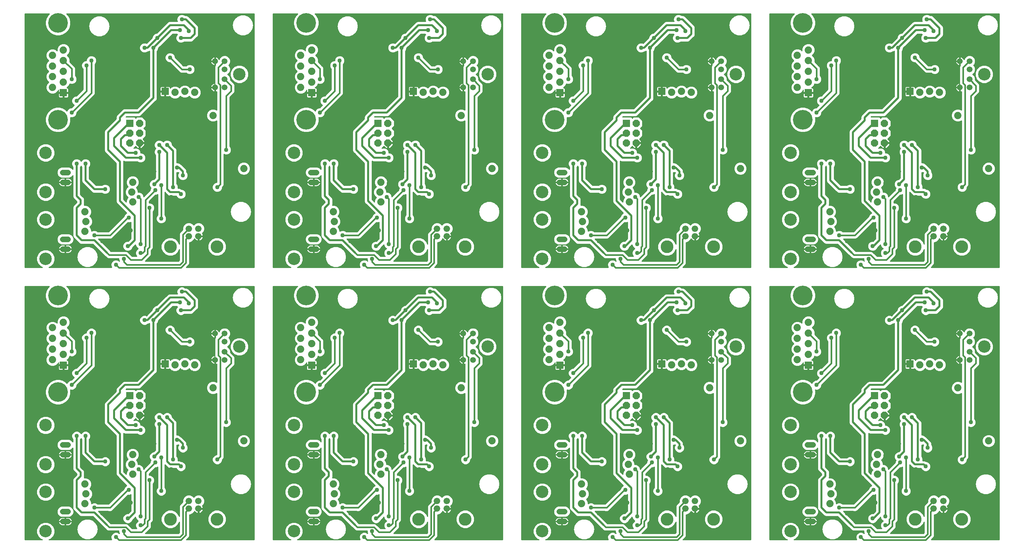
<source format=gbl>
G75*
G70*
%OFA0B0*%
%FSLAX25Y25*%
%IPPOS*%
%LPD*%
%AMOC8*
5,1,8,0,0,1.08239X$1,22.5*
%
%ADD106C,0.13000*%
%ADD107C,0.04360*%
%ADD136C,0.01000*%
%ADD145C,0.05550*%
%ADD149C,0.02000*%
%ADD150C,0.07400*%
%ADD162OC8,0.07400*%
%ADD18C,0.05940*%
%ADD45C,0.06600*%
%ADD50C,0.01600*%
%ADD61R,0.07400X0.07400*%
%ADD75C,0.01500*%
%ADD91C,0.12660*%
%ADD96C,0.20000*%
X0020000Y0020000D02*
G75*
%LPD*%
D18*
X0216690Y0206620D03*
X0226540Y0206620D03*
X0226540Y0214880D03*
X0226540Y0225120D03*
X0226540Y0233390D03*
X0216690Y0233390D03*
D91*
X0241500Y0220000D03*
X0044500Y0140000D03*
X0044500Y0100000D03*
X0044500Y0072000D03*
X0044500Y0032000D03*
D145*
X0061730Y0042000D02*
X0067270Y0042000D01*
X0067270Y0052000D02*
X0061730Y0052000D01*
X0061730Y0110000D02*
X0067270Y0110000D01*
X0067270Y0120000D02*
X0061730Y0120000D01*
D45*
X0190080Y0062800D03*
X0190080Y0055000D03*
X0199920Y0055000D03*
X0199920Y0062800D03*
D106*
X0218700Y0044300D03*
X0171300Y0044300D03*
D61*
X0130000Y0170000D03*
X0166000Y0202500D03*
X0062590Y0201190D03*
D162*
X0130000Y0160000D03*
X0140000Y0160000D03*
X0140000Y0170000D03*
X0140000Y0150000D03*
X0130000Y0150000D03*
D150*
X0133000Y0110000D03*
X0132000Y0100000D03*
X0133000Y0090000D03*
X0084500Y0080000D03*
X0085500Y0070000D03*
X0084500Y0060000D03*
X0214650Y0178100D03*
X0196000Y0201500D03*
X0186000Y0202500D03*
X0176000Y0201500D03*
X0246000Y0124000D03*
X0062590Y0212100D03*
X0051410Y0206660D03*
X0051410Y0217570D03*
X0062590Y0223000D03*
X0051410Y0228440D03*
X0062590Y0233910D03*
X0051410Y0239340D03*
X0062590Y0244810D03*
D96*
X0057000Y0272220D03*
X0057000Y0173790D03*
D136*
X0023400Y0281600D02*
X0023400Y0023400D01*
X0041140Y0023400D01*
X0039270Y0024180D01*
X0036670Y0026770D01*
X0035270Y0030170D01*
X0035270Y0033840D01*
X0036670Y0037230D01*
X0039270Y0039830D01*
X0042660Y0041230D01*
X0046340Y0041230D01*
X0049730Y0039830D01*
X0052330Y0037230D01*
X0053730Y0033840D01*
X0053730Y0030170D01*
X0052330Y0026770D01*
X0049730Y0024180D01*
X0047860Y0023400D01*
X0111580Y0023400D01*
X0110920Y0024990D01*
X0110920Y0027010D01*
X0111690Y0028880D01*
X0113120Y0030310D01*
X0114990Y0031080D01*
X0117010Y0031080D01*
X0118880Y0030310D01*
X0119430Y0029760D01*
X0118920Y0030990D01*
X0118920Y0032350D01*
X0108270Y0032350D01*
X0106930Y0032910D01*
X0105390Y0034450D01*
X0104790Y0034700D01*
X0092380Y0047100D01*
X0080220Y0047100D01*
X0078790Y0047700D01*
X0077690Y0048790D01*
X0072690Y0053790D01*
X0072100Y0055230D01*
X0072100Y0084780D01*
X0072690Y0086210D01*
X0073790Y0087310D01*
X0076100Y0089620D01*
X0076100Y0090390D01*
X0072690Y0093790D01*
X0072100Y0095230D01*
X0072100Y0116820D01*
X0072090Y0116790D01*
X0070490Y0115190D01*
X0068400Y0114330D01*
X0060600Y0114330D01*
X0058510Y0115190D01*
X0056910Y0116790D01*
X0056050Y0118870D01*
X0056050Y0121130D01*
X0056910Y0123220D01*
X0058510Y0124810D01*
X0060600Y0125680D01*
X0068400Y0125680D01*
X0070490Y0124810D01*
X0072090Y0123220D01*
X0072100Y0123180D01*
X0072100Y0125720D01*
X0071690Y0126120D01*
X0070920Y0127990D01*
X0070920Y0130010D01*
X0071690Y0131880D01*
X0073120Y0133310D01*
X0074990Y0134080D01*
X0077010Y0134080D01*
X0078880Y0133310D01*
X0080310Y0131880D01*
X0080500Y0131420D01*
X0080690Y0131880D01*
X0082120Y0133310D01*
X0083990Y0134080D01*
X0086010Y0134080D01*
X0087880Y0133310D01*
X0089310Y0131880D01*
X0090080Y0130010D01*
X0090080Y0127990D01*
X0089310Y0126120D01*
X0088900Y0125720D01*
X0088900Y0113620D01*
X0095620Y0106900D01*
X0101710Y0106900D01*
X0102120Y0107310D01*
X0103990Y0108080D01*
X0106010Y0108080D01*
X0107880Y0107310D01*
X0109310Y0105880D01*
X0110080Y0104010D01*
X0110080Y0101990D01*
X0109310Y0100120D01*
X0107880Y0098700D01*
X0106010Y0097920D01*
X0103990Y0097920D01*
X0102120Y0098700D01*
X0101710Y0099100D01*
X0093220Y0099100D01*
X0091790Y0099700D01*
X0081690Y0109790D01*
X0081100Y0111230D01*
X0081100Y0125720D01*
X0080690Y0126120D01*
X0080500Y0126590D01*
X0080310Y0126120D01*
X0079900Y0125720D01*
X0079900Y0097620D01*
X0082210Y0095310D01*
X0083310Y0094210D01*
X0083900Y0092780D01*
X0083900Y0087230D01*
X0083640Y0086600D01*
X0085810Y0086600D01*
X0088240Y0085600D01*
X0090100Y0083740D01*
X0091100Y0081320D01*
X0091100Y0078690D01*
X0090100Y0076260D01*
X0089330Y0075500D01*
X0091100Y0073740D01*
X0092100Y0071320D01*
X0092100Y0068690D01*
X0091100Y0066260D01*
X0089330Y0064500D01*
X0090100Y0063740D01*
X0091100Y0061320D01*
X0091100Y0060290D01*
X0091120Y0060310D01*
X0092990Y0061080D01*
X0095010Y0061080D01*
X0096880Y0060310D01*
X0097540Y0059650D01*
X0108140Y0059650D01*
X0108260Y0059700D01*
X0108470Y0059700D01*
X0124020Y0075250D01*
X0124690Y0076880D01*
X0126120Y0078310D01*
X0126870Y0078620D01*
X0117790Y0087700D01*
X0116690Y0088790D01*
X0116100Y0090230D01*
X0116100Y0129390D01*
X0105790Y0139700D01*
X0104690Y0140790D01*
X0104100Y0142230D01*
X0104100Y0161780D01*
X0104690Y0163210D01*
X0116100Y0174620D01*
X0116100Y0176780D01*
X0116690Y0178210D01*
X0121690Y0183210D01*
X0122790Y0184310D01*
X0124220Y0184900D01*
X0137380Y0184900D01*
X0150100Y0197620D01*
X0150100Y0243650D01*
X0148780Y0243100D01*
X0148290Y0243100D01*
X0147880Y0242700D01*
X0146010Y0241920D01*
X0143990Y0241920D01*
X0142120Y0242700D01*
X0140690Y0244120D01*
X0139920Y0245990D01*
X0139920Y0248010D01*
X0140690Y0249880D01*
X0142120Y0251310D01*
X0143990Y0252080D01*
X0146010Y0252080D01*
X0147110Y0251630D01*
X0152920Y0257440D01*
X0152920Y0258010D01*
X0153690Y0259880D01*
X0155120Y0261310D01*
X0156990Y0262080D01*
X0157570Y0262080D01*
X0167690Y0272210D01*
X0168790Y0273310D01*
X0170220Y0273900D01*
X0178370Y0273900D01*
X0177920Y0274990D01*
X0177920Y0277010D01*
X0178690Y0278880D01*
X0180120Y0280310D01*
X0181990Y0281080D01*
X0184010Y0281080D01*
X0185880Y0280310D01*
X0186290Y0279900D01*
X0187780Y0279900D01*
X0189210Y0279310D01*
X0190310Y0278210D01*
X0199310Y0269210D01*
X0234380Y0269210D01*
X0234240Y0270000D02*
X0234890Y0266320D01*
X0236750Y0263080D01*
X0239620Y0260680D01*
X0243130Y0259400D01*
X0244340Y0259400D01*
X0246870Y0259400D01*
X0250380Y0260680D01*
X0250380Y0260680D01*
X0253250Y0263080D01*
X0253250Y0263080D01*
X0253250Y0263080D01*
X0255110Y0266320D01*
X0255760Y0270000D01*
X0255110Y0273680D01*
X0255110Y0273680D01*
X0253250Y0276920D01*
X0250380Y0279320D01*
X0246870Y0280600D01*
X0243130Y0280600D01*
X0239620Y0279320D01*
X0236750Y0276920D01*
X0234890Y0273680D01*
X0234240Y0270000D01*
X0234240Y0270000D01*
X0234270Y0270190D02*
X0198320Y0270190D01*
X0199310Y0269210D02*
X0199900Y0267780D01*
X0199900Y0260230D01*
X0199310Y0258790D01*
X0198210Y0257700D01*
X0194210Y0253700D01*
X0192780Y0253100D01*
X0185290Y0253100D01*
X0184880Y0252700D01*
X0183010Y0251920D01*
X0180990Y0251920D01*
X0179120Y0252700D01*
X0177690Y0254120D01*
X0176920Y0255990D01*
X0176920Y0258010D01*
X0177690Y0259880D01*
X0178390Y0260580D01*
X0178120Y0260700D01*
X0177710Y0261100D01*
X0173620Y0261100D01*
X0159080Y0246570D01*
X0159080Y0245990D01*
X0158310Y0244120D01*
X0157900Y0243720D01*
X0157900Y0195230D01*
X0157310Y0193790D01*
X0156210Y0192700D01*
X0141210Y0177700D01*
X0139780Y0177100D01*
X0126620Y0177100D01*
X0126120Y0176600D01*
X0134280Y0176600D01*
X0135340Y0176160D01*
X0136080Y0175420D01*
X0137270Y0176600D01*
X0142730Y0176600D01*
X0146600Y0172740D01*
X0146600Y0167270D01*
X0144330Y0165000D01*
X0146600Y0162740D01*
X0146600Y0157270D01*
X0143340Y0154010D01*
X0145200Y0152160D01*
X0145200Y0150500D01*
X0140500Y0150500D01*
X0140500Y0149500D01*
X0140500Y0144800D01*
X0142150Y0144800D01*
X0145200Y0147850D01*
X0145200Y0149500D01*
X0140500Y0149500D01*
X0139500Y0149500D01*
X0139500Y0144800D01*
X0137850Y0144800D01*
X0135990Y0146660D01*
X0134010Y0144680D01*
X0134990Y0145080D01*
X0137010Y0145080D01*
X0138880Y0144310D01*
X0140310Y0142880D01*
X0141080Y0141010D01*
X0141080Y0140080D01*
X0142010Y0140080D01*
X0143880Y0139310D01*
X0145310Y0137880D01*
X0146080Y0136010D01*
X0146080Y0133990D01*
X0145310Y0132120D01*
X0143880Y0130700D01*
X0142010Y0129920D01*
X0139990Y0129920D01*
X0138120Y0130700D01*
X0137710Y0131100D01*
X0125220Y0131100D01*
X0123900Y0131650D01*
X0123900Y0092620D01*
X0126400Y0090120D01*
X0126400Y0091320D01*
X0127400Y0093740D01*
X0128170Y0094500D01*
X0126400Y0096260D01*
X0125400Y0098690D01*
X0125400Y0101320D01*
X0126400Y0103740D01*
X0128170Y0105500D01*
X0127400Y0106260D01*
X0126400Y0108690D01*
X0126400Y0111320D01*
X0127400Y0113740D01*
X0129260Y0115600D01*
X0131690Y0116600D01*
X0134310Y0116600D01*
X0136740Y0115600D01*
X0138600Y0113740D01*
X0139600Y0111320D01*
X0139600Y0108690D01*
X0138600Y0106260D01*
X0136830Y0104500D01*
X0137600Y0103740D01*
X0138600Y0101320D01*
X0138600Y0100080D01*
X0140010Y0100080D01*
X0141880Y0099310D01*
X0143310Y0097880D01*
X0144080Y0096010D01*
X0144080Y0095250D01*
X0150920Y0102080D01*
X0150920Y0103010D01*
X0151470Y0104350D01*
X0150690Y0105120D01*
X0149920Y0106990D01*
X0149920Y0109010D01*
X0150690Y0110880D01*
X0152120Y0112310D01*
X0153990Y0113080D01*
X0154570Y0113080D01*
X0156100Y0114620D01*
X0156100Y0137720D01*
X0155690Y0138120D01*
X0154920Y0139990D01*
X0154920Y0142010D01*
X0155690Y0143880D01*
X0156310Y0144500D01*
X0155690Y0145120D01*
X0154920Y0146990D01*
X0154920Y0149010D01*
X0155690Y0150880D01*
X0157120Y0152310D01*
X0158990Y0153080D01*
X0161010Y0153080D01*
X0162880Y0152310D01*
X0164000Y0151190D01*
X0165120Y0152310D01*
X0166990Y0153080D01*
X0169010Y0153080D01*
X0170880Y0152310D01*
X0172310Y0150880D01*
X0173080Y0149010D01*
X0173080Y0148440D01*
X0176210Y0145310D01*
X0177310Y0144210D01*
X0177900Y0142780D01*
X0177900Y0130080D01*
X0179010Y0130080D01*
X0180880Y0129310D01*
X0181650Y0128540D01*
X0182210Y0128310D01*
X0183310Y0127210D01*
X0187310Y0123210D01*
X0187900Y0121780D01*
X0187900Y0120290D01*
X0188310Y0119880D01*
X0189080Y0118010D01*
X0189080Y0115990D01*
X0188310Y0114120D01*
X0186880Y0112700D01*
X0185010Y0111920D01*
X0182990Y0111920D01*
X0181120Y0112700D01*
X0179690Y0114120D01*
X0178920Y0115990D01*
X0178920Y0118010D01*
X0179670Y0119820D01*
X0179400Y0120080D01*
X0179010Y0119920D01*
X0177900Y0119920D01*
X0177900Y0108290D01*
X0178310Y0107880D01*
X0179080Y0106010D01*
X0179080Y0103990D01*
X0179040Y0103900D01*
X0180780Y0103900D01*
X0182210Y0103310D01*
X0182430Y0103080D01*
X0183010Y0103080D01*
X0184880Y0102310D01*
X0186310Y0100880D01*
X0187080Y0099010D01*
X0187080Y0096990D01*
X0186310Y0095120D01*
X0184880Y0093700D01*
X0183010Y0092920D01*
X0180990Y0092920D01*
X0179120Y0093700D01*
X0177690Y0095120D01*
X0177290Y0096100D01*
X0170220Y0096100D01*
X0168790Y0096700D01*
X0165650Y0099840D01*
X0165650Y0076540D01*
X0166310Y0075880D01*
X0167080Y0074010D01*
X0167080Y0071990D01*
X0166310Y0070120D01*
X0164880Y0068700D01*
X0163010Y0067920D01*
X0160990Y0067920D01*
X0159120Y0068700D01*
X0157690Y0070120D01*
X0156920Y0071990D01*
X0156920Y0074010D01*
X0157690Y0075880D01*
X0158350Y0076540D01*
X0158350Y0097480D01*
X0157010Y0096920D01*
X0156080Y0096920D01*
X0149700Y0090540D01*
X0149700Y0089080D01*
X0151010Y0089080D01*
X0152880Y0088310D01*
X0154310Y0086880D01*
X0155080Y0085010D01*
X0158350Y0085010D01*
X0158350Y0084030D02*
X0155080Y0084030D01*
X0155080Y0085010D02*
X0155080Y0082990D01*
X0154310Y0081120D01*
X0153650Y0080470D01*
X0153650Y0043280D01*
X0153090Y0041940D01*
X0151650Y0040490D01*
X0151650Y0036280D01*
X0151090Y0034940D01*
X0145810Y0029650D01*
X0179490Y0029650D01*
X0180350Y0030510D01*
X0180350Y0041590D01*
X0179270Y0038980D01*
X0176620Y0036330D01*
X0173170Y0034900D01*
X0169430Y0034900D01*
X0165980Y0036330D01*
X0163330Y0038980D01*
X0161900Y0042430D01*
X0161900Y0046170D01*
X0163330Y0049630D01*
X0165980Y0052270D01*
X0169430Y0053700D01*
X0173170Y0053700D01*
X0176620Y0052270D01*
X0179270Y0049630D01*
X0180350Y0047020D01*
X0180350Y0057450D01*
X0180910Y0058790D01*
X0183880Y0061760D01*
X0183880Y0064040D01*
X0184820Y0066310D01*
X0186570Y0068060D01*
X0188850Y0069000D01*
X0191310Y0069000D01*
X0193590Y0068060D01*
X0195000Y0066650D01*
X0196410Y0068060D01*
X0198690Y0069000D01*
X0201150Y0069000D01*
X0203430Y0068060D01*
X0205180Y0066310D01*
X0206120Y0064040D01*
X0206120Y0061570D01*
X0205180Y0059290D01*
X0203770Y0057880D01*
X0204030Y0057520D01*
X0204370Y0056850D01*
X0204600Y0056130D01*
X0204720Y0055400D01*
X0200320Y0055400D01*
X0200320Y0054600D01*
X0200320Y0050210D01*
X0201050Y0050320D01*
X0201760Y0050550D01*
X0202440Y0050900D01*
X0203050Y0051340D01*
X0203580Y0051880D01*
X0204030Y0052490D01*
X0204370Y0053160D01*
X0204600Y0053880D01*
X0204720Y0054600D01*
X0200320Y0054600D01*
X0199520Y0054600D01*
X0199520Y0050210D01*
X0198800Y0050320D01*
X0198080Y0050550D01*
X0197410Y0050900D01*
X0196790Y0051340D01*
X0196260Y0051880D01*
X0195820Y0052490D01*
X0195780Y0052560D01*
X0195330Y0051490D01*
X0193590Y0049750D01*
X0191310Y0048800D01*
X0190650Y0048800D01*
X0190650Y0027280D01*
X0190090Y0025940D01*
X0189070Y0024910D01*
X0187560Y0023400D01*
X0256600Y0023400D01*
X0256600Y0281600D01*
X0065860Y0281600D01*
X0067320Y0280140D01*
X0069020Y0277190D01*
X0069900Y0273910D01*
X0069900Y0270520D01*
X0069020Y0267240D01*
X0088550Y0267240D01*
X0088370Y0268220D02*
X0069290Y0268220D01*
X0069020Y0267240D02*
X0067320Y0264290D01*
X0064920Y0261890D01*
X0061980Y0260190D01*
X0058700Y0259320D01*
X0055300Y0259320D01*
X0052020Y0260190D01*
X0049080Y0261890D01*
X0046680Y0264290D01*
X0044980Y0267240D01*
X0023400Y0267240D01*
X0023400Y0268220D02*
X0044710Y0268220D01*
X0044980Y0267240D02*
X0044100Y0270520D01*
X0044100Y0273910D01*
X0044980Y0277190D01*
X0046680Y0280140D01*
X0048140Y0281600D01*
X0023400Y0281600D01*
X0023400Y0281030D02*
X0047570Y0281030D01*
X0046620Y0280040D02*
X0023400Y0280040D01*
X0023400Y0279060D02*
X0046060Y0279060D01*
X0045490Y0278070D02*
X0023400Y0278070D01*
X0023400Y0277090D02*
X0044950Y0277090D01*
X0044690Y0276100D02*
X0023400Y0276100D01*
X0023400Y0275120D02*
X0044420Y0275120D01*
X0044160Y0274130D02*
X0023400Y0274130D01*
X0023400Y0273150D02*
X0044100Y0273150D01*
X0044100Y0272160D02*
X0023400Y0272160D01*
X0023400Y0271180D02*
X0044100Y0271180D01*
X0044190Y0270190D02*
X0023400Y0270190D01*
X0023400Y0269210D02*
X0044450Y0269210D01*
X0045550Y0266250D02*
X0023400Y0266250D01*
X0023400Y0265270D02*
X0046120Y0265270D01*
X0046690Y0264280D02*
X0023400Y0264280D01*
X0023400Y0263300D02*
X0047670Y0263300D01*
X0048660Y0262310D02*
X0023400Y0262310D01*
X0023400Y0261330D02*
X0050060Y0261330D01*
X0051760Y0260340D02*
X0023400Y0260340D01*
X0023400Y0259360D02*
X0055140Y0259360D01*
X0058860Y0259360D02*
X0094510Y0259360D01*
X0093620Y0259680D02*
X0097130Y0258400D01*
X0099660Y0258400D01*
X0100870Y0258400D01*
X0104380Y0259680D01*
X0104380Y0259680D01*
X0107250Y0262080D01*
X0107250Y0262080D01*
X0107250Y0262080D01*
X0109110Y0265320D01*
X0109760Y0269000D01*
X0109110Y0272680D01*
X0109110Y0272680D01*
X0107250Y0275920D01*
X0104380Y0278320D01*
X0100870Y0279600D01*
X0097130Y0279600D01*
X0093620Y0278320D01*
X0090750Y0275920D01*
X0088890Y0272680D01*
X0088240Y0269000D01*
X0088890Y0265320D01*
X0090750Y0262080D01*
X0093620Y0259680D01*
X0093620Y0259680D01*
X0092830Y0260340D02*
X0062240Y0260340D01*
X0063940Y0261330D02*
X0091660Y0261330D01*
X0090750Y0262080D02*
X0090750Y0262080D01*
X0090620Y0262310D02*
X0065340Y0262310D01*
X0066330Y0263300D02*
X0090050Y0263300D01*
X0089480Y0264280D02*
X0067310Y0264280D01*
X0067880Y0265270D02*
X0088920Y0265270D01*
X0088890Y0265320D02*
X0088890Y0265320D01*
X0088720Y0266250D02*
X0068450Y0266250D01*
X0069550Y0269210D02*
X0088270Y0269210D01*
X0088240Y0269000D02*
X0088240Y0269000D01*
X0088450Y0270190D02*
X0069810Y0270190D01*
X0069900Y0271180D02*
X0088620Y0271180D01*
X0088790Y0272160D02*
X0069900Y0272160D01*
X0069900Y0273150D02*
X0089150Y0273150D01*
X0088890Y0272680D02*
X0088890Y0272680D01*
X0089720Y0274130D02*
X0069840Y0274130D01*
X0069580Y0275120D02*
X0090290Y0275120D01*
X0090750Y0275920D02*
X0090750Y0275920D01*
X0090750Y0275920D01*
X0090970Y0276100D02*
X0069310Y0276100D01*
X0069050Y0277090D02*
X0092150Y0277090D01*
X0093320Y0278070D02*
X0068510Y0278070D01*
X0067940Y0279060D02*
X0095640Y0279060D01*
X0093620Y0278320D02*
X0093620Y0278320D01*
X0102360Y0279060D02*
X0178870Y0279060D01*
X0178360Y0278070D02*
X0104680Y0278070D01*
X0104380Y0278320D02*
X0104380Y0278320D01*
X0105850Y0277090D02*
X0177950Y0277090D01*
X0177920Y0276100D02*
X0107030Y0276100D01*
X0107250Y0275920D02*
X0107250Y0275920D01*
X0107710Y0275120D02*
X0177920Y0275120D01*
X0178270Y0274130D02*
X0108280Y0274130D01*
X0108850Y0273150D02*
X0168630Y0273150D01*
X0167650Y0272160D02*
X0109210Y0272160D01*
X0109380Y0271180D02*
X0166660Y0271180D01*
X0165680Y0270190D02*
X0109550Y0270190D01*
X0109730Y0269210D02*
X0164690Y0269210D01*
X0163710Y0268220D02*
X0109630Y0268220D01*
X0109760Y0269000D02*
X0109760Y0269000D01*
X0109450Y0267240D02*
X0162720Y0267240D01*
X0161740Y0266250D02*
X0109280Y0266250D01*
X0109110Y0265320D02*
X0109110Y0265320D01*
X0109080Y0265270D02*
X0160750Y0265270D01*
X0159770Y0264280D02*
X0108520Y0264280D01*
X0107950Y0263300D02*
X0158780Y0263300D01*
X0157800Y0262310D02*
X0107380Y0262310D01*
X0106340Y0261330D02*
X0155170Y0261330D01*
X0154150Y0260340D02*
X0105170Y0260340D01*
X0103490Y0259360D02*
X0153480Y0259360D01*
X0153070Y0258370D02*
X0023400Y0258370D01*
X0023400Y0257390D02*
X0152870Y0257390D01*
X0151890Y0256400D02*
X0023400Y0256400D01*
X0023400Y0255420D02*
X0150900Y0255420D01*
X0149920Y0254430D02*
X0023400Y0254430D01*
X0023400Y0253450D02*
X0148930Y0253450D01*
X0147950Y0252460D02*
X0023400Y0252460D01*
X0023400Y0251480D02*
X0142530Y0251480D01*
X0141300Y0250490D02*
X0066130Y0250490D01*
X0066330Y0250410D02*
X0063900Y0251410D01*
X0061280Y0251410D01*
X0058850Y0250410D01*
X0057000Y0248550D01*
X0055990Y0246130D01*
X0055990Y0244090D01*
X0055150Y0244940D01*
X0052720Y0245940D01*
X0050100Y0245940D01*
X0047670Y0244940D01*
X0045810Y0243080D01*
X0044810Y0240650D01*
X0044810Y0238030D01*
X0045810Y0235600D01*
X0047530Y0233890D01*
X0045810Y0232170D01*
X0044810Y0229750D01*
X0044810Y0227120D01*
X0045810Y0224700D01*
X0047510Y0223000D01*
X0045810Y0221310D01*
X0044810Y0218880D01*
X0044810Y0216260D01*
X0045810Y0213830D01*
X0047530Y0212120D01*
X0045810Y0210400D01*
X0044810Y0207980D01*
X0044810Y0205350D01*
X0045810Y0202930D01*
X0047670Y0201070D01*
X0050100Y0200060D01*
X0052720Y0200060D01*
X0055150Y0201070D01*
X0057000Y0202930D01*
X0057390Y0203860D01*
X0057390Y0201690D01*
X0062090Y0201690D01*
X0062090Y0200690D01*
X0063090Y0200690D01*
X0063090Y0195990D01*
X0066490Y0195990D01*
X0066870Y0196090D01*
X0067210Y0196290D01*
X0067490Y0196570D01*
X0067690Y0196910D01*
X0067790Y0197290D01*
X0067790Y0200690D01*
X0063090Y0200690D01*
X0063090Y0201690D01*
X0067790Y0201690D01*
X0067790Y0205090D01*
X0067690Y0205470D01*
X0067490Y0205810D01*
X0067210Y0206090D01*
X0066870Y0206290D01*
X0066490Y0206390D01*
X0066060Y0206390D01*
X0066330Y0206500D01*
X0068190Y0208360D01*
X0069000Y0210330D01*
X0069990Y0209920D01*
X0072010Y0209920D01*
X0073880Y0210700D01*
X0075310Y0212120D01*
X0076080Y0213990D01*
X0076080Y0216010D01*
X0075310Y0217880D01*
X0074700Y0218490D01*
X0074700Y0226230D01*
X0074140Y0227590D01*
X0073100Y0228640D01*
X0069170Y0232560D01*
X0069190Y0232600D01*
X0069190Y0235220D01*
X0068190Y0237650D01*
X0066470Y0239360D01*
X0068190Y0241080D01*
X0069190Y0243500D01*
X0069190Y0246130D01*
X0068190Y0248550D01*
X0066330Y0250410D01*
X0067230Y0249510D02*
X0140540Y0249510D01*
X0140130Y0248520D02*
X0068200Y0248520D01*
X0068610Y0247540D02*
X0139920Y0247540D01*
X0139920Y0246550D02*
X0069010Y0246550D01*
X0069190Y0245570D02*
X0140090Y0245570D01*
X0140500Y0244580D02*
X0069190Y0244580D01*
X0069190Y0243600D02*
X0141220Y0243600D01*
X0142320Y0242610D02*
X0068820Y0242610D01*
X0068410Y0241630D02*
X0150100Y0241630D01*
X0150100Y0242610D02*
X0147680Y0242610D01*
X0149970Y0243600D02*
X0150100Y0243600D01*
X0150100Y0240640D02*
X0067750Y0240640D01*
X0066770Y0239660D02*
X0150100Y0239660D01*
X0150100Y0238670D02*
X0093000Y0238670D01*
X0093880Y0238310D02*
X0092010Y0239080D01*
X0089990Y0239080D01*
X0088120Y0238310D01*
X0086690Y0236880D01*
X0085920Y0235010D01*
X0085920Y0234080D01*
X0084990Y0234080D01*
X0083120Y0233310D01*
X0081690Y0231880D01*
X0080920Y0230010D01*
X0080920Y0227990D01*
X0081690Y0226120D01*
X0082300Y0225520D01*
X0082300Y0204540D01*
X0075850Y0198080D01*
X0074990Y0198080D01*
X0073120Y0197310D01*
X0071690Y0195880D01*
X0070920Y0194010D01*
X0070920Y0191990D01*
X0071690Y0190120D01*
X0073120Y0188700D01*
X0073410Y0188580D01*
X0070920Y0186080D01*
X0069990Y0186080D01*
X0068120Y0185310D01*
X0066690Y0183880D01*
X0066240Y0182790D01*
X0064920Y0184110D01*
X0061980Y0185810D01*
X0058700Y0186690D01*
X0055300Y0186690D01*
X0052020Y0185810D01*
X0049080Y0184110D01*
X0046680Y0181710D01*
X0044980Y0178770D01*
X0044100Y0175490D01*
X0044100Y0172090D01*
X0044980Y0168810D01*
X0046680Y0165870D01*
X0049080Y0163470D01*
X0052020Y0161770D01*
X0055300Y0160890D01*
X0058700Y0160890D01*
X0061980Y0161770D01*
X0064920Y0163470D01*
X0067320Y0165870D01*
X0069020Y0168810D01*
X0069900Y0172090D01*
X0069900Y0175490D01*
X0069760Y0176020D01*
X0069990Y0175920D01*
X0072010Y0175920D01*
X0073880Y0176700D01*
X0075310Y0178120D01*
X0076080Y0179990D01*
X0076080Y0180920D01*
X0093070Y0197910D01*
X0094090Y0198940D01*
X0094650Y0200280D01*
X0094650Y0230470D01*
X0095310Y0231120D01*
X0096080Y0232990D01*
X0096080Y0235010D01*
X0095310Y0236880D01*
X0093880Y0238310D01*
X0094500Y0237690D02*
X0150100Y0237690D01*
X0150100Y0236700D02*
X0095380Y0236700D01*
X0095790Y0235720D02*
X0150100Y0235720D01*
X0150100Y0234730D02*
X0096080Y0234730D01*
X0096080Y0233750D02*
X0150100Y0233750D01*
X0150100Y0232760D02*
X0095990Y0232760D01*
X0095580Y0231780D02*
X0150100Y0231780D01*
X0150100Y0230790D02*
X0094980Y0230790D01*
X0094650Y0229810D02*
X0150100Y0229810D01*
X0150100Y0228820D02*
X0094650Y0228820D01*
X0094650Y0227840D02*
X0150100Y0227840D01*
X0150100Y0226850D02*
X0094650Y0226850D01*
X0094650Y0225870D02*
X0150100Y0225870D01*
X0150100Y0224880D02*
X0094650Y0224880D01*
X0094650Y0223900D02*
X0150100Y0223900D01*
X0150100Y0222910D02*
X0094650Y0222910D01*
X0094650Y0221930D02*
X0150100Y0221930D01*
X0150100Y0220940D02*
X0094650Y0220940D01*
X0094650Y0219960D02*
X0150100Y0219960D01*
X0150100Y0218970D02*
X0094650Y0218970D01*
X0094650Y0217990D02*
X0150100Y0217990D01*
X0150100Y0217000D02*
X0094650Y0217000D01*
X0094650Y0216020D02*
X0150100Y0216020D01*
X0150100Y0215030D02*
X0094650Y0215030D01*
X0094650Y0214050D02*
X0150100Y0214050D01*
X0150100Y0213060D02*
X0094650Y0213060D01*
X0094650Y0212080D02*
X0150100Y0212080D01*
X0150100Y0211090D02*
X0094650Y0211090D01*
X0094650Y0210110D02*
X0150100Y0210110D01*
X0150100Y0209120D02*
X0094650Y0209120D01*
X0094650Y0208140D02*
X0150100Y0208140D01*
X0150100Y0207150D02*
X0094650Y0207150D01*
X0094650Y0206170D02*
X0150100Y0206170D01*
X0150100Y0205180D02*
X0094650Y0205180D01*
X0094650Y0204200D02*
X0150100Y0204200D01*
X0150100Y0203210D02*
X0094650Y0203210D01*
X0094650Y0202230D02*
X0150100Y0202230D01*
X0150100Y0201240D02*
X0094650Y0201240D01*
X0094640Y0200260D02*
X0150100Y0200260D01*
X0150100Y0199270D02*
X0094230Y0199270D01*
X0093450Y0198290D02*
X0150100Y0198290D01*
X0149790Y0197300D02*
X0092460Y0197300D01*
X0091480Y0196320D02*
X0148800Y0196320D01*
X0147820Y0195330D02*
X0090490Y0195330D01*
X0089510Y0194350D02*
X0146830Y0194350D01*
X0145850Y0193360D02*
X0088520Y0193360D01*
X0087540Y0192380D02*
X0144860Y0192380D01*
X0143880Y0191390D02*
X0086550Y0191390D01*
X0085570Y0190410D02*
X0142890Y0190410D01*
X0141900Y0189420D02*
X0084580Y0189420D01*
X0083600Y0188440D02*
X0140920Y0188440D01*
X0139930Y0187450D02*
X0082610Y0187450D01*
X0081630Y0186470D02*
X0138950Y0186470D01*
X0137960Y0185480D02*
X0080640Y0185480D01*
X0079660Y0184500D02*
X0123250Y0184500D01*
X0121990Y0183510D02*
X0078670Y0183510D01*
X0077690Y0182530D02*
X0121010Y0182530D01*
X0120020Y0181540D02*
X0076700Y0181540D01*
X0076080Y0180560D02*
X0119040Y0180560D01*
X0118050Y0179570D02*
X0075910Y0179570D01*
X0075500Y0178590D02*
X0117070Y0178590D01*
X0116440Y0177600D02*
X0074790Y0177600D01*
X0073690Y0176620D02*
X0116100Y0176620D01*
X0116100Y0175630D02*
X0069860Y0175630D01*
X0069900Y0174650D02*
X0116100Y0174650D01*
X0115140Y0173660D02*
X0069900Y0173660D01*
X0069900Y0172680D02*
X0114160Y0172680D01*
X0113170Y0171690D02*
X0069790Y0171690D01*
X0069530Y0170710D02*
X0112190Y0170710D01*
X0111200Y0169720D02*
X0069270Y0169720D01*
X0068980Y0168740D02*
X0110220Y0168740D01*
X0109230Y0167750D02*
X0068410Y0167750D01*
X0067840Y0166770D02*
X0108250Y0166770D01*
X0107260Y0165780D02*
X0067240Y0165780D01*
X0066250Y0164800D02*
X0106280Y0164800D01*
X0105290Y0163810D02*
X0065270Y0163810D01*
X0063810Y0162830D02*
X0104530Y0162830D01*
X0104130Y0161840D02*
X0062110Y0161840D01*
X0051890Y0161840D02*
X0023400Y0161840D01*
X0023400Y0160860D02*
X0104100Y0160860D01*
X0104100Y0159870D02*
X0023400Y0159870D01*
X0023400Y0158890D02*
X0104100Y0158890D01*
X0104100Y0157900D02*
X0023400Y0157900D01*
X0023400Y0156920D02*
X0104100Y0156920D01*
X0104100Y0155930D02*
X0023400Y0155930D01*
X0023400Y0154950D02*
X0104100Y0154950D01*
X0104100Y0153960D02*
X0023400Y0153960D01*
X0023400Y0152980D02*
X0104100Y0152980D01*
X0104100Y0151990D02*
X0023400Y0151990D01*
X0023400Y0151010D02*
X0104100Y0151010D01*
X0104100Y0150020D02*
X0023400Y0150020D01*
X0023400Y0149040D02*
X0042190Y0149040D01*
X0042660Y0149230D02*
X0039270Y0147830D01*
X0036670Y0145230D01*
X0035270Y0141840D01*
X0035270Y0138170D01*
X0036670Y0134770D01*
X0039270Y0132180D01*
X0042660Y0130770D01*
X0046340Y0130770D01*
X0049730Y0132180D01*
X0052330Y0134770D01*
X0053730Y0138170D01*
X0053730Y0141840D01*
X0052330Y0145230D01*
X0049730Y0147830D01*
X0046340Y0149230D01*
X0042660Y0149230D01*
X0039810Y0148050D02*
X0023400Y0148050D01*
X0023400Y0147070D02*
X0038510Y0147070D01*
X0037530Y0146080D02*
X0023400Y0146080D01*
X0023400Y0145100D02*
X0036620Y0145100D01*
X0036210Y0144110D02*
X0023400Y0144110D01*
X0023400Y0143130D02*
X0035800Y0143130D01*
X0035400Y0142140D02*
X0023400Y0142140D01*
X0023400Y0141160D02*
X0035270Y0141160D01*
X0035270Y0140170D02*
X0023400Y0140170D01*
X0023400Y0139190D02*
X0035270Y0139190D01*
X0035270Y0138200D02*
X0023400Y0138200D01*
X0023400Y0137220D02*
X0035660Y0137220D01*
X0036070Y0136230D02*
X0023400Y0136230D01*
X0023400Y0135250D02*
X0036480Y0135250D01*
X0037190Y0134260D02*
X0023400Y0134260D01*
X0023400Y0133280D02*
X0038170Y0133280D01*
X0039160Y0132290D02*
X0023400Y0132290D01*
X0023400Y0131310D02*
X0041370Y0131310D01*
X0047630Y0131310D02*
X0071460Y0131310D01*
X0071050Y0130320D02*
X0023400Y0130320D01*
X0023400Y0129340D02*
X0070920Y0129340D01*
X0070920Y0128350D02*
X0023400Y0128350D01*
X0023400Y0127370D02*
X0071180Y0127370D01*
X0071590Y0126380D02*
X0023400Y0126380D01*
X0023400Y0125400D02*
X0059920Y0125400D01*
X0058110Y0124410D02*
X0023400Y0124410D01*
X0023400Y0123430D02*
X0057130Y0123430D01*
X0056590Y0122440D02*
X0023400Y0122440D01*
X0023400Y0121460D02*
X0056190Y0121460D01*
X0056050Y0120470D02*
X0023400Y0120470D01*
X0023400Y0119490D02*
X0056050Y0119490D01*
X0056200Y0118500D02*
X0023400Y0118500D01*
X0023400Y0117520D02*
X0056610Y0117520D01*
X0057170Y0116530D02*
X0023400Y0116530D01*
X0023400Y0115550D02*
X0058150Y0115550D01*
X0060030Y0114560D02*
X0023400Y0114560D01*
X0023400Y0113580D02*
X0059370Y0113580D01*
X0059480Y0113660D02*
X0058940Y0113260D01*
X0058460Y0112790D01*
X0058070Y0112240D01*
X0057760Y0111640D01*
X0057560Y0111000D01*
X0057450Y0110340D01*
X0057450Y0110290D01*
X0064210Y0110290D01*
X0064210Y0109720D01*
X0057450Y0109720D01*
X0057450Y0109670D01*
X0057560Y0109000D01*
X0057760Y0108360D01*
X0058070Y0107760D01*
X0058460Y0107220D01*
X0058940Y0106740D01*
X0059480Y0106350D01*
X0060080Y0106040D01*
X0060720Y0105830D01*
X0061390Y0105730D01*
X0064210Y0105730D01*
X0064210Y0109720D01*
X0064790Y0109720D01*
X0064790Y0110290D01*
X0071550Y0110290D01*
X0071550Y0110340D01*
X0071440Y0111000D01*
X0071240Y0111640D01*
X0070930Y0112240D01*
X0070540Y0112790D01*
X0070060Y0113260D01*
X0069520Y0113660D01*
X0068920Y0113960D01*
X0068280Y0114170D01*
X0067610Y0114280D01*
X0064790Y0114280D01*
X0064790Y0110290D01*
X0064210Y0110290D01*
X0064210Y0114280D01*
X0061390Y0114280D01*
X0060720Y0114170D01*
X0060080Y0113960D01*
X0059480Y0113660D01*
X0058320Y0112590D02*
X0023400Y0112590D01*
X0023400Y0111610D02*
X0057750Y0111610D01*
X0057500Y0110620D02*
X0023400Y0110620D01*
X0023400Y0109640D02*
X0057450Y0109640D01*
X0057670Y0108650D02*
X0047740Y0108650D01*
X0046340Y0109230D02*
X0049730Y0107830D01*
X0052330Y0105230D01*
X0053730Y0101840D01*
X0053730Y0098170D01*
X0052330Y0094770D01*
X0049730Y0092180D01*
X0046340Y0090770D01*
X0042660Y0090770D01*
X0039270Y0092180D01*
X0036670Y0094770D01*
X0035270Y0098170D01*
X0035270Y0101840D01*
X0036670Y0105230D01*
X0039270Y0107830D01*
X0042660Y0109230D01*
X0046340Y0109230D01*
X0049890Y0107670D02*
X0058140Y0107670D01*
X0059020Y0106680D02*
X0050870Y0106680D01*
X0051860Y0105700D02*
X0072100Y0105700D01*
X0072100Y0106680D02*
X0069980Y0106680D01*
X0070060Y0106740D02*
X0070540Y0107220D01*
X0070930Y0107760D01*
X0071240Y0108360D01*
X0071440Y0109000D01*
X0071550Y0109670D01*
X0071550Y0109720D01*
X0064790Y0109720D01*
X0064790Y0105730D01*
X0067610Y0105730D01*
X0068280Y0105830D01*
X0068920Y0106040D01*
X0069520Y0106350D01*
X0070060Y0106740D01*
X0070860Y0107670D02*
X0072100Y0107670D01*
X0072100Y0108650D02*
X0071330Y0108650D01*
X0071550Y0109640D02*
X0072100Y0109640D01*
X0072100Y0110620D02*
X0071500Y0110620D01*
X0071250Y0111610D02*
X0072100Y0111610D01*
X0072100Y0112590D02*
X0070680Y0112590D01*
X0069630Y0113580D02*
X0072100Y0113580D01*
X0072100Y0114560D02*
X0068970Y0114560D01*
X0070850Y0115550D02*
X0072100Y0115550D01*
X0072100Y0116530D02*
X0071830Y0116530D01*
X0064790Y0113580D02*
X0064210Y0113580D01*
X0064210Y0112590D02*
X0064790Y0112590D01*
X0064790Y0111610D02*
X0064210Y0111610D01*
X0064210Y0110620D02*
X0064790Y0110620D01*
X0064790Y0109640D02*
X0064210Y0109640D01*
X0064210Y0108650D02*
X0064790Y0108650D01*
X0064790Y0107670D02*
X0064210Y0107670D01*
X0064210Y0106680D02*
X0064790Y0106680D01*
X0072100Y0104710D02*
X0052540Y0104710D01*
X0052950Y0103730D02*
X0072100Y0103730D01*
X0072100Y0102740D02*
X0053360Y0102740D01*
X0053730Y0101760D02*
X0072100Y0101760D01*
X0072100Y0100770D02*
X0053730Y0100770D01*
X0053730Y0099790D02*
X0072100Y0099790D01*
X0072100Y0098800D02*
X0053730Y0098800D01*
X0053590Y0097820D02*
X0072100Y0097820D01*
X0072100Y0096830D02*
X0053180Y0096830D01*
X0052770Y0095850D02*
X0072100Y0095850D01*
X0072250Y0094860D02*
X0052360Y0094860D01*
X0051430Y0093880D02*
X0072660Y0093880D01*
X0073590Y0092890D02*
X0050440Y0092890D01*
X0049080Y0091910D02*
X0074580Y0091910D01*
X0075560Y0090920D02*
X0046700Y0090920D01*
X0042300Y0090920D02*
X0023400Y0090920D01*
X0023400Y0089940D02*
X0076100Y0089940D01*
X0075430Y0088950D02*
X0023400Y0088950D01*
X0023400Y0087970D02*
X0074450Y0087970D01*
X0073460Y0086980D02*
X0023400Y0086980D01*
X0023400Y0086000D02*
X0072610Y0086000D01*
X0072200Y0085010D02*
X0023400Y0085010D01*
X0023400Y0084030D02*
X0072100Y0084030D01*
X0072100Y0083040D02*
X0023400Y0083040D01*
X0023400Y0082060D02*
X0072100Y0082060D01*
X0072100Y0081070D02*
X0046720Y0081070D01*
X0046340Y0081230D02*
X0042660Y0081230D01*
X0039270Y0079830D01*
X0036670Y0077230D01*
X0035270Y0073840D01*
X0035270Y0070170D01*
X0036670Y0066770D01*
X0039270Y0064180D01*
X0042660Y0062770D01*
X0046340Y0062770D01*
X0049730Y0064180D01*
X0052330Y0066770D01*
X0053730Y0070170D01*
X0053730Y0073840D01*
X0052330Y0077230D01*
X0049730Y0079830D01*
X0046340Y0081230D01*
X0049100Y0080090D02*
X0072100Y0080090D01*
X0072100Y0079100D02*
X0050450Y0079100D01*
X0051440Y0078120D02*
X0072100Y0078120D01*
X0072100Y0077130D02*
X0052370Y0077130D01*
X0052770Y0076150D02*
X0072100Y0076150D01*
X0072100Y0075160D02*
X0053180Y0075160D01*
X0053590Y0074180D02*
X0072100Y0074180D01*
X0072100Y0073190D02*
X0053730Y0073190D01*
X0053730Y0072210D02*
X0072100Y0072210D01*
X0072100Y0071220D02*
X0053730Y0071220D01*
X0053730Y0070240D02*
X0072100Y0070240D01*
X0072100Y0069250D02*
X0053350Y0069250D01*
X0052940Y0068270D02*
X0072100Y0068270D01*
X0072100Y0067280D02*
X0052540Y0067280D01*
X0051850Y0066300D02*
X0072100Y0066300D01*
X0072100Y0065310D02*
X0050860Y0065310D01*
X0049880Y0064330D02*
X0072100Y0064330D01*
X0072100Y0063340D02*
X0047710Y0063340D01*
X0041290Y0063340D02*
X0023400Y0063340D01*
X0023400Y0062360D02*
X0072100Y0062360D01*
X0072100Y0061370D02*
X0023400Y0061370D01*
X0023400Y0060390D02*
X0072100Y0060390D01*
X0072100Y0059400D02*
X0023400Y0059400D01*
X0023400Y0058420D02*
X0072100Y0058420D01*
X0072100Y0057430D02*
X0068990Y0057430D01*
X0068400Y0057680D02*
X0060600Y0057680D01*
X0058510Y0056810D01*
X0056910Y0055220D01*
X0056050Y0053130D01*
X0056050Y0050870D01*
X0056910Y0048790D01*
X0058510Y0047190D01*
X0060600Y0046330D01*
X0068400Y0046330D01*
X0070490Y0047190D01*
X0072090Y0048790D01*
X0072950Y0050870D01*
X0072950Y0053130D01*
X0072090Y0055220D01*
X0070490Y0056810D01*
X0068400Y0057680D01*
X0070860Y0056450D02*
X0072100Y0056450D01*
X0072100Y0055460D02*
X0071840Y0055460D01*
X0072390Y0054480D02*
X0072410Y0054480D01*
X0072800Y0053490D02*
X0072990Y0053490D01*
X0072950Y0052510D02*
X0073980Y0052510D01*
X0074960Y0051520D02*
X0072950Y0051520D01*
X0072810Y0050540D02*
X0075950Y0050540D01*
X0076930Y0049550D02*
X0072400Y0049550D01*
X0071870Y0048570D02*
X0077920Y0048570D01*
X0079070Y0047580D02*
X0070880Y0047580D01*
X0069060Y0046600D02*
X0092890Y0046600D01*
X0093870Y0045610D02*
X0069580Y0045610D01*
X0069520Y0045660D02*
X0068920Y0045960D01*
X0068280Y0046170D01*
X0067610Y0046280D01*
X0064790Y0046280D01*
X0064790Y0042290D01*
X0071550Y0042290D01*
X0071550Y0042340D01*
X0071440Y0043000D01*
X0071240Y0043640D01*
X0082490Y0043640D01*
X0081620Y0043320D02*
X0081620Y0043320D01*
X0078750Y0040920D01*
X0076890Y0037680D01*
X0076240Y0034000D01*
X0076890Y0030320D01*
X0078750Y0027080D01*
X0081620Y0024680D01*
X0085130Y0023400D01*
X0086340Y0023400D01*
X0088870Y0023400D01*
X0092380Y0024680D01*
X0092380Y0024680D01*
X0095250Y0027080D01*
X0095250Y0027080D01*
X0095250Y0027080D01*
X0097110Y0030320D01*
X0097760Y0034000D01*
X0097110Y0037680D01*
X0097110Y0037680D01*
X0095250Y0040920D01*
X0092380Y0043320D01*
X0088870Y0044600D01*
X0085130Y0044600D01*
X0081620Y0043320D01*
X0080820Y0042660D02*
X0071500Y0042660D01*
X0071550Y0041720D02*
X0064790Y0041720D01*
X0064790Y0042290D01*
X0064210Y0042290D01*
X0064210Y0041720D01*
X0057450Y0041720D01*
X0057450Y0041670D01*
X0023400Y0041670D01*
X0023400Y0040690D02*
X0041350Y0040690D01*
X0039150Y0039700D02*
X0023400Y0039700D01*
X0023400Y0038720D02*
X0038160Y0038720D01*
X0037180Y0037730D02*
X0023400Y0037730D01*
X0023400Y0036750D02*
X0036470Y0036750D01*
X0036070Y0035760D02*
X0023400Y0035760D01*
X0023400Y0034780D02*
X0035660Y0034780D01*
X0035270Y0033790D02*
X0023400Y0033790D01*
X0023400Y0032810D02*
X0035270Y0032810D01*
X0035270Y0031820D02*
X0023400Y0031820D01*
X0023400Y0030840D02*
X0035270Y0030840D01*
X0035400Y0029850D02*
X0023400Y0029850D01*
X0023400Y0028870D02*
X0035810Y0028870D01*
X0036220Y0027880D02*
X0023400Y0027880D01*
X0023400Y0026900D02*
X0036620Y0026900D01*
X0037540Y0025910D02*
X0023400Y0025910D01*
X0023400Y0024930D02*
X0038520Y0024930D01*
X0039840Y0023940D02*
X0023400Y0023940D01*
X0023400Y0042660D02*
X0057500Y0042660D01*
X0057450Y0042340D02*
X0057560Y0043000D01*
X0057760Y0043640D01*
X0023400Y0043640D01*
X0023400Y0044630D02*
X0058350Y0044630D01*
X0058460Y0044790D02*
X0058070Y0044240D01*
X0057760Y0043640D01*
X0057450Y0042340D02*
X0057450Y0042290D01*
X0064210Y0042290D01*
X0064210Y0046280D01*
X0061390Y0046280D01*
X0060720Y0046170D01*
X0060080Y0045960D01*
X0059480Y0045660D01*
X0058940Y0045260D01*
X0058460Y0044790D01*
X0059420Y0045610D02*
X0023400Y0045610D01*
X0023400Y0046600D02*
X0059940Y0046600D01*
X0058120Y0047580D02*
X0023400Y0047580D01*
X0023400Y0048570D02*
X0057130Y0048570D01*
X0056600Y0049550D02*
X0023400Y0049550D01*
X0023400Y0050540D02*
X0056190Y0050540D01*
X0056050Y0051520D02*
X0023400Y0051520D01*
X0023400Y0052510D02*
X0056050Y0052510D01*
X0056200Y0053490D02*
X0023400Y0053490D01*
X0023400Y0054480D02*
X0056610Y0054480D01*
X0057160Y0055460D02*
X0023400Y0055460D01*
X0023400Y0056450D02*
X0058140Y0056450D01*
X0060010Y0057430D02*
X0023400Y0057430D01*
X0023400Y0064330D02*
X0039120Y0064330D01*
X0038140Y0065310D02*
X0023400Y0065310D01*
X0023400Y0066300D02*
X0037150Y0066300D01*
X0036460Y0067280D02*
X0023400Y0067280D01*
X0023400Y0068270D02*
X0036060Y0068270D01*
X0035650Y0069250D02*
X0023400Y0069250D01*
X0023400Y0070240D02*
X0035270Y0070240D01*
X0035270Y0071220D02*
X0023400Y0071220D01*
X0023400Y0072210D02*
X0035270Y0072210D01*
X0035270Y0073190D02*
X0023400Y0073190D01*
X0023400Y0074180D02*
X0035410Y0074180D01*
X0035820Y0075160D02*
X0023400Y0075160D01*
X0023400Y0076150D02*
X0036230Y0076150D01*
X0036630Y0077130D02*
X0023400Y0077130D01*
X0023400Y0078120D02*
X0037560Y0078120D01*
X0038550Y0079100D02*
X0023400Y0079100D01*
X0023400Y0080090D02*
X0039900Y0080090D01*
X0042280Y0081070D02*
X0023400Y0081070D01*
X0023400Y0091910D02*
X0039920Y0091910D01*
X0038560Y0092890D02*
X0023400Y0092890D01*
X0023400Y0093880D02*
X0037570Y0093880D01*
X0036640Y0094860D02*
X0023400Y0094860D01*
X0023400Y0095850D02*
X0036230Y0095850D01*
X0035820Y0096830D02*
X0023400Y0096830D01*
X0023400Y0097820D02*
X0035410Y0097820D01*
X0035270Y0098800D02*
X0023400Y0098800D01*
X0023400Y0099790D02*
X0035270Y0099790D01*
X0035270Y0100770D02*
X0023400Y0100770D01*
X0023400Y0101760D02*
X0035270Y0101760D01*
X0035640Y0102740D02*
X0023400Y0102740D01*
X0023400Y0103730D02*
X0036050Y0103730D01*
X0036460Y0104710D02*
X0023400Y0104710D01*
X0023400Y0105700D02*
X0037140Y0105700D01*
X0038130Y0106680D02*
X0023400Y0106680D01*
X0023400Y0107670D02*
X0039110Y0107670D01*
X0041260Y0108650D02*
X0023400Y0108650D01*
X0049840Y0132290D02*
X0072100Y0132290D01*
X0073090Y0133280D02*
X0050830Y0133280D01*
X0051810Y0134260D02*
X0111220Y0134260D01*
X0110240Y0135250D02*
X0052520Y0135250D01*
X0052930Y0136230D02*
X0109250Y0136230D01*
X0108270Y0137220D02*
X0053340Y0137220D01*
X0053730Y0138200D02*
X0107280Y0138200D01*
X0106300Y0139190D02*
X0053730Y0139190D01*
X0053730Y0140170D02*
X0105310Y0140170D01*
X0104540Y0141160D02*
X0053730Y0141160D01*
X0053600Y0142140D02*
X0104130Y0142140D01*
X0104100Y0143130D02*
X0053200Y0143130D01*
X0052790Y0144110D02*
X0104100Y0144110D01*
X0104100Y0145100D02*
X0052380Y0145100D01*
X0051470Y0146080D02*
X0104100Y0146080D01*
X0104100Y0147070D02*
X0050490Y0147070D01*
X0049190Y0148050D02*
X0104100Y0148050D01*
X0104100Y0149040D02*
X0046810Y0149040D01*
X0050190Y0162830D02*
X0023400Y0162830D01*
X0023400Y0163810D02*
X0048730Y0163810D01*
X0047750Y0164800D02*
X0023400Y0164800D01*
X0023400Y0165780D02*
X0046760Y0165780D01*
X0046160Y0166770D02*
X0023400Y0166770D01*
X0023400Y0167750D02*
X0045590Y0167750D01*
X0045020Y0168740D02*
X0023400Y0168740D01*
X0023400Y0169720D02*
X0044730Y0169720D01*
X0044470Y0170710D02*
X0023400Y0170710D01*
X0023400Y0171690D02*
X0044210Y0171690D01*
X0044100Y0172680D02*
X0023400Y0172680D01*
X0023400Y0173660D02*
X0044100Y0173660D01*
X0044100Y0174650D02*
X0023400Y0174650D01*
X0023400Y0175630D02*
X0044140Y0175630D01*
X0044400Y0176620D02*
X0023400Y0176620D01*
X0023400Y0177600D02*
X0044670Y0177600D01*
X0044930Y0178590D02*
X0023400Y0178590D01*
X0023400Y0179570D02*
X0045440Y0179570D01*
X0046010Y0180560D02*
X0023400Y0180560D01*
X0023400Y0181540D02*
X0046580Y0181540D01*
X0047490Y0182530D02*
X0023400Y0182530D01*
X0023400Y0183510D02*
X0048480Y0183510D01*
X0049750Y0184500D02*
X0023400Y0184500D01*
X0023400Y0185480D02*
X0051450Y0185480D01*
X0054470Y0186470D02*
X0023400Y0186470D01*
X0023400Y0187450D02*
X0072290Y0187450D01*
X0071300Y0186470D02*
X0059530Y0186470D01*
X0062550Y0185480D02*
X0068540Y0185480D01*
X0067310Y0184500D02*
X0064250Y0184500D01*
X0065520Y0183510D02*
X0066540Y0183510D01*
X0072390Y0189420D02*
X0023400Y0189420D01*
X0023400Y0188440D02*
X0073270Y0188440D01*
X0071570Y0190410D02*
X0023400Y0190410D01*
X0023400Y0191390D02*
X0071170Y0191390D01*
X0070920Y0192380D02*
X0023400Y0192380D01*
X0023400Y0193360D02*
X0070920Y0193360D01*
X0071060Y0194350D02*
X0023400Y0194350D01*
X0023400Y0195330D02*
X0071470Y0195330D01*
X0072130Y0196320D02*
X0067240Y0196320D01*
X0067790Y0197300D02*
X0073110Y0197300D01*
X0076050Y0198290D02*
X0067790Y0198290D01*
X0067790Y0199270D02*
X0077040Y0199270D01*
X0078020Y0200260D02*
X0067790Y0200260D01*
X0067790Y0202230D02*
X0079990Y0202230D01*
X0079010Y0201240D02*
X0063090Y0201240D01*
X0063090Y0200260D02*
X0062090Y0200260D01*
X0062090Y0200690D02*
X0062090Y0195990D01*
X0058690Y0195990D01*
X0058310Y0196090D01*
X0057970Y0196290D01*
X0057690Y0196570D01*
X0057490Y0196910D01*
X0057390Y0197290D01*
X0057390Y0200690D01*
X0062090Y0200690D01*
X0062090Y0201240D02*
X0055320Y0201240D01*
X0056310Y0202230D02*
X0057390Y0202230D01*
X0057390Y0203210D02*
X0057120Y0203210D01*
X0057390Y0200260D02*
X0053190Y0200260D01*
X0049630Y0200260D02*
X0023400Y0200260D01*
X0023400Y0201240D02*
X0047500Y0201240D01*
X0046510Y0202230D02*
X0023400Y0202230D01*
X0023400Y0203210D02*
X0045700Y0203210D01*
X0045290Y0204200D02*
X0023400Y0204200D01*
X0023400Y0205180D02*
X0044880Y0205180D01*
X0044810Y0206170D02*
X0023400Y0206170D01*
X0023400Y0207150D02*
X0044810Y0207150D01*
X0044880Y0208140D02*
X0023400Y0208140D01*
X0023400Y0209120D02*
X0045280Y0209120D01*
X0045690Y0210110D02*
X0023400Y0210110D01*
X0023400Y0211090D02*
X0046500Y0211090D01*
X0047490Y0212080D02*
X0023400Y0212080D01*
X0023400Y0213060D02*
X0046580Y0213060D01*
X0045720Y0214050D02*
X0023400Y0214050D01*
X0023400Y0215030D02*
X0045320Y0215030D01*
X0044910Y0216020D02*
X0023400Y0216020D01*
X0023400Y0217000D02*
X0044810Y0217000D01*
X0044810Y0217990D02*
X0023400Y0217990D01*
X0023400Y0218970D02*
X0044850Y0218970D01*
X0045260Y0219960D02*
X0023400Y0219960D01*
X0023400Y0220940D02*
X0045660Y0220940D01*
X0046430Y0221930D02*
X0023400Y0221930D01*
X0023400Y0222910D02*
X0047420Y0222910D01*
X0046610Y0223900D02*
X0023400Y0223900D01*
X0023400Y0224880D02*
X0045740Y0224880D01*
X0045330Y0225870D02*
X0023400Y0225870D01*
X0023400Y0226850D02*
X0044920Y0226850D01*
X0044810Y0227840D02*
X0023400Y0227840D01*
X0023400Y0228820D02*
X0044810Y0228820D01*
X0044830Y0229810D02*
X0023400Y0229810D01*
X0023400Y0230790D02*
X0045240Y0230790D01*
X0045650Y0231780D02*
X0023400Y0231780D01*
X0023400Y0232760D02*
X0046400Y0232760D01*
X0047390Y0233750D02*
X0023400Y0233750D01*
X0023400Y0234730D02*
X0046680Y0234730D01*
X0045770Y0235720D02*
X0023400Y0235720D01*
X0023400Y0236700D02*
X0045360Y0236700D01*
X0044950Y0237690D02*
X0023400Y0237690D01*
X0023400Y0238670D02*
X0044810Y0238670D01*
X0044810Y0239660D02*
X0023400Y0239660D01*
X0023400Y0240640D02*
X0044810Y0240640D01*
X0045210Y0241630D02*
X0023400Y0241630D01*
X0023400Y0242610D02*
X0045620Y0242610D01*
X0046330Y0243600D02*
X0023400Y0243600D01*
X0023400Y0244580D02*
X0047320Y0244580D01*
X0049200Y0245570D02*
X0023400Y0245570D01*
X0023400Y0246550D02*
X0056170Y0246550D01*
X0055990Y0245570D02*
X0053620Y0245570D01*
X0055500Y0244580D02*
X0055990Y0244580D01*
X0056580Y0247540D02*
X0023400Y0247540D01*
X0023400Y0248520D02*
X0056980Y0248520D01*
X0057950Y0249510D02*
X0023400Y0249510D01*
X0023400Y0250490D02*
X0059060Y0250490D01*
X0067160Y0238670D02*
X0089000Y0238670D01*
X0087500Y0237690D02*
X0068140Y0237690D01*
X0068580Y0236700D02*
X0086620Y0236700D01*
X0086210Y0235720D02*
X0068980Y0235720D01*
X0069190Y0234730D02*
X0085920Y0234730D01*
X0084180Y0233750D02*
X0069190Y0233750D01*
X0069190Y0232760D02*
X0082570Y0232760D01*
X0081650Y0231780D02*
X0069950Y0231780D01*
X0070940Y0230790D02*
X0081240Y0230790D01*
X0080920Y0229810D02*
X0071920Y0229810D01*
X0072910Y0228820D02*
X0080920Y0228820D01*
X0080980Y0227840D02*
X0073890Y0227840D01*
X0074440Y0226850D02*
X0081390Y0226850D01*
X0081950Y0225870D02*
X0074700Y0225870D01*
X0074700Y0224880D02*
X0082300Y0224880D01*
X0082300Y0223900D02*
X0074700Y0223900D01*
X0074700Y0222910D02*
X0082300Y0222910D01*
X0082300Y0221930D02*
X0074700Y0221930D01*
X0074700Y0220940D02*
X0082300Y0220940D01*
X0082300Y0219960D02*
X0074700Y0219960D01*
X0074700Y0218970D02*
X0082300Y0218970D01*
X0082300Y0217990D02*
X0075200Y0217990D01*
X0075670Y0217000D02*
X0082300Y0217000D01*
X0082300Y0216020D02*
X0076080Y0216020D01*
X0076080Y0215030D02*
X0082300Y0215030D01*
X0082300Y0214050D02*
X0076080Y0214050D01*
X0075700Y0213060D02*
X0082300Y0213060D01*
X0082300Y0212080D02*
X0075260Y0212080D01*
X0074280Y0211090D02*
X0082300Y0211090D01*
X0082300Y0210110D02*
X0072460Y0210110D01*
X0069540Y0210110D02*
X0068910Y0210110D01*
X0068500Y0209120D02*
X0082300Y0209120D01*
X0082300Y0208140D02*
X0067970Y0208140D01*
X0066980Y0207150D02*
X0082300Y0207150D01*
X0082300Y0206170D02*
X0067080Y0206170D01*
X0067770Y0205180D02*
X0082300Y0205180D01*
X0081960Y0204200D02*
X0067790Y0204200D01*
X0067790Y0203210D02*
X0080980Y0203210D01*
X0063090Y0199270D02*
X0062090Y0199270D01*
X0062090Y0198290D02*
X0063090Y0198290D01*
X0063090Y0197300D02*
X0062090Y0197300D01*
X0062090Y0196320D02*
X0063090Y0196320D01*
X0057940Y0196320D02*
X0023400Y0196320D01*
X0023400Y0197300D02*
X0057390Y0197300D01*
X0057390Y0198290D02*
X0023400Y0198290D01*
X0023400Y0199270D02*
X0057390Y0199270D01*
X0126130Y0176620D02*
X0208120Y0176620D01*
X0208050Y0176790D02*
X0209050Y0174360D01*
X0210910Y0172510D01*
X0213340Y0171500D01*
X0215960Y0171500D01*
X0218350Y0172490D01*
X0218350Y0110080D01*
X0217990Y0110080D01*
X0216120Y0109310D01*
X0214690Y0107880D01*
X0213920Y0106010D01*
X0213920Y0103990D01*
X0214690Y0102120D01*
X0216120Y0100700D01*
X0217990Y0099920D01*
X0220010Y0099920D01*
X0221880Y0100700D01*
X0223310Y0102120D01*
X0224080Y0103990D01*
X0224080Y0104920D01*
X0225090Y0105940D01*
X0225650Y0107280D01*
X0225650Y0138480D01*
X0226990Y0137920D01*
X0229010Y0137920D01*
X0230880Y0138700D01*
X0232310Y0140120D01*
X0233080Y0141990D01*
X0233080Y0144010D01*
X0232310Y0145880D01*
X0231650Y0146540D01*
X0231650Y0196490D01*
X0235070Y0199910D01*
X0236090Y0200940D01*
X0236650Y0202280D01*
X0236650Y0209150D01*
X0236090Y0210490D01*
X0232410Y0214170D01*
X0232410Y0216050D01*
X0231510Y0218210D01*
X0229860Y0219860D01*
X0229520Y0220000D01*
X0229860Y0220140D01*
X0231510Y0221790D01*
X0232410Y0223950D01*
X0232410Y0226290D01*
X0231510Y0228450D01*
X0230710Y0229250D01*
X0231510Y0230060D01*
X0232410Y0232220D01*
X0232410Y0234560D01*
X0231510Y0236710D01*
X0229860Y0238370D01*
X0227700Y0239260D01*
X0225370Y0239260D01*
X0223210Y0238370D01*
X0221560Y0236710D01*
X0220860Y0235030D01*
X0220840Y0235100D01*
X0220520Y0235730D01*
X0220100Y0236300D01*
X0219610Y0236800D01*
X0219040Y0237210D01*
X0218410Y0237530D01*
X0217740Y0237750D01*
X0217080Y0237850D01*
X0217080Y0233770D01*
X0216310Y0233770D01*
X0216310Y0233000D01*
X0217080Y0233000D01*
X0217080Y0229240D01*
X0216910Y0229070D01*
X0216350Y0227730D01*
X0216350Y0210280D01*
X0216910Y0208940D01*
X0217080Y0208760D01*
X0217080Y0207000D01*
X0216310Y0207000D01*
X0216310Y0206230D01*
X0217080Y0206230D01*
X0217080Y0202150D01*
X0217740Y0202260D01*
X0218350Y0202450D01*
X0218350Y0183710D01*
X0215960Y0184700D01*
X0213340Y0184700D01*
X0210910Y0183700D01*
X0209050Y0181840D01*
X0208050Y0179420D01*
X0208050Y0176790D01*
X0208050Y0177600D02*
X0140980Y0177600D01*
X0142100Y0178590D02*
X0208050Y0178590D01*
X0208120Y0179570D02*
X0143090Y0179570D01*
X0144070Y0180560D02*
X0208520Y0180560D01*
X0208930Y0181540D02*
X0145060Y0181540D01*
X0146040Y0182530D02*
X0209740Y0182530D01*
X0210730Y0183510D02*
X0147030Y0183510D01*
X0148010Y0184500D02*
X0212840Y0184500D01*
X0216460Y0184500D02*
X0218350Y0184500D01*
X0218350Y0185480D02*
X0149000Y0185480D01*
X0149980Y0186470D02*
X0218350Y0186470D01*
X0218350Y0187450D02*
X0150970Y0187450D01*
X0151950Y0188440D02*
X0218350Y0188440D01*
X0218350Y0189420D02*
X0152940Y0189420D01*
X0153920Y0190410D02*
X0218350Y0190410D01*
X0218350Y0191390D02*
X0154910Y0191390D01*
X0155890Y0192380D02*
X0218350Y0192380D01*
X0218350Y0193360D02*
X0156880Y0193360D01*
X0157540Y0194350D02*
X0218350Y0194350D01*
X0218350Y0195330D02*
X0198350Y0195330D01*
X0197310Y0194900D02*
X0199740Y0195910D01*
X0201600Y0197760D01*
X0202600Y0200190D01*
X0202600Y0202820D01*
X0201600Y0205240D01*
X0199740Y0207100D01*
X0197310Y0208100D01*
X0194690Y0208100D01*
X0192260Y0207100D01*
X0191500Y0206340D01*
X0189740Y0208100D01*
X0187310Y0209100D01*
X0184690Y0209100D01*
X0182260Y0208100D01*
X0180500Y0206340D01*
X0179740Y0207100D01*
X0177310Y0208100D01*
X0174690Y0208100D01*
X0172260Y0207100D01*
X0171200Y0206040D01*
X0171200Y0206400D01*
X0171100Y0206780D01*
X0170900Y0207120D01*
X0170620Y0207400D01*
X0170280Y0207600D01*
X0169900Y0207700D01*
X0166500Y0207700D01*
X0166500Y0203000D01*
X0165500Y0203000D01*
X0165500Y0202000D01*
X0166500Y0202000D01*
X0166500Y0197300D01*
X0169900Y0197300D01*
X0170870Y0197300D01*
X0170590Y0197580D02*
X0172260Y0195910D01*
X0174690Y0194900D01*
X0177310Y0194900D01*
X0179740Y0195910D01*
X0181500Y0197670D01*
X0182260Y0196910D01*
X0184690Y0195900D01*
X0187310Y0195900D01*
X0189740Y0196910D01*
X0190500Y0197670D01*
X0192260Y0195910D01*
X0194690Y0194900D01*
X0197310Y0194900D01*
X0200150Y0196320D02*
X0218350Y0196320D01*
X0218350Y0197300D02*
X0201130Y0197300D01*
X0201810Y0198290D02*
X0218350Y0198290D01*
X0218350Y0199270D02*
X0202220Y0199270D01*
X0202600Y0200260D02*
X0218350Y0200260D01*
X0218350Y0201240D02*
X0202600Y0201240D01*
X0202600Y0202230D02*
X0215820Y0202230D01*
X0215650Y0202260D02*
X0216310Y0202150D01*
X0216310Y0206230D01*
X0212230Y0206230D01*
X0212330Y0205570D01*
X0212550Y0204900D01*
X0212870Y0204270D01*
X0213280Y0203700D01*
X0213780Y0203210D01*
X0214350Y0202790D01*
X0214980Y0202470D01*
X0215650Y0202260D01*
X0216310Y0202230D02*
X0217080Y0202230D01*
X0217570Y0202230D02*
X0218350Y0202230D01*
X0217080Y0203210D02*
X0216310Y0203210D01*
X0216310Y0204200D02*
X0217080Y0204200D01*
X0217080Y0205180D02*
X0216310Y0205180D01*
X0216310Y0206170D02*
X0217080Y0206170D01*
X0217080Y0207150D02*
X0216310Y0207150D01*
X0216310Y0207000D02*
X0216310Y0211080D01*
X0215650Y0210980D01*
X0214980Y0210760D01*
X0214350Y0210440D01*
X0213780Y0210030D01*
X0213280Y0209530D01*
X0212870Y0208960D01*
X0212550Y0208330D01*
X0212330Y0207660D01*
X0212230Y0207000D01*
X0216310Y0207000D01*
X0216310Y0208140D02*
X0217080Y0208140D01*
X0216830Y0209120D02*
X0216310Y0209120D01*
X0216310Y0210110D02*
X0216420Y0210110D01*
X0216350Y0211090D02*
X0157900Y0211090D01*
X0157900Y0210110D02*
X0213890Y0210110D01*
X0212990Y0209120D02*
X0157900Y0209120D01*
X0157900Y0208140D02*
X0182360Y0208140D01*
X0181320Y0207150D02*
X0179610Y0207150D01*
X0172390Y0207150D02*
X0170870Y0207150D01*
X0171200Y0206170D02*
X0171330Y0206170D01*
X0166500Y0206170D02*
X0165500Y0206170D01*
X0165500Y0207150D02*
X0166500Y0207150D01*
X0165500Y0207700D02*
X0162100Y0207700D01*
X0161720Y0207600D01*
X0161380Y0207400D01*
X0161100Y0207120D01*
X0160900Y0206780D01*
X0160800Y0206400D01*
X0160800Y0203000D01*
X0165500Y0203000D01*
X0165500Y0207700D01*
X0165500Y0205180D02*
X0166500Y0205180D01*
X0166500Y0204200D02*
X0165500Y0204200D01*
X0165500Y0203210D02*
X0166500Y0203210D01*
X0165500Y0202230D02*
X0157900Y0202230D01*
X0157900Y0203210D02*
X0160800Y0203210D01*
X0160800Y0204200D02*
X0157900Y0204200D01*
X0157900Y0205180D02*
X0160800Y0205180D01*
X0160800Y0206170D02*
X0157900Y0206170D01*
X0157900Y0207150D02*
X0161130Y0207150D01*
X0160800Y0202000D02*
X0160800Y0198610D01*
X0160900Y0198220D01*
X0161100Y0197880D01*
X0161380Y0197600D01*
X0161720Y0197400D01*
X0162100Y0197300D01*
X0157900Y0197300D01*
X0157900Y0196320D02*
X0171850Y0196320D01*
X0170590Y0197580D02*
X0170280Y0197400D01*
X0169900Y0197300D01*
X0166500Y0197300D02*
X0165500Y0197300D01*
X0165500Y0202000D01*
X0160800Y0202000D01*
X0160800Y0201240D02*
X0157900Y0201240D01*
X0157900Y0200260D02*
X0160800Y0200260D01*
X0160800Y0199270D02*
X0157900Y0199270D01*
X0157900Y0198290D02*
X0160880Y0198290D01*
X0162100Y0197300D02*
X0165500Y0197300D01*
X0165500Y0198290D02*
X0166500Y0198290D01*
X0166500Y0199270D02*
X0165500Y0199270D01*
X0165500Y0200260D02*
X0166500Y0200260D01*
X0166500Y0201240D02*
X0165500Y0201240D01*
X0157900Y0195330D02*
X0173650Y0195330D01*
X0178350Y0195330D02*
X0193650Y0195330D01*
X0191850Y0196320D02*
X0188320Y0196320D01*
X0190130Y0197300D02*
X0190870Y0197300D01*
X0183680Y0196320D02*
X0180150Y0196320D01*
X0181130Y0197300D02*
X0181870Y0197300D01*
X0190680Y0207150D02*
X0192390Y0207150D01*
X0189640Y0208140D02*
X0212490Y0208140D01*
X0212250Y0207150D02*
X0199610Y0207150D01*
X0200670Y0206170D02*
X0212240Y0206170D01*
X0212460Y0205180D02*
X0201620Y0205180D01*
X0202030Y0204200D02*
X0212920Y0204200D01*
X0213770Y0203210D02*
X0202440Y0203210D01*
X0216350Y0212080D02*
X0157900Y0212080D01*
X0157900Y0213060D02*
X0216350Y0213060D01*
X0216350Y0214050D02*
X0157900Y0214050D01*
X0157900Y0215030D02*
X0216350Y0215030D01*
X0216350Y0216020D02*
X0157900Y0216020D01*
X0157900Y0217000D02*
X0216350Y0217000D01*
X0216350Y0217990D02*
X0157900Y0217990D01*
X0157900Y0218970D02*
X0216350Y0218970D01*
X0216350Y0219960D02*
X0192100Y0219960D01*
X0192010Y0219920D02*
X0193880Y0220700D01*
X0195310Y0222120D01*
X0196080Y0223990D01*
X0196080Y0226010D01*
X0195310Y0227880D01*
X0193880Y0229310D01*
X0192010Y0230080D01*
X0189990Y0230080D01*
X0188120Y0229310D01*
X0187510Y0228700D01*
X0184530Y0228700D01*
X0176080Y0237150D01*
X0176080Y0238010D01*
X0175310Y0239880D01*
X0173880Y0241310D01*
X0172010Y0242080D01*
X0169990Y0242080D01*
X0168120Y0241310D01*
X0166690Y0239880D01*
X0165920Y0238010D01*
X0165920Y0235990D01*
X0166690Y0234120D01*
X0168120Y0232700D01*
X0169990Y0231920D01*
X0170850Y0231920D01*
X0179860Y0222910D01*
X0157900Y0222910D01*
X0157900Y0221930D02*
X0180840Y0221930D01*
X0180900Y0221870D02*
X0182260Y0221300D01*
X0187510Y0221300D01*
X0188120Y0220700D01*
X0189990Y0219920D01*
X0192010Y0219920D01*
X0189900Y0219960D02*
X0157900Y0219960D01*
X0157900Y0220940D02*
X0187870Y0220940D01*
X0194130Y0220940D02*
X0216350Y0220940D01*
X0216350Y0221930D02*
X0195110Y0221930D01*
X0195630Y0222910D02*
X0216350Y0222910D01*
X0216350Y0223900D02*
X0196040Y0223900D01*
X0196080Y0224880D02*
X0216350Y0224880D01*
X0216350Y0225870D02*
X0196080Y0225870D01*
X0195730Y0226850D02*
X0216350Y0226850D01*
X0216400Y0227840D02*
X0195330Y0227840D01*
X0194370Y0228820D02*
X0216800Y0228820D01*
X0216310Y0228920D02*
X0216310Y0233000D01*
X0212230Y0233000D01*
X0212330Y0232340D01*
X0212550Y0231670D01*
X0212870Y0231040D01*
X0213280Y0230480D01*
X0213780Y0229980D01*
X0214350Y0229560D01*
X0214980Y0229240D01*
X0215650Y0229030D01*
X0216310Y0228920D01*
X0216310Y0229810D02*
X0217080Y0229810D01*
X0217080Y0230790D02*
X0216310Y0230790D01*
X0216310Y0231780D02*
X0217080Y0231780D01*
X0217080Y0232760D02*
X0216310Y0232760D01*
X0216310Y0233750D02*
X0179490Y0233750D01*
X0180470Y0232760D02*
X0212260Y0232760D01*
X0212510Y0231780D02*
X0181460Y0231780D01*
X0182440Y0230790D02*
X0213050Y0230790D01*
X0214010Y0229810D02*
X0192680Y0229810D01*
X0189320Y0229810D02*
X0183430Y0229810D01*
X0184410Y0228820D02*
X0187630Y0228820D01*
X0180900Y0221870D02*
X0179860Y0222910D01*
X0178870Y0223900D02*
X0157900Y0223900D01*
X0157900Y0224880D02*
X0177890Y0224880D01*
X0176900Y0225870D02*
X0157900Y0225870D01*
X0157900Y0226850D02*
X0175920Y0226850D01*
X0174930Y0227840D02*
X0157900Y0227840D01*
X0157900Y0228820D02*
X0173950Y0228820D01*
X0172960Y0229810D02*
X0157900Y0229810D01*
X0157900Y0230790D02*
X0171980Y0230790D01*
X0170990Y0231780D02*
X0157900Y0231780D01*
X0157900Y0232760D02*
X0168050Y0232760D01*
X0167070Y0233750D02*
X0157900Y0233750D01*
X0157900Y0234730D02*
X0166440Y0234730D01*
X0166030Y0235720D02*
X0157900Y0235720D01*
X0157900Y0236700D02*
X0165920Y0236700D01*
X0165920Y0237690D02*
X0157900Y0237690D01*
X0157900Y0238670D02*
X0166190Y0238670D01*
X0166600Y0239660D02*
X0157900Y0239660D01*
X0157900Y0240640D02*
X0167450Y0240640D01*
X0168890Y0241630D02*
X0157900Y0241630D01*
X0157900Y0242610D02*
X0256600Y0242610D01*
X0256600Y0241630D02*
X0173110Y0241630D01*
X0174550Y0240640D02*
X0256600Y0240640D01*
X0256600Y0239660D02*
X0175400Y0239660D01*
X0175810Y0238670D02*
X0223950Y0238670D01*
X0222530Y0237690D02*
X0217930Y0237690D01*
X0217080Y0237690D02*
X0216310Y0237690D01*
X0216310Y0237850D02*
X0215650Y0237750D01*
X0214980Y0237530D01*
X0214350Y0237210D01*
X0213780Y0236800D01*
X0213280Y0236300D01*
X0212870Y0235730D01*
X0212550Y0235100D01*
X0212330Y0234440D01*
X0212230Y0233770D01*
X0216310Y0233770D01*
X0216310Y0237850D01*
X0215460Y0237690D02*
X0176080Y0237690D01*
X0176530Y0236700D02*
X0213680Y0236700D01*
X0212860Y0235720D02*
X0177520Y0235720D01*
X0178500Y0234730D02*
X0212430Y0234730D01*
X0216310Y0234730D02*
X0217080Y0234730D01*
X0217080Y0235720D02*
X0216310Y0235720D01*
X0216310Y0236700D02*
X0217080Y0236700D01*
X0219700Y0236700D02*
X0221550Y0236700D01*
X0221150Y0235720D02*
X0220520Y0235720D01*
X0229120Y0238670D02*
X0256600Y0238670D01*
X0256600Y0237690D02*
X0230540Y0237690D01*
X0231520Y0236700D02*
X0256600Y0236700D01*
X0256600Y0235720D02*
X0231930Y0235720D01*
X0232330Y0234730D02*
X0256600Y0234730D01*
X0256600Y0233750D02*
X0232410Y0233750D01*
X0232410Y0232760D02*
X0256600Y0232760D01*
X0256600Y0231780D02*
X0232220Y0231780D01*
X0231820Y0230790D02*
X0256600Y0230790D01*
X0256600Y0229810D02*
X0231260Y0229810D01*
X0231140Y0228820D02*
X0238670Y0228820D01*
X0239660Y0229230D02*
X0236270Y0227830D01*
X0233670Y0225230D01*
X0232270Y0221840D01*
X0232270Y0218170D01*
X0233670Y0214770D01*
X0236270Y0212180D01*
X0239660Y0210770D01*
X0243330Y0210770D01*
X0246720Y0212180D01*
X0249320Y0214770D01*
X0250730Y0218170D01*
X0250730Y0221840D01*
X0249320Y0225230D01*
X0246720Y0227830D01*
X0243330Y0229230D01*
X0239660Y0229230D01*
X0236290Y0227840D02*
X0231770Y0227840D01*
X0232170Y0226850D02*
X0235290Y0226850D01*
X0234310Y0225870D02*
X0232410Y0225870D01*
X0232410Y0224880D02*
X0233530Y0224880D01*
X0233120Y0223900D02*
X0232380Y0223900D01*
X0232710Y0222910D02*
X0231980Y0222910D01*
X0232300Y0221930D02*
X0231570Y0221930D01*
X0232270Y0220940D02*
X0230660Y0220940D01*
X0229630Y0219960D02*
X0232270Y0219960D01*
X0232270Y0218970D02*
X0230750Y0218970D01*
X0231610Y0217990D02*
X0232340Y0217990D01*
X0232010Y0217000D02*
X0232750Y0217000D01*
X0232410Y0216020D02*
X0233160Y0216020D01*
X0233560Y0215030D02*
X0232410Y0215030D01*
X0232530Y0214050D02*
X0234400Y0214050D01*
X0233520Y0213060D02*
X0235380Y0213060D01*
X0234500Y0212080D02*
X0236510Y0212080D01*
X0235490Y0211090D02*
X0238880Y0211090D01*
X0236250Y0210110D02*
X0256600Y0210110D01*
X0256600Y0211090D02*
X0244110Y0211090D01*
X0246490Y0212080D02*
X0256600Y0212080D01*
X0256600Y0213060D02*
X0247610Y0213060D01*
X0248600Y0214050D02*
X0256600Y0214050D01*
X0256600Y0215030D02*
X0249430Y0215030D01*
X0249840Y0216020D02*
X0256600Y0216020D01*
X0256600Y0217000D02*
X0250240Y0217000D01*
X0250650Y0217990D02*
X0256600Y0217990D01*
X0256600Y0218970D02*
X0250730Y0218970D01*
X0250730Y0219960D02*
X0256600Y0219960D01*
X0256600Y0220940D02*
X0250730Y0220940D01*
X0250690Y0221930D02*
X0256600Y0221930D01*
X0256600Y0222910D02*
X0250280Y0222910D01*
X0249870Y0223900D02*
X0256600Y0223900D01*
X0256600Y0224880D02*
X0249470Y0224880D01*
X0248680Y0225870D02*
X0256600Y0225870D01*
X0256600Y0226850D02*
X0247700Y0226850D01*
X0246700Y0227840D02*
X0256600Y0227840D01*
X0256600Y0228820D02*
X0244320Y0228820D01*
X0256600Y0243600D02*
X0157900Y0243600D01*
X0158500Y0244580D02*
X0256600Y0244580D01*
X0256600Y0245570D02*
X0158910Y0245570D01*
X0159080Y0246550D02*
X0256600Y0246550D01*
X0256600Y0247540D02*
X0160050Y0247540D01*
X0161040Y0248520D02*
X0256600Y0248520D01*
X0256600Y0249510D02*
X0162020Y0249510D01*
X0163010Y0250490D02*
X0256600Y0250490D01*
X0256600Y0251480D02*
X0163990Y0251480D01*
X0164980Y0252460D02*
X0179680Y0252460D01*
X0178370Y0253450D02*
X0165960Y0253450D01*
X0166950Y0254430D02*
X0177560Y0254430D01*
X0177160Y0255420D02*
X0167930Y0255420D01*
X0168920Y0256400D02*
X0176920Y0256400D01*
X0176920Y0257390D02*
X0169900Y0257390D01*
X0170890Y0258370D02*
X0177070Y0258370D01*
X0177480Y0259360D02*
X0171870Y0259360D01*
X0172860Y0260340D02*
X0178150Y0260340D01*
X0184320Y0252460D02*
X0256600Y0252460D01*
X0256600Y0253450D02*
X0193610Y0253450D01*
X0194950Y0254430D02*
X0256600Y0254430D01*
X0256600Y0255420D02*
X0195930Y0255420D01*
X0196920Y0256400D02*
X0256600Y0256400D01*
X0256600Y0257390D02*
X0197900Y0257390D01*
X0198890Y0258370D02*
X0256600Y0258370D01*
X0256600Y0259360D02*
X0199540Y0259360D01*
X0199900Y0260340D02*
X0240550Y0260340D01*
X0239620Y0260680D02*
X0239620Y0260680D01*
X0238850Y0261330D02*
X0199900Y0261330D01*
X0199900Y0262310D02*
X0237670Y0262310D01*
X0236750Y0263080D02*
X0236750Y0263080D01*
X0236630Y0263300D02*
X0199900Y0263300D01*
X0199900Y0264280D02*
X0236060Y0264280D01*
X0235490Y0265270D02*
X0199900Y0265270D01*
X0199900Y0266250D02*
X0234920Y0266250D01*
X0234890Y0266320D02*
X0234890Y0266320D01*
X0234720Y0267240D02*
X0199900Y0267240D01*
X0199720Y0268220D02*
X0234550Y0268220D01*
X0234440Y0271180D02*
X0197340Y0271180D01*
X0196350Y0272160D02*
X0234620Y0272160D01*
X0234790Y0273150D02*
X0195370Y0273150D01*
X0194380Y0274130D02*
X0235150Y0274130D01*
X0234890Y0273680D02*
X0234890Y0273680D01*
X0235710Y0275120D02*
X0193400Y0275120D01*
X0192410Y0276100D02*
X0236280Y0276100D01*
X0236750Y0276920D02*
X0236750Y0276920D01*
X0236750Y0276920D01*
X0236950Y0277090D02*
X0191430Y0277090D01*
X0190440Y0278070D02*
X0238130Y0278070D01*
X0239300Y0279060D02*
X0189460Y0279060D01*
X0186150Y0280040D02*
X0241590Y0280040D01*
X0248410Y0280040D02*
X0256600Y0280040D01*
X0256600Y0279060D02*
X0250700Y0279060D01*
X0250380Y0279320D02*
X0250380Y0279320D01*
X0251870Y0278070D02*
X0256600Y0278070D01*
X0256600Y0277090D02*
X0253050Y0277090D01*
X0253250Y0276920D02*
X0253250Y0276920D01*
X0253720Y0276100D02*
X0256600Y0276100D01*
X0256600Y0275120D02*
X0254290Y0275120D01*
X0254850Y0274130D02*
X0256600Y0274130D01*
X0256600Y0273150D02*
X0255210Y0273150D01*
X0255380Y0272160D02*
X0256600Y0272160D01*
X0256600Y0271180D02*
X0255560Y0271180D01*
X0255730Y0270190D02*
X0256600Y0270190D01*
X0255760Y0270000D02*
X0255760Y0270000D01*
X0255620Y0269210D02*
X0256600Y0269210D01*
X0256600Y0268220D02*
X0255450Y0268220D01*
X0255280Y0267240D02*
X0256600Y0267240D01*
X0256600Y0266250D02*
X0255080Y0266250D01*
X0255110Y0266320D02*
X0255110Y0266320D01*
X0254510Y0265270D02*
X0256600Y0265270D01*
X0256600Y0264280D02*
X0253940Y0264280D01*
X0253370Y0263300D02*
X0256600Y0263300D01*
X0256600Y0262310D02*
X0252330Y0262310D01*
X0251150Y0261330D02*
X0256600Y0261330D01*
X0256600Y0260340D02*
X0249450Y0260340D01*
X0256600Y0281030D02*
X0184140Y0281030D01*
X0181860Y0281030D02*
X0066430Y0281030D01*
X0067380Y0280040D02*
X0179850Y0280040D01*
X0100870Y0258400D02*
X0100870Y0258400D01*
X0135870Y0175630D02*
X0136300Y0175630D01*
X0143700Y0175630D02*
X0208530Y0175630D01*
X0208940Y0174650D02*
X0144690Y0174650D01*
X0145670Y0173660D02*
X0209760Y0173660D01*
X0210740Y0172680D02*
X0146600Y0172680D01*
X0146600Y0171690D02*
X0212880Y0171690D01*
X0216420Y0171690D02*
X0218350Y0171690D01*
X0218350Y0170710D02*
X0146600Y0170710D01*
X0146600Y0169720D02*
X0218350Y0169720D01*
X0218350Y0168740D02*
X0146600Y0168740D01*
X0146600Y0167750D02*
X0218350Y0167750D01*
X0218350Y0166770D02*
X0146100Y0166770D01*
X0145110Y0165780D02*
X0218350Y0165780D01*
X0218350Y0164800D02*
X0144540Y0164800D01*
X0145520Y0163810D02*
X0218350Y0163810D01*
X0218350Y0162830D02*
X0146510Y0162830D01*
X0146600Y0161840D02*
X0218350Y0161840D01*
X0218350Y0160860D02*
X0146600Y0160860D01*
X0146600Y0159870D02*
X0218350Y0159870D01*
X0218350Y0158890D02*
X0146600Y0158890D01*
X0146600Y0157900D02*
X0218350Y0157900D01*
X0218350Y0156920D02*
X0146250Y0156920D01*
X0145260Y0155930D02*
X0218350Y0155930D01*
X0218350Y0154950D02*
X0144280Y0154950D01*
X0143390Y0153960D02*
X0218350Y0153960D01*
X0218350Y0152980D02*
X0169270Y0152980D01*
X0171200Y0151990D02*
X0218350Y0151990D01*
X0218350Y0151010D02*
X0172180Y0151010D01*
X0172660Y0150020D02*
X0218350Y0150020D01*
X0218350Y0149040D02*
X0173070Y0149040D01*
X0173470Y0148050D02*
X0218350Y0148050D01*
X0218350Y0147070D02*
X0174450Y0147070D01*
X0175440Y0146080D02*
X0218350Y0146080D01*
X0218350Y0145100D02*
X0176420Y0145100D01*
X0177350Y0144110D02*
X0218350Y0144110D01*
X0218350Y0143130D02*
X0177760Y0143130D01*
X0177900Y0142140D02*
X0218350Y0142140D01*
X0218350Y0141160D02*
X0177900Y0141160D01*
X0177900Y0140170D02*
X0218350Y0140170D01*
X0218350Y0139190D02*
X0177900Y0139190D01*
X0177900Y0138200D02*
X0218350Y0138200D01*
X0218350Y0137220D02*
X0177900Y0137220D01*
X0177900Y0136230D02*
X0218350Y0136230D01*
X0218350Y0135250D02*
X0177900Y0135250D01*
X0177900Y0134260D02*
X0218350Y0134260D01*
X0218350Y0133280D02*
X0177900Y0133280D01*
X0177900Y0132290D02*
X0218350Y0132290D01*
X0218350Y0131310D02*
X0177900Y0131310D01*
X0177900Y0130320D02*
X0218350Y0130320D01*
X0218350Y0129340D02*
X0180810Y0129340D01*
X0182100Y0128350D02*
X0218350Y0128350D01*
X0218350Y0127370D02*
X0183150Y0127370D01*
X0184140Y0126380D02*
X0218350Y0126380D01*
X0218350Y0125400D02*
X0185120Y0125400D01*
X0186110Y0124410D02*
X0218350Y0124410D01*
X0218350Y0123430D02*
X0187090Y0123430D01*
X0187620Y0122440D02*
X0218350Y0122440D01*
X0218350Y0121460D02*
X0187900Y0121460D01*
X0187900Y0120470D02*
X0218350Y0120470D01*
X0218350Y0119490D02*
X0188470Y0119490D01*
X0188880Y0118500D02*
X0218350Y0118500D01*
X0218350Y0117520D02*
X0189080Y0117520D01*
X0189080Y0116530D02*
X0218350Y0116530D01*
X0218350Y0115550D02*
X0188900Y0115550D01*
X0188490Y0114560D02*
X0218350Y0114560D01*
X0218350Y0113580D02*
X0187760Y0113580D01*
X0186630Y0112590D02*
X0218350Y0112590D01*
X0218350Y0111610D02*
X0177900Y0111610D01*
X0177900Y0112590D02*
X0181370Y0112590D01*
X0180240Y0113580D02*
X0177900Y0113580D01*
X0177900Y0114560D02*
X0179510Y0114560D01*
X0179100Y0115550D02*
X0177900Y0115550D01*
X0177900Y0116530D02*
X0178920Y0116530D01*
X0178920Y0117520D02*
X0177900Y0117520D01*
X0177900Y0118500D02*
X0179120Y0118500D01*
X0179530Y0119490D02*
X0177900Y0119490D01*
X0177900Y0110620D02*
X0218350Y0110620D01*
X0216910Y0109640D02*
X0177900Y0109640D01*
X0177900Y0108650D02*
X0215460Y0108650D01*
X0214600Y0107670D02*
X0178400Y0107670D01*
X0178800Y0106680D02*
X0214200Y0106680D01*
X0213920Y0105700D02*
X0179080Y0105700D01*
X0179080Y0104710D02*
X0213920Y0104710D01*
X0214030Y0103730D02*
X0181200Y0103730D01*
X0183830Y0102740D02*
X0214440Y0102740D01*
X0215060Y0101760D02*
X0185430Y0101760D01*
X0186350Y0100770D02*
X0216040Y0100770D01*
X0221960Y0100770D02*
X0256600Y0100770D01*
X0256600Y0099790D02*
X0186760Y0099790D01*
X0187080Y0098800D02*
X0256600Y0098800D01*
X0256600Y0097820D02*
X0187080Y0097820D01*
X0187020Y0096830D02*
X0256600Y0096830D01*
X0256600Y0095850D02*
X0186610Y0095850D01*
X0186050Y0094860D02*
X0256600Y0094860D01*
X0256600Y0093880D02*
X0185060Y0093880D01*
X0178940Y0093880D02*
X0165650Y0093880D01*
X0165650Y0094860D02*
X0177950Y0094860D01*
X0177390Y0095850D02*
X0165650Y0095850D01*
X0165650Y0096830D02*
X0168650Y0096830D01*
X0167670Y0097820D02*
X0165650Y0097820D01*
X0165650Y0098800D02*
X0166680Y0098800D01*
X0165700Y0099790D02*
X0165650Y0099790D01*
X0165650Y0092890D02*
X0256600Y0092890D01*
X0256600Y0091910D02*
X0165650Y0091910D01*
X0165650Y0090920D02*
X0256600Y0090920D01*
X0256600Y0089940D02*
X0246700Y0089940D01*
X0248380Y0089320D02*
X0244870Y0090600D01*
X0241130Y0090600D01*
X0237620Y0089320D01*
X0234750Y0086920D01*
X0232890Y0083680D01*
X0232240Y0080000D01*
X0232890Y0076320D01*
X0234750Y0073080D01*
X0237620Y0070680D01*
X0241130Y0069400D01*
X0243660Y0069400D01*
X0244870Y0069400D01*
X0248380Y0070680D01*
X0248380Y0070680D01*
X0251250Y0073080D01*
X0251250Y0073080D01*
X0251250Y0073080D01*
X0253110Y0076320D01*
X0253760Y0080000D01*
X0253110Y0083680D01*
X0253110Y0083680D01*
X0251250Y0086920D01*
X0248380Y0089320D01*
X0248380Y0089320D01*
X0248820Y0088950D02*
X0256600Y0088950D01*
X0256600Y0087970D02*
X0250000Y0087970D01*
X0251170Y0086980D02*
X0256600Y0086980D01*
X0256600Y0086000D02*
X0251780Y0086000D01*
X0251250Y0086920D02*
X0251250Y0086920D01*
X0252350Y0085010D02*
X0256600Y0085010D01*
X0256600Y0084030D02*
X0252920Y0084030D01*
X0253230Y0083040D02*
X0256600Y0083040D01*
X0256600Y0082060D02*
X0253400Y0082060D01*
X0253570Y0081070D02*
X0256600Y0081070D01*
X0256600Y0080090D02*
X0253750Y0080090D01*
X0253760Y0080000D02*
X0253760Y0080000D01*
X0253600Y0079100D02*
X0256600Y0079100D01*
X0256600Y0078120D02*
X0253430Y0078120D01*
X0253260Y0077130D02*
X0256600Y0077130D01*
X0256600Y0076150D02*
X0253010Y0076150D01*
X0253110Y0076320D02*
X0253110Y0076320D01*
X0252450Y0075160D02*
X0256600Y0075160D01*
X0256600Y0074180D02*
X0251880Y0074180D01*
X0251310Y0073190D02*
X0256600Y0073190D01*
X0256600Y0072210D02*
X0250200Y0072210D01*
X0249030Y0071220D02*
X0256600Y0071220D01*
X0256600Y0070240D02*
X0247160Y0070240D01*
X0244870Y0069400D02*
X0244870Y0069400D01*
X0238840Y0070240D02*
X0166350Y0070240D01*
X0166760Y0071220D02*
X0236970Y0071220D01*
X0237620Y0070680D02*
X0237620Y0070680D01*
X0235800Y0072210D02*
X0167080Y0072210D01*
X0167080Y0073190D02*
X0234690Y0073190D01*
X0234750Y0073080D02*
X0234750Y0073080D01*
X0234120Y0074180D02*
X0167010Y0074180D01*
X0166600Y0075160D02*
X0233550Y0075160D01*
X0232990Y0076150D02*
X0166040Y0076150D01*
X0165650Y0077130D02*
X0232740Y0077130D01*
X0232890Y0076320D02*
X0232890Y0076320D01*
X0232570Y0078120D02*
X0165650Y0078120D01*
X0165650Y0079100D02*
X0232400Y0079100D01*
X0232240Y0080000D02*
X0232240Y0080000D01*
X0232250Y0080090D02*
X0165650Y0080090D01*
X0165650Y0081070D02*
X0232430Y0081070D01*
X0232600Y0082060D02*
X0165650Y0082060D01*
X0165650Y0083040D02*
X0232770Y0083040D01*
X0232890Y0083680D02*
X0232890Y0083680D01*
X0233080Y0084030D02*
X0165650Y0084030D01*
X0165650Y0085010D02*
X0233650Y0085010D01*
X0234220Y0086000D02*
X0165650Y0086000D01*
X0165650Y0086980D02*
X0234830Y0086980D01*
X0234750Y0086920D02*
X0234750Y0086920D01*
X0234750Y0086920D01*
X0236000Y0087970D02*
X0165650Y0087970D01*
X0165650Y0088950D02*
X0237180Y0088950D01*
X0237620Y0089320D02*
X0237620Y0089320D01*
X0239300Y0089940D02*
X0165650Y0089940D01*
X0158350Y0089940D02*
X0149700Y0089940D01*
X0150080Y0090920D02*
X0158350Y0090920D01*
X0158350Y0091910D02*
X0151070Y0091910D01*
X0152050Y0092890D02*
X0158350Y0092890D01*
X0158350Y0093880D02*
X0153040Y0093880D01*
X0154020Y0094860D02*
X0158350Y0094860D01*
X0158350Y0095850D02*
X0155010Y0095850D01*
X0155990Y0096830D02*
X0158350Y0096830D01*
X0158350Y0088950D02*
X0151330Y0088950D01*
X0153220Y0087970D02*
X0158350Y0087970D01*
X0158350Y0086980D02*
X0154210Y0086980D01*
X0154670Y0086000D02*
X0158350Y0086000D01*
X0158350Y0083040D02*
X0155080Y0083040D01*
X0154690Y0082060D02*
X0158350Y0082060D01*
X0158350Y0081070D02*
X0154260Y0081070D01*
X0153650Y0080090D02*
X0158350Y0080090D01*
X0158350Y0079100D02*
X0153650Y0079100D01*
X0153650Y0078120D02*
X0158350Y0078120D01*
X0158350Y0077130D02*
X0153650Y0077130D01*
X0153650Y0076150D02*
X0157960Y0076150D01*
X0157400Y0075160D02*
X0153650Y0075160D01*
X0153650Y0074180D02*
X0156990Y0074180D01*
X0156920Y0073190D02*
X0153650Y0073190D01*
X0153650Y0072210D02*
X0156920Y0072210D01*
X0157240Y0071220D02*
X0153650Y0071220D01*
X0153650Y0070240D02*
X0157650Y0070240D01*
X0158560Y0069250D02*
X0153650Y0069250D01*
X0153650Y0068270D02*
X0160150Y0068270D01*
X0163850Y0068270D02*
X0187070Y0068270D01*
X0185790Y0067280D02*
X0153650Y0067280D01*
X0153650Y0066300D02*
X0184820Y0066300D01*
X0184410Y0065310D02*
X0153650Y0065310D01*
X0153650Y0064330D02*
X0184000Y0064330D01*
X0183880Y0063340D02*
X0153650Y0063340D01*
X0153650Y0062360D02*
X0183880Y0062360D01*
X0183490Y0061370D02*
X0153650Y0061370D01*
X0153650Y0060390D02*
X0182500Y0060390D01*
X0181520Y0059400D02*
X0153650Y0059400D01*
X0153650Y0058420D02*
X0180750Y0058420D01*
X0180350Y0057430D02*
X0153650Y0057430D01*
X0153650Y0056450D02*
X0180350Y0056450D01*
X0180350Y0055460D02*
X0153650Y0055460D01*
X0153650Y0054480D02*
X0180350Y0054480D01*
X0180350Y0053490D02*
X0173680Y0053490D01*
X0176050Y0052510D02*
X0180350Y0052510D01*
X0180350Y0051520D02*
X0177370Y0051520D01*
X0178360Y0050540D02*
X0180350Y0050540D01*
X0180350Y0049550D02*
X0179300Y0049550D01*
X0179710Y0048570D02*
X0180350Y0048570D01*
X0180350Y0047580D02*
X0180120Y0047580D01*
X0179980Y0040690D02*
X0180350Y0040690D01*
X0180350Y0039700D02*
X0179570Y0039700D01*
X0179010Y0038720D02*
X0180350Y0038720D01*
X0180350Y0037730D02*
X0178020Y0037730D01*
X0177040Y0036750D02*
X0180350Y0036750D01*
X0180350Y0035760D02*
X0175250Y0035760D01*
X0180350Y0034780D02*
X0150940Y0034780D01*
X0151440Y0035760D02*
X0167350Y0035760D01*
X0165560Y0036750D02*
X0151650Y0036750D01*
X0151650Y0037730D02*
X0164580Y0037730D01*
X0163590Y0038720D02*
X0151650Y0038720D01*
X0151650Y0039700D02*
X0163030Y0039700D01*
X0162620Y0040690D02*
X0151850Y0040690D01*
X0152830Y0041670D02*
X0162210Y0041670D01*
X0161900Y0042660D02*
X0153390Y0042660D01*
X0153650Y0043640D02*
X0161900Y0043640D01*
X0161900Y0044630D02*
X0153650Y0044630D01*
X0153650Y0045610D02*
X0161900Y0045610D01*
X0162080Y0046600D02*
X0153650Y0046600D01*
X0153650Y0047580D02*
X0162480Y0047580D01*
X0162890Y0048570D02*
X0153650Y0048570D01*
X0153650Y0049550D02*
X0163300Y0049550D01*
X0164240Y0050540D02*
X0153650Y0050540D01*
X0153650Y0051520D02*
X0165230Y0051520D01*
X0166550Y0052510D02*
X0153650Y0052510D01*
X0153650Y0053490D02*
X0168920Y0053490D01*
X0165440Y0069250D02*
X0256600Y0069250D01*
X0256600Y0068270D02*
X0202930Y0068270D01*
X0204210Y0067280D02*
X0256600Y0067280D01*
X0256600Y0066300D02*
X0205180Y0066300D01*
X0205590Y0065310D02*
X0256600Y0065310D01*
X0256600Y0064330D02*
X0206000Y0064330D01*
X0206120Y0063340D02*
X0256600Y0063340D01*
X0256600Y0062360D02*
X0206120Y0062360D01*
X0206040Y0061370D02*
X0256600Y0061370D01*
X0256600Y0060390D02*
X0205630Y0060390D01*
X0205220Y0059400D02*
X0256600Y0059400D01*
X0256600Y0058420D02*
X0204300Y0058420D01*
X0204070Y0057430D02*
X0256600Y0057430D01*
X0256600Y0056450D02*
X0204500Y0056450D01*
X0204710Y0055460D02*
X0256600Y0055460D01*
X0256600Y0054480D02*
X0204700Y0054480D01*
X0204480Y0053490D02*
X0216320Y0053490D01*
X0216830Y0053700D02*
X0213380Y0052270D01*
X0210730Y0049630D01*
X0209300Y0046170D01*
X0209300Y0042430D01*
X0210730Y0038980D01*
X0213380Y0036330D01*
X0216830Y0034900D01*
X0220570Y0034900D01*
X0224020Y0036330D01*
X0226670Y0038980D01*
X0228100Y0042430D01*
X0228100Y0046170D01*
X0226670Y0049630D01*
X0224020Y0052270D01*
X0220570Y0053700D01*
X0216830Y0053700D01*
X0213950Y0052510D02*
X0204040Y0052510D01*
X0203230Y0051520D02*
X0212630Y0051520D01*
X0211640Y0050540D02*
X0201710Y0050540D01*
X0200320Y0050540D02*
X0199520Y0050540D01*
X0199520Y0051520D02*
X0200320Y0051520D01*
X0200320Y0052510D02*
X0199520Y0052510D01*
X0199520Y0053490D02*
X0200320Y0053490D01*
X0200320Y0054480D02*
X0199520Y0054480D01*
X0196610Y0051520D02*
X0195350Y0051520D01*
X0195760Y0052510D02*
X0195810Y0052510D01*
X0194380Y0050540D02*
X0198130Y0050540D01*
X0193120Y0049550D02*
X0210700Y0049550D01*
X0210290Y0048570D02*
X0190650Y0048570D01*
X0190650Y0047580D02*
X0209880Y0047580D01*
X0209480Y0046600D02*
X0190650Y0046600D01*
X0190650Y0045610D02*
X0209300Y0045610D01*
X0209300Y0044630D02*
X0190650Y0044630D01*
X0190650Y0043640D02*
X0209300Y0043640D01*
X0209300Y0042660D02*
X0190650Y0042660D01*
X0190650Y0041670D02*
X0209610Y0041670D01*
X0210020Y0040690D02*
X0190650Y0040690D01*
X0190650Y0039700D02*
X0210430Y0039700D01*
X0210990Y0038720D02*
X0190650Y0038720D01*
X0190650Y0037730D02*
X0211980Y0037730D01*
X0212960Y0036750D02*
X0190650Y0036750D01*
X0190650Y0035760D02*
X0214750Y0035760D01*
X0222650Y0035760D02*
X0256600Y0035760D01*
X0256600Y0034780D02*
X0190650Y0034780D01*
X0190650Y0033790D02*
X0256600Y0033790D01*
X0256600Y0032810D02*
X0190650Y0032810D01*
X0190650Y0031820D02*
X0256600Y0031820D01*
X0256600Y0030840D02*
X0190650Y0030840D01*
X0190650Y0029850D02*
X0256600Y0029850D01*
X0256600Y0028870D02*
X0190650Y0028870D01*
X0190650Y0027880D02*
X0256600Y0027880D01*
X0256600Y0026900D02*
X0190490Y0026900D01*
X0190070Y0025910D02*
X0256600Y0025910D01*
X0256600Y0024930D02*
X0189090Y0024930D01*
X0188100Y0023940D02*
X0256600Y0023940D01*
X0256600Y0036750D02*
X0224440Y0036750D01*
X0225420Y0037730D02*
X0256600Y0037730D01*
X0256600Y0038720D02*
X0226410Y0038720D01*
X0226970Y0039700D02*
X0256600Y0039700D01*
X0256600Y0040690D02*
X0227380Y0040690D01*
X0227790Y0041670D02*
X0256600Y0041670D01*
X0256600Y0042660D02*
X0228100Y0042660D01*
X0228100Y0043640D02*
X0256600Y0043640D01*
X0256600Y0044630D02*
X0228100Y0044630D01*
X0228100Y0045610D02*
X0256600Y0045610D01*
X0256600Y0046600D02*
X0227920Y0046600D01*
X0227520Y0047580D02*
X0256600Y0047580D01*
X0256600Y0048570D02*
X0227110Y0048570D01*
X0226700Y0049550D02*
X0256600Y0049550D01*
X0256600Y0050540D02*
X0225760Y0050540D01*
X0224770Y0051520D02*
X0256600Y0051520D01*
X0256600Y0052510D02*
X0223450Y0052510D01*
X0221080Y0053490D02*
X0256600Y0053490D01*
X0256600Y0101760D02*
X0222940Y0101760D01*
X0223560Y0102740D02*
X0256600Y0102740D01*
X0256600Y0103730D02*
X0223970Y0103730D01*
X0224080Y0104710D02*
X0256600Y0104710D01*
X0256600Y0105700D02*
X0224860Y0105700D01*
X0225400Y0106680D02*
X0256600Y0106680D01*
X0256600Y0107670D02*
X0225650Y0107670D01*
X0225650Y0108650D02*
X0256600Y0108650D01*
X0256600Y0109640D02*
X0225650Y0109640D01*
X0225650Y0110620D02*
X0256600Y0110620D01*
X0256600Y0111610D02*
X0225650Y0111610D01*
X0225650Y0112590D02*
X0256600Y0112590D01*
X0256600Y0113580D02*
X0225650Y0113580D01*
X0225650Y0114560D02*
X0256600Y0114560D01*
X0256600Y0115550D02*
X0225650Y0115550D01*
X0225650Y0116530D02*
X0256600Y0116530D01*
X0256600Y0117520D02*
X0247590Y0117520D01*
X0247310Y0117400D02*
X0249740Y0118410D01*
X0251600Y0120260D01*
X0252600Y0122690D01*
X0252600Y0125320D01*
X0251600Y0127740D01*
X0249740Y0129600D01*
X0247310Y0130600D01*
X0244690Y0130600D01*
X0242260Y0129600D01*
X0240400Y0127740D01*
X0239400Y0125320D01*
X0239400Y0122690D01*
X0240400Y0120260D01*
X0242260Y0118410D01*
X0244690Y0117400D01*
X0247310Y0117400D01*
X0249830Y0118500D02*
X0256600Y0118500D01*
X0256600Y0119490D02*
X0250820Y0119490D01*
X0251680Y0120470D02*
X0256600Y0120470D01*
X0256600Y0121460D02*
X0252090Y0121460D01*
X0252500Y0122440D02*
X0256600Y0122440D01*
X0256600Y0123430D02*
X0252600Y0123430D01*
X0252600Y0124410D02*
X0256600Y0124410D01*
X0256600Y0125400D02*
X0252570Y0125400D01*
X0252160Y0126380D02*
X0256600Y0126380D01*
X0256600Y0127370D02*
X0251750Y0127370D01*
X0250980Y0128350D02*
X0256600Y0128350D01*
X0256600Y0129340D02*
X0250000Y0129340D01*
X0247990Y0130320D02*
X0256600Y0130320D01*
X0256600Y0131310D02*
X0225650Y0131310D01*
X0225650Y0132290D02*
X0256600Y0132290D01*
X0256600Y0133280D02*
X0225650Y0133280D01*
X0225650Y0134260D02*
X0256600Y0134260D01*
X0256600Y0135250D02*
X0225650Y0135250D01*
X0225650Y0136230D02*
X0256600Y0136230D01*
X0256600Y0137220D02*
X0225650Y0137220D01*
X0225650Y0138200D02*
X0226310Y0138200D01*
X0229690Y0138200D02*
X0256600Y0138200D01*
X0256600Y0139190D02*
X0231370Y0139190D01*
X0232330Y0140170D02*
X0256600Y0140170D01*
X0256600Y0141160D02*
X0232740Y0141160D01*
X0233080Y0142140D02*
X0256600Y0142140D01*
X0256600Y0143130D02*
X0233080Y0143130D01*
X0233040Y0144110D02*
X0256600Y0144110D01*
X0256600Y0145100D02*
X0232630Y0145100D01*
X0232110Y0146080D02*
X0256600Y0146080D01*
X0256600Y0147070D02*
X0231650Y0147070D01*
X0231650Y0148050D02*
X0256600Y0148050D01*
X0256600Y0149040D02*
X0231650Y0149040D01*
X0231650Y0150020D02*
X0256600Y0150020D01*
X0256600Y0151010D02*
X0231650Y0151010D01*
X0231650Y0151990D02*
X0256600Y0151990D01*
X0256600Y0152980D02*
X0231650Y0152980D01*
X0231650Y0153960D02*
X0256600Y0153960D01*
X0256600Y0154950D02*
X0231650Y0154950D01*
X0231650Y0155930D02*
X0256600Y0155930D01*
X0256600Y0156920D02*
X0231650Y0156920D01*
X0231650Y0157900D02*
X0256600Y0157900D01*
X0256600Y0158890D02*
X0231650Y0158890D01*
X0231650Y0159870D02*
X0256600Y0159870D01*
X0256600Y0160860D02*
X0231650Y0160860D01*
X0231650Y0161840D02*
X0256600Y0161840D01*
X0256600Y0162830D02*
X0231650Y0162830D01*
X0231650Y0163810D02*
X0256600Y0163810D01*
X0256600Y0164800D02*
X0231650Y0164800D01*
X0231650Y0165780D02*
X0256600Y0165780D01*
X0256600Y0166770D02*
X0231650Y0166770D01*
X0231650Y0167750D02*
X0256600Y0167750D01*
X0256600Y0168740D02*
X0231650Y0168740D01*
X0231650Y0169720D02*
X0256600Y0169720D01*
X0256600Y0170710D02*
X0231650Y0170710D01*
X0231650Y0171690D02*
X0256600Y0171690D01*
X0256600Y0172680D02*
X0231650Y0172680D01*
X0231650Y0173660D02*
X0256600Y0173660D01*
X0256600Y0174650D02*
X0231650Y0174650D01*
X0231650Y0175630D02*
X0256600Y0175630D01*
X0256600Y0176620D02*
X0231650Y0176620D01*
X0231650Y0177600D02*
X0256600Y0177600D01*
X0256600Y0178590D02*
X0231650Y0178590D01*
X0231650Y0179570D02*
X0256600Y0179570D01*
X0256600Y0180560D02*
X0231650Y0180560D01*
X0231650Y0181540D02*
X0256600Y0181540D01*
X0256600Y0182530D02*
X0231650Y0182530D01*
X0231650Y0183510D02*
X0256600Y0183510D01*
X0256600Y0184500D02*
X0231650Y0184500D01*
X0231650Y0185480D02*
X0256600Y0185480D01*
X0256600Y0186470D02*
X0231650Y0186470D01*
X0231650Y0187450D02*
X0256600Y0187450D01*
X0256600Y0188440D02*
X0231650Y0188440D01*
X0231650Y0189420D02*
X0256600Y0189420D01*
X0256600Y0190410D02*
X0231650Y0190410D01*
X0231650Y0191390D02*
X0256600Y0191390D01*
X0256600Y0192380D02*
X0231650Y0192380D01*
X0231650Y0193360D02*
X0256600Y0193360D01*
X0256600Y0194350D02*
X0231650Y0194350D01*
X0231650Y0195330D02*
X0256600Y0195330D01*
X0256600Y0196320D02*
X0231650Y0196320D01*
X0232460Y0197300D02*
X0256600Y0197300D01*
X0256600Y0198290D02*
X0233450Y0198290D01*
X0234430Y0199270D02*
X0256600Y0199270D01*
X0256600Y0200260D02*
X0235420Y0200260D01*
X0236220Y0201240D02*
X0256600Y0201240D01*
X0256600Y0202230D02*
X0236630Y0202230D01*
X0236650Y0203210D02*
X0256600Y0203210D01*
X0256600Y0204200D02*
X0236650Y0204200D01*
X0236650Y0205180D02*
X0256600Y0205180D01*
X0256600Y0206170D02*
X0236650Y0206170D01*
X0236650Y0207150D02*
X0256600Y0207150D01*
X0256600Y0208140D02*
X0236650Y0208140D01*
X0236650Y0209120D02*
X0256600Y0209120D01*
X0166730Y0152980D02*
X0161270Y0152980D01*
X0163200Y0151990D02*
X0164800Y0151990D01*
X0158730Y0152980D02*
X0144380Y0152980D01*
X0145200Y0151990D02*
X0156800Y0151990D01*
X0155820Y0151010D02*
X0145200Y0151010D01*
X0145200Y0149040D02*
X0154930Y0149040D01*
X0154920Y0148050D02*
X0145200Y0148050D01*
X0144420Y0147070D02*
X0154920Y0147070D01*
X0155300Y0146080D02*
X0143430Y0146080D01*
X0142450Y0145100D02*
X0155720Y0145100D01*
X0155920Y0144110D02*
X0139080Y0144110D01*
X0139500Y0145100D02*
X0140500Y0145100D01*
X0140500Y0146080D02*
X0139500Y0146080D01*
X0139500Y0147070D02*
X0140500Y0147070D01*
X0140500Y0148050D02*
X0139500Y0148050D01*
X0139500Y0149040D02*
X0140500Y0149040D01*
X0140500Y0150020D02*
X0155340Y0150020D01*
X0155380Y0143130D02*
X0140060Y0143130D01*
X0140610Y0142140D02*
X0154970Y0142140D01*
X0154920Y0141160D02*
X0141020Y0141160D01*
X0141080Y0140170D02*
X0154920Y0140170D01*
X0155250Y0139190D02*
X0144000Y0139190D01*
X0144990Y0138200D02*
X0155660Y0138200D01*
X0156100Y0137220D02*
X0145580Y0137220D01*
X0145990Y0136230D02*
X0156100Y0136230D01*
X0156100Y0135250D02*
X0146080Y0135250D01*
X0146080Y0134260D02*
X0156100Y0134260D01*
X0156100Y0133280D02*
X0145790Y0133280D01*
X0145380Y0132290D02*
X0156100Y0132290D01*
X0156100Y0131310D02*
X0144490Y0131310D01*
X0142980Y0130320D02*
X0156100Y0130320D01*
X0156100Y0129340D02*
X0123900Y0129340D01*
X0123900Y0130320D02*
X0139020Y0130320D01*
X0124730Y0131310D02*
X0123900Y0131310D01*
X0123900Y0128350D02*
X0156100Y0128350D01*
X0156100Y0127370D02*
X0123900Y0127370D01*
X0123900Y0126380D02*
X0156100Y0126380D01*
X0156100Y0125400D02*
X0123900Y0125400D01*
X0123900Y0124410D02*
X0156100Y0124410D01*
X0156100Y0123430D02*
X0123900Y0123430D01*
X0123900Y0122440D02*
X0156100Y0122440D01*
X0156100Y0121460D02*
X0123900Y0121460D01*
X0123900Y0120470D02*
X0156100Y0120470D01*
X0156100Y0119490D02*
X0123900Y0119490D01*
X0123900Y0118500D02*
X0156100Y0118500D01*
X0156100Y0117520D02*
X0123900Y0117520D01*
X0123900Y0116530D02*
X0131520Y0116530D01*
X0129210Y0115550D02*
X0123900Y0115550D01*
X0123900Y0114560D02*
X0128230Y0114560D01*
X0127340Y0113580D02*
X0123900Y0113580D01*
X0123900Y0112590D02*
X0126930Y0112590D01*
X0126520Y0111610D02*
X0123900Y0111610D01*
X0123900Y0110620D02*
X0126400Y0110620D01*
X0126400Y0109640D02*
X0123900Y0109640D01*
X0123900Y0108650D02*
X0126420Y0108650D01*
X0126820Y0107670D02*
X0123900Y0107670D01*
X0123900Y0106680D02*
X0127230Y0106680D01*
X0127970Y0105700D02*
X0123900Y0105700D01*
X0123900Y0104710D02*
X0127380Y0104710D01*
X0126400Y0103730D02*
X0123900Y0103730D01*
X0123900Y0102740D02*
X0125990Y0102740D01*
X0125580Y0101760D02*
X0123900Y0101760D01*
X0123900Y0100770D02*
X0125400Y0100770D01*
X0125400Y0099790D02*
X0123900Y0099790D01*
X0123900Y0098800D02*
X0125400Y0098800D01*
X0125760Y0097820D02*
X0123900Y0097820D01*
X0123900Y0096830D02*
X0126170Y0096830D01*
X0126820Y0095850D02*
X0123900Y0095850D01*
X0123900Y0094860D02*
X0127810Y0094860D01*
X0127540Y0093880D02*
X0123900Y0093880D01*
X0123900Y0092890D02*
X0127050Y0092890D01*
X0126650Y0091910D02*
X0124610Y0091910D01*
X0125600Y0090920D02*
X0126400Y0090920D01*
X0120470Y0085010D02*
X0088820Y0085010D01*
X0089810Y0084030D02*
X0121460Y0084030D01*
X0122440Y0083040D02*
X0090380Y0083040D01*
X0090790Y0082060D02*
X0123430Y0082060D01*
X0124410Y0081070D02*
X0091100Y0081070D01*
X0091100Y0080090D02*
X0125400Y0080090D01*
X0126380Y0079100D02*
X0091100Y0079100D01*
X0090860Y0078120D02*
X0125930Y0078120D01*
X0124940Y0077130D02*
X0090460Y0077130D01*
X0089980Y0076150D02*
X0124390Y0076150D01*
X0123930Y0075160D02*
X0089670Y0075160D01*
X0090660Y0074180D02*
X0122940Y0074180D01*
X0121960Y0073190D02*
X0091320Y0073190D01*
X0091730Y0072210D02*
X0120970Y0072210D01*
X0119990Y0071220D02*
X0092100Y0071220D01*
X0092100Y0070240D02*
X0119000Y0070240D01*
X0118020Y0069250D02*
X0092100Y0069250D01*
X0091930Y0068270D02*
X0117030Y0068270D01*
X0116050Y0067280D02*
X0091520Y0067280D01*
X0091110Y0066300D02*
X0115060Y0066300D01*
X0114080Y0065310D02*
X0090140Y0065310D01*
X0089510Y0064330D02*
X0113090Y0064330D01*
X0112110Y0063340D02*
X0090260Y0063340D01*
X0090670Y0062360D02*
X0111120Y0062360D01*
X0110140Y0061370D02*
X0091080Y0061370D01*
X0091100Y0060390D02*
X0091310Y0060390D01*
X0096690Y0060390D02*
X0109150Y0060390D01*
X0114690Y0055460D02*
X0131100Y0055460D01*
X0131100Y0054480D02*
X0113710Y0054480D01*
X0113140Y0053910D02*
X0128150Y0068920D01*
X0130010Y0068920D01*
X0131100Y0069370D01*
X0131100Y0052620D01*
X0128570Y0050080D01*
X0126990Y0050080D01*
X0125120Y0049310D01*
X0123690Y0047880D01*
X0122920Y0046010D01*
X0122920Y0043990D01*
X0123690Y0042120D01*
X0125120Y0040700D01*
X0126990Y0039920D01*
X0129010Y0039920D01*
X0130880Y0040700D01*
X0132310Y0042120D01*
X0132780Y0043270D01*
X0135920Y0046410D01*
X0135920Y0045990D01*
X0136690Y0044120D01*
X0138120Y0042700D01*
X0138590Y0042500D01*
X0138120Y0042310D01*
X0136690Y0040880D01*
X0135920Y0039010D01*
X0135920Y0036990D01*
X0136690Y0035120D01*
X0137160Y0034650D01*
X0132510Y0034650D01*
X0129090Y0038070D01*
X0128070Y0039100D01*
X0126730Y0039650D01*
X0110540Y0039650D01*
X0110310Y0040210D01*
X0098170Y0052350D01*
X0108140Y0052350D01*
X0108260Y0052300D01*
X0110740Y0052300D01*
X0112100Y0052870D01*
X0113140Y0053910D01*
X0112720Y0053490D02*
X0131100Y0053490D01*
X0130990Y0052510D02*
X0111230Y0052510D01*
X0115680Y0056450D02*
X0131100Y0056450D01*
X0131100Y0057430D02*
X0116660Y0057430D01*
X0117650Y0058420D02*
X0131100Y0058420D01*
X0131100Y0059400D02*
X0118630Y0059400D01*
X0119620Y0060390D02*
X0131100Y0060390D01*
X0131100Y0061370D02*
X0120600Y0061370D01*
X0121590Y0062360D02*
X0131100Y0062360D01*
X0131100Y0063340D02*
X0122570Y0063340D01*
X0123560Y0064330D02*
X0131100Y0064330D01*
X0131100Y0065310D02*
X0124540Y0065310D01*
X0125530Y0066300D02*
X0131100Y0066300D01*
X0131100Y0067280D02*
X0126510Y0067280D01*
X0127500Y0068270D02*
X0131100Y0068270D01*
X0131100Y0069250D02*
X0130810Y0069250D01*
X0129000Y0074000D02*
X0128000Y0074000D01*
X0119490Y0086000D02*
X0087270Y0086000D01*
X0083800Y0086980D02*
X0118500Y0086980D01*
X0117520Y0087970D02*
X0083900Y0087970D01*
X0083900Y0088950D02*
X0116630Y0088950D01*
X0116220Y0089940D02*
X0083900Y0089940D01*
X0083900Y0090920D02*
X0116100Y0090920D01*
X0116100Y0091910D02*
X0083900Y0091910D01*
X0083850Y0092890D02*
X0116100Y0092890D01*
X0116100Y0093880D02*
X0083440Y0093880D01*
X0082660Y0094860D02*
X0116100Y0094860D01*
X0116100Y0095850D02*
X0081670Y0095850D01*
X0080690Y0096830D02*
X0116100Y0096830D01*
X0116100Y0097820D02*
X0079900Y0097820D01*
X0079900Y0098800D02*
X0102010Y0098800D01*
X0107990Y0098800D02*
X0116100Y0098800D01*
X0116100Y0099790D02*
X0108970Y0099790D01*
X0109580Y0100770D02*
X0116100Y0100770D01*
X0116100Y0101760D02*
X0109980Y0101760D01*
X0110080Y0102740D02*
X0116100Y0102740D01*
X0116100Y0103730D02*
X0110080Y0103730D01*
X0109790Y0104710D02*
X0116100Y0104710D01*
X0116100Y0105700D02*
X0109380Y0105700D01*
X0108510Y0106680D02*
X0116100Y0106680D01*
X0116100Y0107670D02*
X0107010Y0107670D01*
X0102990Y0107670D02*
X0094850Y0107670D01*
X0093870Y0108650D02*
X0116100Y0108650D01*
X0116100Y0109640D02*
X0092880Y0109640D01*
X0091900Y0110620D02*
X0116100Y0110620D01*
X0116100Y0111610D02*
X0090910Y0111610D01*
X0089930Y0112590D02*
X0116100Y0112590D01*
X0116100Y0113580D02*
X0088940Y0113580D01*
X0088900Y0114560D02*
X0116100Y0114560D01*
X0116100Y0115550D02*
X0088900Y0115550D01*
X0088900Y0116530D02*
X0116100Y0116530D01*
X0116100Y0117520D02*
X0088900Y0117520D01*
X0088900Y0118500D02*
X0116100Y0118500D01*
X0116100Y0119490D02*
X0088900Y0119490D01*
X0088900Y0120470D02*
X0116100Y0120470D01*
X0116100Y0121460D02*
X0088900Y0121460D01*
X0088900Y0122440D02*
X0116100Y0122440D01*
X0116100Y0123430D02*
X0088900Y0123430D01*
X0088900Y0124410D02*
X0116100Y0124410D01*
X0116100Y0125400D02*
X0088900Y0125400D01*
X0089410Y0126380D02*
X0116100Y0126380D01*
X0116100Y0127370D02*
X0089820Y0127370D01*
X0090080Y0128350D02*
X0116100Y0128350D01*
X0116100Y0129340D02*
X0090080Y0129340D01*
X0089950Y0130320D02*
X0115160Y0130320D01*
X0114180Y0131310D02*
X0089540Y0131310D01*
X0088900Y0132290D02*
X0113190Y0132290D01*
X0112210Y0133280D02*
X0087910Y0133280D01*
X0082090Y0133280D02*
X0078910Y0133280D01*
X0079900Y0132290D02*
X0081100Y0132290D01*
X0080590Y0126380D02*
X0080410Y0126380D01*
X0079900Y0125400D02*
X0081100Y0125400D01*
X0081100Y0124410D02*
X0079900Y0124410D01*
X0079900Y0123430D02*
X0081100Y0123430D01*
X0081100Y0122440D02*
X0079900Y0122440D01*
X0079900Y0121460D02*
X0081100Y0121460D01*
X0081100Y0120470D02*
X0079900Y0120470D01*
X0079900Y0119490D02*
X0081100Y0119490D01*
X0081100Y0118500D02*
X0079900Y0118500D01*
X0079900Y0117520D02*
X0081100Y0117520D01*
X0081100Y0116530D02*
X0079900Y0116530D01*
X0079900Y0115550D02*
X0081100Y0115550D01*
X0081100Y0114560D02*
X0079900Y0114560D01*
X0079900Y0113580D02*
X0081100Y0113580D01*
X0081100Y0112590D02*
X0079900Y0112590D01*
X0079900Y0111610D02*
X0081100Y0111610D01*
X0081350Y0110620D02*
X0079900Y0110620D01*
X0079900Y0109640D02*
X0081850Y0109640D01*
X0082830Y0108650D02*
X0079900Y0108650D01*
X0079900Y0107670D02*
X0083820Y0107670D01*
X0084800Y0106680D02*
X0079900Y0106680D01*
X0079900Y0105700D02*
X0085790Y0105700D01*
X0086770Y0104710D02*
X0079900Y0104710D01*
X0079900Y0103730D02*
X0087760Y0103730D01*
X0088740Y0102740D02*
X0079900Y0102740D01*
X0079900Y0101760D02*
X0089730Y0101760D01*
X0090710Y0100770D02*
X0079900Y0100770D01*
X0079900Y0099790D02*
X0091700Y0099790D01*
X0072100Y0123430D02*
X0071870Y0123430D01*
X0072100Y0124410D02*
X0070890Y0124410D01*
X0072100Y0125400D02*
X0069080Y0125400D01*
X0134480Y0116530D02*
X0156100Y0116530D01*
X0156100Y0115550D02*
X0136790Y0115550D01*
X0137770Y0114560D02*
X0156040Y0114560D01*
X0155060Y0113580D02*
X0138660Y0113580D01*
X0139070Y0112590D02*
X0152800Y0112590D01*
X0151420Y0111610D02*
X0139480Y0111610D01*
X0139600Y0110620D02*
X0150590Y0110620D01*
X0150180Y0109640D02*
X0139600Y0109640D01*
X0139580Y0108650D02*
X0149920Y0108650D01*
X0149920Y0107670D02*
X0139180Y0107670D01*
X0138770Y0106680D02*
X0150050Y0106680D01*
X0150450Y0105700D02*
X0138030Y0105700D01*
X0137040Y0104710D02*
X0151100Y0104710D01*
X0151210Y0103730D02*
X0137600Y0103730D01*
X0138010Y0102740D02*
X0150920Y0102740D01*
X0150590Y0101760D02*
X0138420Y0101760D01*
X0138600Y0100770D02*
X0149610Y0100770D01*
X0148620Y0099790D02*
X0140730Y0099790D01*
X0142390Y0098800D02*
X0147640Y0098800D01*
X0146650Y0097820D02*
X0143330Y0097820D01*
X0143740Y0096830D02*
X0145670Y0096830D01*
X0144680Y0095850D02*
X0144080Y0095850D01*
X0193090Y0068270D02*
X0196910Y0068270D01*
X0195630Y0067280D02*
X0194370Y0067280D01*
X0180350Y0033790D02*
X0149950Y0033790D01*
X0148970Y0032810D02*
X0180350Y0032810D01*
X0180350Y0031820D02*
X0147980Y0031820D01*
X0147000Y0030840D02*
X0180350Y0030840D01*
X0179690Y0029850D02*
X0146010Y0029850D01*
X0137040Y0034780D02*
X0132390Y0034780D01*
X0131400Y0035760D02*
X0136430Y0035760D01*
X0136020Y0036750D02*
X0130420Y0036750D01*
X0129430Y0037730D02*
X0135920Y0037730D01*
X0135920Y0038720D02*
X0128450Y0038720D01*
X0130860Y0040690D02*
X0136610Y0040690D01*
X0136200Y0039700D02*
X0110520Y0039700D01*
X0109830Y0040690D02*
X0125140Y0040690D01*
X0124140Y0041670D02*
X0108850Y0041670D01*
X0107860Y0042660D02*
X0123470Y0042660D01*
X0123060Y0043640D02*
X0106880Y0043640D01*
X0105890Y0044630D02*
X0122920Y0044630D01*
X0122920Y0045610D02*
X0104910Y0045610D01*
X0103920Y0046600D02*
X0123160Y0046600D01*
X0123570Y0047580D02*
X0102940Y0047580D01*
X0101950Y0048570D02*
X0124380Y0048570D01*
X0125710Y0049550D02*
X0100970Y0049550D01*
X0099980Y0050540D02*
X0129020Y0050540D01*
X0130000Y0051520D02*
X0099000Y0051520D01*
X0094860Y0044630D02*
X0070650Y0044630D01*
X0070540Y0044790D02*
X0070060Y0045260D01*
X0069520Y0045660D01*
X0070540Y0044790D02*
X0070930Y0044240D01*
X0071240Y0043640D01*
X0071550Y0041720D02*
X0071550Y0041670D01*
X0079650Y0041670D01*
X0078750Y0040920D02*
X0078750Y0040920D01*
X0078750Y0040920D01*
X0078620Y0040690D02*
X0071340Y0040690D01*
X0071440Y0041000D02*
X0071550Y0041670D01*
X0071440Y0041000D02*
X0071240Y0040360D01*
X0070930Y0039760D01*
X0070540Y0039220D01*
X0070060Y0038740D01*
X0069520Y0038350D01*
X0068920Y0038040D01*
X0068280Y0037830D01*
X0067610Y0037730D01*
X0064790Y0037730D01*
X0064790Y0041720D01*
X0064210Y0041720D01*
X0064210Y0037730D01*
X0061390Y0037730D01*
X0060720Y0037830D01*
X0060080Y0038040D01*
X0059480Y0038350D01*
X0058940Y0038740D01*
X0058460Y0039220D01*
X0058070Y0039760D01*
X0057760Y0040360D01*
X0057560Y0041000D01*
X0057450Y0041670D01*
X0057660Y0040690D02*
X0047650Y0040690D01*
X0049850Y0039700D02*
X0058110Y0039700D01*
X0058970Y0038720D02*
X0050840Y0038720D01*
X0051820Y0037730D02*
X0061360Y0037730D01*
X0064210Y0037730D02*
X0064790Y0037730D01*
X0064790Y0038720D02*
X0064210Y0038720D01*
X0064210Y0039700D02*
X0064790Y0039700D01*
X0064790Y0040690D02*
X0064210Y0040690D01*
X0064210Y0041670D02*
X0064790Y0041670D01*
X0064790Y0042660D02*
X0064210Y0042660D01*
X0064210Y0043640D02*
X0064790Y0043640D01*
X0064790Y0044630D02*
X0064210Y0044630D01*
X0064210Y0045610D02*
X0064790Y0045610D01*
X0070890Y0039700D02*
X0078050Y0039700D01*
X0077480Y0038720D02*
X0070030Y0038720D01*
X0067640Y0037730D02*
X0076910Y0037730D01*
X0076890Y0037680D02*
X0076890Y0037680D01*
X0076720Y0036750D02*
X0052530Y0036750D01*
X0052930Y0035760D02*
X0076550Y0035760D01*
X0076370Y0034780D02*
X0053340Y0034780D01*
X0053730Y0033790D02*
X0076270Y0033790D01*
X0076240Y0034000D02*
X0076240Y0034000D01*
X0076450Y0032810D02*
X0053730Y0032810D01*
X0053730Y0031820D02*
X0076620Y0031820D01*
X0076790Y0030840D02*
X0053730Y0030840D01*
X0053600Y0029850D02*
X0077160Y0029850D01*
X0076890Y0030320D02*
X0076890Y0030320D01*
X0077720Y0028870D02*
X0053190Y0028870D01*
X0052780Y0027880D02*
X0078290Y0027880D01*
X0078750Y0027080D02*
X0078750Y0027080D01*
X0078980Y0026900D02*
X0052380Y0026900D01*
X0051460Y0025910D02*
X0080150Y0025910D01*
X0081320Y0024930D02*
X0050480Y0024930D01*
X0049160Y0023940D02*
X0083650Y0023940D01*
X0081620Y0024680D02*
X0081620Y0024680D01*
X0090350Y0023940D02*
X0111350Y0023940D01*
X0110950Y0024930D02*
X0092680Y0024930D01*
X0093850Y0025910D02*
X0110920Y0025910D01*
X0110920Y0026900D02*
X0095020Y0026900D01*
X0095710Y0027880D02*
X0111280Y0027880D01*
X0111690Y0028870D02*
X0096280Y0028870D01*
X0096840Y0029850D02*
X0112660Y0029850D01*
X0114400Y0030840D02*
X0097210Y0030840D01*
X0097110Y0030320D02*
X0097110Y0030320D01*
X0097380Y0031820D02*
X0118920Y0031820D01*
X0118980Y0030840D02*
X0117600Y0030840D01*
X0119340Y0029850D02*
X0119390Y0029850D01*
X0107180Y0032810D02*
X0097550Y0032810D01*
X0097730Y0033790D02*
X0106050Y0033790D01*
X0104710Y0034780D02*
X0097630Y0034780D01*
X0097760Y0034000D02*
X0097760Y0034000D01*
X0097450Y0035760D02*
X0103720Y0035760D01*
X0102740Y0036750D02*
X0097280Y0036750D01*
X0097090Y0037730D02*
X0101750Y0037730D01*
X0100770Y0038720D02*
X0096520Y0038720D01*
X0095950Y0039700D02*
X0099780Y0039700D01*
X0098800Y0040690D02*
X0095380Y0040690D01*
X0095250Y0040920D02*
X0095250Y0040920D01*
X0094350Y0041670D02*
X0097810Y0041670D01*
X0096830Y0042660D02*
X0093180Y0042660D01*
X0092380Y0043320D02*
X0092380Y0043320D01*
X0091510Y0043640D02*
X0095840Y0043640D01*
X0131860Y0041670D02*
X0137480Y0041670D01*
X0138210Y0042660D02*
X0132530Y0042660D01*
X0133160Y0043640D02*
X0137170Y0043640D01*
X0136480Y0044630D02*
X0134140Y0044630D01*
X0135130Y0045610D02*
X0136080Y0045610D01*
X0225650Y0117520D02*
X0244410Y0117520D01*
X0242170Y0118500D02*
X0225650Y0118500D01*
X0225650Y0119490D02*
X0241180Y0119490D01*
X0240320Y0120470D02*
X0225650Y0120470D01*
X0225650Y0121460D02*
X0239910Y0121460D01*
X0239500Y0122440D02*
X0225650Y0122440D01*
X0225650Y0123430D02*
X0239400Y0123430D01*
X0239400Y0124410D02*
X0225650Y0124410D01*
X0225650Y0125400D02*
X0239430Y0125400D01*
X0239840Y0126380D02*
X0225650Y0126380D01*
X0225650Y0127370D02*
X0240250Y0127370D01*
X0241020Y0128350D02*
X0225650Y0128350D01*
X0225650Y0129340D02*
X0242000Y0129340D01*
X0244010Y0130320D02*
X0225650Y0130320D01*
X0137550Y0145100D02*
X0134430Y0145100D01*
X0135410Y0146080D02*
X0136570Y0146080D01*
D107*
X0136000Y0140000D03*
X0141000Y0135000D03*
X0155000Y0121000D03*
X0155000Y0108000D03*
X0156000Y0102000D03*
X0162000Y0107000D03*
X0174000Y0105000D03*
X0172000Y0095000D03*
X0182000Y0098000D03*
X0200000Y0112000D03*
X0214000Y0123000D03*
X0209000Y0141000D03*
X0228000Y0143000D03*
X0244000Y0116000D03*
X0219000Y0105000D03*
X0185000Y0075000D03*
X0172000Y0059000D03*
X0162000Y0073000D03*
X0150000Y0084000D03*
X0139000Y0095000D03*
X0141000Y0109000D03*
X0105000Y0103000D03*
X0095000Y0110000D03*
X0085000Y0129000D03*
X0076000Y0129000D03*
X0063000Y0142000D03*
X0056000Y0156000D03*
X0031000Y0156000D03*
X0071000Y0181000D03*
X0076000Y0193000D03*
X0072000Y0200000D03*
X0071000Y0215000D03*
X0086000Y0229000D03*
X0091000Y0234000D03*
X0073000Y0253000D03*
X0075000Y0278000D03*
X0117000Y0278000D03*
X0134000Y0263000D03*
X0134000Y0252000D03*
X0145000Y0247000D03*
X0154000Y0247000D03*
X0158000Y0257000D03*
X0158000Y0268000D03*
X0169000Y0279000D03*
X0183000Y0276000D03*
X0181000Y0265000D03*
X0182000Y0257000D03*
X0190000Y0264000D03*
X0202000Y0261000D03*
X0226000Y0255000D03*
X0200000Y0238000D03*
X0191000Y0225000D03*
X0176000Y0217000D03*
X0171000Y0237000D03*
X0136000Y0221000D03*
X0137000Y0194000D03*
X0111000Y0195000D03*
X0089000Y0164000D03*
X0160000Y0148000D03*
X0160000Y0141000D03*
X0168000Y0148000D03*
X0178000Y0125000D03*
X0184000Y0117000D03*
X0129000Y0074000D03*
X0131000Y0061000D03*
X0141000Y0047000D03*
X0128000Y0045000D03*
X0132000Y0038000D03*
X0141000Y0038000D03*
X0124000Y0032000D03*
X0116000Y0026000D03*
X0102000Y0050000D03*
X0094000Y0056000D03*
X0111000Y0071000D03*
X0074000Y0090000D03*
X0070000Y0075000D03*
X0031000Y0086000D03*
X0073000Y0027000D03*
X0198000Y0035000D03*
X0189000Y0170000D03*
X0166850Y0180100D03*
X0206000Y0217000D03*
X0247000Y0201000D03*
D149*
X0192000Y0257000D02*
X0182000Y0257000D01*
X0181000Y0265000D02*
X0172000Y0265000D01*
X0154000Y0247000D01*
X0154000Y0196000D01*
X0139000Y0181000D01*
X0125000Y0181000D01*
X0120000Y0176000D01*
X0120000Y0173000D01*
X0108000Y0161000D01*
X0108000Y0143000D01*
X0120000Y0131000D01*
X0120000Y0091000D01*
X0135000Y0076000D01*
X0135000Y0051000D01*
X0129000Y0045000D01*
X0128000Y0045000D01*
X0107000Y0038000D02*
X0094000Y0051000D01*
X0081000Y0051000D01*
X0076000Y0056000D01*
X0076000Y0084000D01*
X0080000Y0088000D01*
X0080000Y0092000D01*
X0076000Y0096000D01*
X0076000Y0129000D01*
X0085000Y0129000D02*
X0085000Y0112000D01*
X0094000Y0103000D01*
X0105000Y0103000D01*
X0126000Y0135000D02*
X0114000Y0147000D01*
X0114000Y0155000D01*
X0129000Y0170000D01*
X0130000Y0170000D01*
X0130000Y0160000D02*
X0128000Y0158000D01*
X0125000Y0158000D01*
X0121000Y0154000D01*
X0121000Y0147000D01*
X0128000Y0140000D01*
X0136000Y0140000D01*
X0141000Y0135000D02*
X0126000Y0135000D01*
X0160000Y0141000D02*
X0160000Y0113000D01*
X0155000Y0108000D01*
X0168000Y0103000D02*
X0171000Y0100000D01*
X0180000Y0100000D01*
X0182000Y0098000D01*
X0174000Y0105000D02*
X0174000Y0142000D01*
X0168000Y0148000D01*
X0168000Y0140000D02*
X0160000Y0148000D01*
X0168000Y0140000D02*
X0168000Y0103000D01*
X0184000Y0117000D02*
X0184000Y0121000D01*
X0180000Y0125000D01*
X0178000Y0125000D01*
X0148000Y0247000D02*
X0145000Y0247000D01*
X0148000Y0247000D02*
X0158000Y0257000D01*
X0171000Y0270000D01*
X0185000Y0270000D01*
X0190000Y0265000D01*
X0190000Y0264000D01*
X0196000Y0261000D02*
X0196000Y0267000D01*
X0187000Y0276000D01*
X0183000Y0276000D01*
X0196000Y0261000D02*
X0192000Y0257000D01*
D50*
X0171000Y0237000D02*
X0183000Y0225000D01*
X0191000Y0225000D01*
X0086000Y0229000D02*
X0086000Y0203000D01*
X0076000Y0193000D01*
X0071000Y0215000D02*
X0071000Y0225500D01*
X0062590Y0233910D01*
X0146000Y0092000D02*
X0146000Y0045000D01*
X0145000Y0044000D01*
X0145000Y0040000D01*
X0143000Y0038000D01*
X0141000Y0038000D01*
X0110000Y0056000D02*
X0109000Y0056000D01*
X0110000Y0056000D02*
X0128000Y0074000D01*
D75*
X0150000Y0084000D02*
X0150000Y0044000D01*
X0148000Y0042000D01*
X0148000Y0037000D01*
X0142000Y0031000D01*
X0131000Y0031000D01*
X0126000Y0036000D01*
X0109000Y0036000D01*
X0107000Y0038000D01*
X0116000Y0026000D02*
X0119000Y0023000D01*
X0182000Y0023000D01*
X0187000Y0028000D01*
X0187000Y0051920D01*
X0190080Y0055000D01*
X0184000Y0056720D02*
X0190080Y0062800D01*
X0184000Y0056720D02*
X0184000Y0029000D01*
X0181000Y0026000D01*
X0127000Y0026000D01*
X0124000Y0029000D01*
X0124000Y0032000D01*
X0141000Y0047000D02*
X0141000Y0093000D01*
X0139000Y0095000D01*
X0146000Y0092000D02*
X0156000Y0102000D01*
X0162000Y0107000D02*
X0162000Y0073000D01*
X0109000Y0056000D02*
X0094000Y0056000D01*
X0219000Y0105000D02*
X0222000Y0108000D01*
X0222000Y0209000D01*
X0220000Y0211000D01*
X0220000Y0227000D01*
X0226390Y0233390D01*
X0226540Y0233390D01*
X0226540Y0214880D02*
X0233000Y0208420D01*
X0233000Y0203000D01*
X0228000Y0198000D01*
X0228000Y0143000D01*
X0091000Y0201000D02*
X0091000Y0234000D01*
X0091000Y0201000D02*
X0071000Y0181000D01*
X0272500Y0020000D02*
G75*
%LPD*%
D18*
X0469190Y0206620D03*
X0479040Y0206620D03*
X0479040Y0214880D03*
X0479040Y0225120D03*
X0479040Y0233390D03*
X0469190Y0233390D03*
D91*
X0494000Y0220000D03*
X0297000Y0140000D03*
X0297000Y0100000D03*
X0297000Y0072000D03*
X0297000Y0032000D03*
D145*
X0314230Y0042000D02*
X0319770Y0042000D01*
X0319770Y0052000D02*
X0314230Y0052000D01*
X0314230Y0110000D02*
X0319770Y0110000D01*
X0319770Y0120000D02*
X0314230Y0120000D01*
D45*
X0442580Y0062800D03*
X0442580Y0055000D03*
X0452420Y0055000D03*
X0452420Y0062800D03*
D106*
X0471200Y0044300D03*
X0423800Y0044300D03*
D61*
X0382500Y0170000D03*
X0418500Y0202500D03*
X0315090Y0201190D03*
D162*
X0382500Y0160000D03*
X0392500Y0160000D03*
X0392500Y0170000D03*
X0392500Y0150000D03*
X0382500Y0150000D03*
D150*
X0385500Y0110000D03*
X0384500Y0100000D03*
X0385500Y0090000D03*
X0337000Y0080000D03*
X0338000Y0070000D03*
X0337000Y0060000D03*
X0467150Y0178100D03*
X0448500Y0201500D03*
X0438500Y0202500D03*
X0428500Y0201500D03*
X0498500Y0124000D03*
X0315090Y0212100D03*
X0303910Y0206660D03*
X0303910Y0217570D03*
X0315090Y0223000D03*
X0303910Y0228440D03*
X0315090Y0233910D03*
X0303910Y0239340D03*
X0315090Y0244810D03*
D96*
X0309500Y0272220D03*
X0309500Y0173790D03*
D136*
X0275900Y0281600D02*
X0275900Y0023400D01*
X0293640Y0023400D01*
X0291770Y0024180D01*
X0289170Y0026770D01*
X0287770Y0030170D01*
X0287770Y0033840D01*
X0289170Y0037230D01*
X0291770Y0039830D01*
X0295160Y0041230D01*
X0298840Y0041230D01*
X0302230Y0039830D01*
X0304830Y0037230D01*
X0306230Y0033840D01*
X0306230Y0030170D01*
X0304830Y0026770D01*
X0302230Y0024180D01*
X0300360Y0023400D01*
X0364080Y0023400D01*
X0363420Y0024990D01*
X0363420Y0027010D01*
X0364190Y0028880D01*
X0365620Y0030310D01*
X0367490Y0031080D01*
X0369510Y0031080D01*
X0371380Y0030310D01*
X0371930Y0029760D01*
X0371420Y0030990D01*
X0371420Y0032350D01*
X0360770Y0032350D01*
X0359430Y0032910D01*
X0357890Y0034450D01*
X0357290Y0034700D01*
X0344880Y0047100D01*
X0332720Y0047100D01*
X0331290Y0047700D01*
X0330190Y0048790D01*
X0325190Y0053790D01*
X0324600Y0055230D01*
X0324600Y0084780D01*
X0325190Y0086210D01*
X0326290Y0087310D01*
X0328600Y0089620D01*
X0328600Y0090390D01*
X0325190Y0093790D01*
X0324600Y0095230D01*
X0324600Y0116820D01*
X0324590Y0116790D01*
X0322990Y0115190D01*
X0320900Y0114330D01*
X0313100Y0114330D01*
X0311010Y0115190D01*
X0309410Y0116790D01*
X0308550Y0118870D01*
X0308550Y0121130D01*
X0309410Y0123220D01*
X0311010Y0124810D01*
X0313100Y0125680D01*
X0320900Y0125680D01*
X0322990Y0124810D01*
X0324590Y0123220D01*
X0324600Y0123180D01*
X0324600Y0125720D01*
X0324190Y0126120D01*
X0323420Y0127990D01*
X0323420Y0130010D01*
X0324190Y0131880D01*
X0325620Y0133310D01*
X0327490Y0134080D01*
X0329510Y0134080D01*
X0331380Y0133310D01*
X0332810Y0131880D01*
X0333000Y0131420D01*
X0333190Y0131880D01*
X0334620Y0133310D01*
X0336490Y0134080D01*
X0338510Y0134080D01*
X0340380Y0133310D01*
X0341810Y0131880D01*
X0342580Y0130010D01*
X0342580Y0127990D01*
X0341810Y0126120D01*
X0341400Y0125720D01*
X0341400Y0113620D01*
X0348120Y0106900D01*
X0354210Y0106900D01*
X0354620Y0107310D01*
X0356490Y0108080D01*
X0358510Y0108080D01*
X0360380Y0107310D01*
X0361810Y0105880D01*
X0362580Y0104010D01*
X0362580Y0101990D01*
X0361810Y0100120D01*
X0360380Y0098700D01*
X0358510Y0097920D01*
X0356490Y0097920D01*
X0354620Y0098700D01*
X0354210Y0099100D01*
X0345720Y0099100D01*
X0344290Y0099700D01*
X0334190Y0109790D01*
X0333600Y0111230D01*
X0333600Y0125720D01*
X0333190Y0126120D01*
X0333000Y0126590D01*
X0332810Y0126120D01*
X0332400Y0125720D01*
X0332400Y0097620D01*
X0334710Y0095310D01*
X0335810Y0094210D01*
X0336400Y0092780D01*
X0336400Y0087230D01*
X0336140Y0086600D01*
X0338310Y0086600D01*
X0340740Y0085600D01*
X0342600Y0083740D01*
X0343600Y0081320D01*
X0343600Y0078690D01*
X0342600Y0076260D01*
X0341830Y0075500D01*
X0343600Y0073740D01*
X0344600Y0071320D01*
X0344600Y0068690D01*
X0343600Y0066260D01*
X0341830Y0064500D01*
X0342600Y0063740D01*
X0343600Y0061320D01*
X0343600Y0060290D01*
X0343620Y0060310D01*
X0345490Y0061080D01*
X0347510Y0061080D01*
X0349380Y0060310D01*
X0350040Y0059650D01*
X0360640Y0059650D01*
X0360760Y0059700D01*
X0360970Y0059700D01*
X0376520Y0075250D01*
X0377190Y0076880D01*
X0378620Y0078310D01*
X0379370Y0078620D01*
X0370290Y0087700D01*
X0369190Y0088790D01*
X0368600Y0090230D01*
X0368600Y0129390D01*
X0358290Y0139700D01*
X0357190Y0140790D01*
X0356600Y0142230D01*
X0356600Y0161780D01*
X0357190Y0163210D01*
X0368600Y0174620D01*
X0368600Y0176780D01*
X0369190Y0178210D01*
X0374190Y0183210D01*
X0375290Y0184310D01*
X0376720Y0184900D01*
X0389880Y0184900D01*
X0402600Y0197620D01*
X0402600Y0243650D01*
X0401280Y0243100D01*
X0400790Y0243100D01*
X0400380Y0242700D01*
X0398510Y0241920D01*
X0396490Y0241920D01*
X0394620Y0242700D01*
X0393190Y0244120D01*
X0392420Y0245990D01*
X0392420Y0248010D01*
X0393190Y0249880D01*
X0394620Y0251310D01*
X0396490Y0252080D01*
X0398510Y0252080D01*
X0399610Y0251630D01*
X0405420Y0257440D01*
X0405420Y0258010D01*
X0406190Y0259880D01*
X0407620Y0261310D01*
X0409490Y0262080D01*
X0410070Y0262080D01*
X0420190Y0272210D01*
X0421290Y0273310D01*
X0422720Y0273900D01*
X0430870Y0273900D01*
X0430420Y0274990D01*
X0430420Y0277010D01*
X0431190Y0278880D01*
X0432620Y0280310D01*
X0434490Y0281080D01*
X0436510Y0281080D01*
X0438380Y0280310D01*
X0438790Y0279900D01*
X0440280Y0279900D01*
X0441710Y0279310D01*
X0442810Y0278210D01*
X0451810Y0269210D01*
X0486880Y0269210D01*
X0486740Y0270000D02*
X0487390Y0266320D01*
X0489250Y0263080D01*
X0492120Y0260680D01*
X0495630Y0259400D01*
X0496840Y0259400D01*
X0499370Y0259400D01*
X0502880Y0260680D01*
X0502880Y0260680D01*
X0505750Y0263080D01*
X0505750Y0263080D01*
X0505750Y0263080D01*
X0507610Y0266320D01*
X0508260Y0270000D01*
X0507610Y0273680D01*
X0507610Y0273680D01*
X0505750Y0276920D01*
X0502880Y0279320D01*
X0499370Y0280600D01*
X0495630Y0280600D01*
X0492120Y0279320D01*
X0489250Y0276920D01*
X0487390Y0273680D01*
X0486740Y0270000D01*
X0486740Y0270000D01*
X0486770Y0270190D02*
X0450820Y0270190D01*
X0451810Y0269210D02*
X0452400Y0267780D01*
X0452400Y0260230D01*
X0451810Y0258790D01*
X0450710Y0257700D01*
X0446710Y0253700D01*
X0445280Y0253100D01*
X0437790Y0253100D01*
X0437380Y0252700D01*
X0435510Y0251920D01*
X0433490Y0251920D01*
X0431620Y0252700D01*
X0430190Y0254120D01*
X0429420Y0255990D01*
X0429420Y0258010D01*
X0430190Y0259880D01*
X0430890Y0260580D01*
X0430620Y0260700D01*
X0430210Y0261100D01*
X0426120Y0261100D01*
X0411580Y0246570D01*
X0411580Y0245990D01*
X0410810Y0244120D01*
X0410400Y0243720D01*
X0410400Y0195230D01*
X0409810Y0193790D01*
X0408710Y0192700D01*
X0393710Y0177700D01*
X0392280Y0177100D01*
X0379120Y0177100D01*
X0378620Y0176600D01*
X0386780Y0176600D01*
X0387840Y0176160D01*
X0388580Y0175420D01*
X0389770Y0176600D01*
X0395230Y0176600D01*
X0399100Y0172740D01*
X0399100Y0167270D01*
X0396830Y0165000D01*
X0399100Y0162740D01*
X0399100Y0157270D01*
X0395840Y0154010D01*
X0397700Y0152160D01*
X0397700Y0150500D01*
X0393000Y0150500D01*
X0393000Y0149500D01*
X0393000Y0144800D01*
X0394650Y0144800D01*
X0397700Y0147850D01*
X0397700Y0149500D01*
X0393000Y0149500D01*
X0392000Y0149500D01*
X0392000Y0144800D01*
X0390350Y0144800D01*
X0388490Y0146660D01*
X0386510Y0144680D01*
X0387490Y0145080D01*
X0389510Y0145080D01*
X0391380Y0144310D01*
X0392810Y0142880D01*
X0393580Y0141010D01*
X0393580Y0140080D01*
X0394510Y0140080D01*
X0396380Y0139310D01*
X0397810Y0137880D01*
X0398580Y0136010D01*
X0398580Y0133990D01*
X0397810Y0132120D01*
X0396380Y0130700D01*
X0394510Y0129920D01*
X0392490Y0129920D01*
X0390620Y0130700D01*
X0390210Y0131100D01*
X0377720Y0131100D01*
X0376400Y0131650D01*
X0376400Y0092620D01*
X0378900Y0090120D01*
X0378900Y0091320D01*
X0379900Y0093740D01*
X0380670Y0094500D01*
X0378900Y0096260D01*
X0377900Y0098690D01*
X0377900Y0101320D01*
X0378900Y0103740D01*
X0380670Y0105500D01*
X0379900Y0106260D01*
X0378900Y0108690D01*
X0378900Y0111320D01*
X0379900Y0113740D01*
X0381760Y0115600D01*
X0384190Y0116600D01*
X0386810Y0116600D01*
X0389240Y0115600D01*
X0391100Y0113740D01*
X0392100Y0111320D01*
X0392100Y0108690D01*
X0391100Y0106260D01*
X0389330Y0104500D01*
X0390100Y0103740D01*
X0391100Y0101320D01*
X0391100Y0100080D01*
X0392510Y0100080D01*
X0394380Y0099310D01*
X0395810Y0097880D01*
X0396580Y0096010D01*
X0396580Y0095250D01*
X0403420Y0102080D01*
X0403420Y0103010D01*
X0403970Y0104350D01*
X0403190Y0105120D01*
X0402420Y0106990D01*
X0402420Y0109010D01*
X0403190Y0110880D01*
X0404620Y0112310D01*
X0406490Y0113080D01*
X0407070Y0113080D01*
X0408600Y0114620D01*
X0408600Y0137720D01*
X0408190Y0138120D01*
X0407420Y0139990D01*
X0407420Y0142010D01*
X0408190Y0143880D01*
X0408810Y0144500D01*
X0408190Y0145120D01*
X0407420Y0146990D01*
X0407420Y0149010D01*
X0408190Y0150880D01*
X0409620Y0152310D01*
X0411490Y0153080D01*
X0413510Y0153080D01*
X0415380Y0152310D01*
X0416500Y0151190D01*
X0417620Y0152310D01*
X0419490Y0153080D01*
X0421510Y0153080D01*
X0423380Y0152310D01*
X0424810Y0150880D01*
X0425580Y0149010D01*
X0425580Y0148440D01*
X0428710Y0145310D01*
X0429810Y0144210D01*
X0430400Y0142780D01*
X0430400Y0130080D01*
X0431510Y0130080D01*
X0433380Y0129310D01*
X0434150Y0128540D01*
X0434710Y0128310D01*
X0435810Y0127210D01*
X0439810Y0123210D01*
X0440400Y0121780D01*
X0440400Y0120290D01*
X0440810Y0119880D01*
X0441580Y0118010D01*
X0441580Y0115990D01*
X0440810Y0114120D01*
X0439380Y0112700D01*
X0437510Y0111920D01*
X0435490Y0111920D01*
X0433620Y0112700D01*
X0432190Y0114120D01*
X0431420Y0115990D01*
X0431420Y0118010D01*
X0432170Y0119820D01*
X0431900Y0120080D01*
X0431510Y0119920D01*
X0430400Y0119920D01*
X0430400Y0108290D01*
X0430810Y0107880D01*
X0431580Y0106010D01*
X0431580Y0103990D01*
X0431540Y0103900D01*
X0433280Y0103900D01*
X0434710Y0103310D01*
X0434930Y0103080D01*
X0435510Y0103080D01*
X0437380Y0102310D01*
X0438810Y0100880D01*
X0439580Y0099010D01*
X0439580Y0096990D01*
X0438810Y0095120D01*
X0437380Y0093700D01*
X0435510Y0092920D01*
X0433490Y0092920D01*
X0431620Y0093700D01*
X0430190Y0095120D01*
X0429790Y0096100D01*
X0422720Y0096100D01*
X0421290Y0096700D01*
X0418150Y0099840D01*
X0418150Y0076540D01*
X0418810Y0075880D01*
X0419580Y0074010D01*
X0419580Y0071990D01*
X0418810Y0070120D01*
X0417380Y0068700D01*
X0415510Y0067920D01*
X0413490Y0067920D01*
X0411620Y0068700D01*
X0410190Y0070120D01*
X0409420Y0071990D01*
X0409420Y0074010D01*
X0410190Y0075880D01*
X0410850Y0076540D01*
X0410850Y0097480D01*
X0409510Y0096920D01*
X0408580Y0096920D01*
X0402200Y0090540D01*
X0402200Y0089080D01*
X0403510Y0089080D01*
X0405380Y0088310D01*
X0406810Y0086880D01*
X0407580Y0085010D01*
X0410850Y0085010D01*
X0410850Y0084030D02*
X0407580Y0084030D01*
X0407580Y0085010D02*
X0407580Y0082990D01*
X0406810Y0081120D01*
X0406150Y0080470D01*
X0406150Y0043280D01*
X0405590Y0041940D01*
X0404150Y0040490D01*
X0404150Y0036280D01*
X0403590Y0034940D01*
X0398310Y0029650D01*
X0431990Y0029650D01*
X0432850Y0030510D01*
X0432850Y0041590D01*
X0431770Y0038980D01*
X0429120Y0036330D01*
X0425670Y0034900D01*
X0421930Y0034900D01*
X0418480Y0036330D01*
X0415830Y0038980D01*
X0414400Y0042430D01*
X0414400Y0046170D01*
X0415830Y0049630D01*
X0418480Y0052270D01*
X0421930Y0053700D01*
X0425670Y0053700D01*
X0429120Y0052270D01*
X0431770Y0049630D01*
X0432850Y0047020D01*
X0432850Y0057450D01*
X0433410Y0058790D01*
X0436380Y0061760D01*
X0436380Y0064040D01*
X0437320Y0066310D01*
X0439070Y0068060D01*
X0441350Y0069000D01*
X0443810Y0069000D01*
X0446090Y0068060D01*
X0447500Y0066650D01*
X0448910Y0068060D01*
X0451190Y0069000D01*
X0453650Y0069000D01*
X0455930Y0068060D01*
X0457680Y0066310D01*
X0458620Y0064040D01*
X0458620Y0061570D01*
X0457680Y0059290D01*
X0456270Y0057880D01*
X0456530Y0057520D01*
X0456870Y0056850D01*
X0457100Y0056130D01*
X0457220Y0055400D01*
X0452820Y0055400D01*
X0452820Y0054600D01*
X0452820Y0050210D01*
X0453550Y0050320D01*
X0454260Y0050550D01*
X0454940Y0050900D01*
X0455550Y0051340D01*
X0456080Y0051880D01*
X0456530Y0052490D01*
X0456870Y0053160D01*
X0457100Y0053880D01*
X0457220Y0054600D01*
X0452820Y0054600D01*
X0452020Y0054600D01*
X0452020Y0050210D01*
X0451300Y0050320D01*
X0450580Y0050550D01*
X0449910Y0050900D01*
X0449290Y0051340D01*
X0448760Y0051880D01*
X0448320Y0052490D01*
X0448280Y0052560D01*
X0447830Y0051490D01*
X0446090Y0049750D01*
X0443810Y0048800D01*
X0443150Y0048800D01*
X0443150Y0027280D01*
X0442590Y0025940D01*
X0441570Y0024910D01*
X0440060Y0023400D01*
X0509100Y0023400D01*
X0509100Y0281600D01*
X0318360Y0281600D01*
X0319820Y0280140D01*
X0321520Y0277190D01*
X0322400Y0273910D01*
X0322400Y0270520D01*
X0321520Y0267240D01*
X0341050Y0267240D01*
X0340870Y0268220D02*
X0321790Y0268220D01*
X0321520Y0267240D02*
X0319820Y0264290D01*
X0317420Y0261890D01*
X0314480Y0260190D01*
X0311200Y0259320D01*
X0307800Y0259320D01*
X0304520Y0260190D01*
X0301580Y0261890D01*
X0299180Y0264290D01*
X0297480Y0267240D01*
X0275900Y0267240D01*
X0275900Y0268220D02*
X0297210Y0268220D01*
X0297480Y0267240D02*
X0296600Y0270520D01*
X0296600Y0273910D01*
X0297480Y0277190D01*
X0299180Y0280140D01*
X0300640Y0281600D01*
X0275900Y0281600D01*
X0275900Y0281030D02*
X0300070Y0281030D01*
X0299120Y0280040D02*
X0275900Y0280040D01*
X0275900Y0279060D02*
X0298560Y0279060D01*
X0297990Y0278070D02*
X0275900Y0278070D01*
X0275900Y0277090D02*
X0297450Y0277090D01*
X0297190Y0276100D02*
X0275900Y0276100D01*
X0275900Y0275120D02*
X0296920Y0275120D01*
X0296660Y0274130D02*
X0275900Y0274130D01*
X0275900Y0273150D02*
X0296600Y0273150D01*
X0296600Y0272160D02*
X0275900Y0272160D01*
X0275900Y0271180D02*
X0296600Y0271180D01*
X0296690Y0270190D02*
X0275900Y0270190D01*
X0275900Y0269210D02*
X0296950Y0269210D01*
X0298050Y0266250D02*
X0275900Y0266250D01*
X0275900Y0265270D02*
X0298620Y0265270D01*
X0299190Y0264280D02*
X0275900Y0264280D01*
X0275900Y0263300D02*
X0300170Y0263300D01*
X0301160Y0262310D02*
X0275900Y0262310D01*
X0275900Y0261330D02*
X0302560Y0261330D01*
X0304260Y0260340D02*
X0275900Y0260340D01*
X0275900Y0259360D02*
X0307640Y0259360D01*
X0311360Y0259360D02*
X0347010Y0259360D01*
X0346120Y0259680D02*
X0349630Y0258400D01*
X0352160Y0258400D01*
X0353370Y0258400D01*
X0356880Y0259680D01*
X0356880Y0259680D01*
X0359750Y0262080D01*
X0359750Y0262080D01*
X0359750Y0262080D01*
X0361610Y0265320D01*
X0362260Y0269000D01*
X0361610Y0272680D01*
X0361610Y0272680D01*
X0359750Y0275920D01*
X0356880Y0278320D01*
X0353370Y0279600D01*
X0349630Y0279600D01*
X0346120Y0278320D01*
X0343250Y0275920D01*
X0341390Y0272680D01*
X0340740Y0269000D01*
X0341390Y0265320D01*
X0343250Y0262080D01*
X0346120Y0259680D01*
X0346120Y0259680D01*
X0345330Y0260340D02*
X0314740Y0260340D01*
X0316440Y0261330D02*
X0344160Y0261330D01*
X0343250Y0262080D02*
X0343250Y0262080D01*
X0343120Y0262310D02*
X0317840Y0262310D01*
X0318830Y0263300D02*
X0342550Y0263300D01*
X0341980Y0264280D02*
X0319810Y0264280D01*
X0320380Y0265270D02*
X0341420Y0265270D01*
X0341390Y0265320D02*
X0341390Y0265320D01*
X0341220Y0266250D02*
X0320950Y0266250D01*
X0322050Y0269210D02*
X0340770Y0269210D01*
X0340740Y0269000D02*
X0340740Y0269000D01*
X0340950Y0270190D02*
X0322310Y0270190D01*
X0322400Y0271180D02*
X0341120Y0271180D01*
X0341290Y0272160D02*
X0322400Y0272160D01*
X0322400Y0273150D02*
X0341650Y0273150D01*
X0341390Y0272680D02*
X0341390Y0272680D01*
X0342220Y0274130D02*
X0322340Y0274130D01*
X0322080Y0275120D02*
X0342790Y0275120D01*
X0343250Y0275920D02*
X0343250Y0275920D01*
X0343250Y0275920D01*
X0343470Y0276100D02*
X0321810Y0276100D01*
X0321550Y0277090D02*
X0344650Y0277090D01*
X0345820Y0278070D02*
X0321010Y0278070D01*
X0320440Y0279060D02*
X0348140Y0279060D01*
X0346120Y0278320D02*
X0346120Y0278320D01*
X0354860Y0279060D02*
X0431370Y0279060D01*
X0430860Y0278070D02*
X0357180Y0278070D01*
X0356880Y0278320D02*
X0356880Y0278320D01*
X0358350Y0277090D02*
X0430450Y0277090D01*
X0430420Y0276100D02*
X0359530Y0276100D01*
X0359750Y0275920D02*
X0359750Y0275920D01*
X0360210Y0275120D02*
X0430420Y0275120D01*
X0430770Y0274130D02*
X0360780Y0274130D01*
X0361350Y0273150D02*
X0421130Y0273150D01*
X0420150Y0272160D02*
X0361710Y0272160D01*
X0361880Y0271180D02*
X0419160Y0271180D01*
X0418180Y0270190D02*
X0362050Y0270190D01*
X0362230Y0269210D02*
X0417190Y0269210D01*
X0416210Y0268220D02*
X0362130Y0268220D01*
X0362260Y0269000D02*
X0362260Y0269000D01*
X0361950Y0267240D02*
X0415220Y0267240D01*
X0414240Y0266250D02*
X0361780Y0266250D01*
X0361610Y0265320D02*
X0361610Y0265320D01*
X0361580Y0265270D02*
X0413250Y0265270D01*
X0412270Y0264280D02*
X0361020Y0264280D01*
X0360450Y0263300D02*
X0411280Y0263300D01*
X0410300Y0262310D02*
X0359880Y0262310D01*
X0358840Y0261330D02*
X0407670Y0261330D01*
X0406650Y0260340D02*
X0357670Y0260340D01*
X0355990Y0259360D02*
X0405980Y0259360D01*
X0405570Y0258370D02*
X0275900Y0258370D01*
X0275900Y0257390D02*
X0405370Y0257390D01*
X0404390Y0256400D02*
X0275900Y0256400D01*
X0275900Y0255420D02*
X0403400Y0255420D01*
X0402420Y0254430D02*
X0275900Y0254430D01*
X0275900Y0253450D02*
X0401430Y0253450D01*
X0400450Y0252460D02*
X0275900Y0252460D01*
X0275900Y0251480D02*
X0395030Y0251480D01*
X0393800Y0250490D02*
X0318630Y0250490D01*
X0318830Y0250410D02*
X0316400Y0251410D01*
X0313780Y0251410D01*
X0311350Y0250410D01*
X0309500Y0248550D01*
X0308490Y0246130D01*
X0308490Y0244090D01*
X0307650Y0244940D01*
X0305220Y0245940D01*
X0302600Y0245940D01*
X0300170Y0244940D01*
X0298310Y0243080D01*
X0297310Y0240650D01*
X0297310Y0238030D01*
X0298310Y0235600D01*
X0300030Y0233890D01*
X0298310Y0232170D01*
X0297310Y0229750D01*
X0297310Y0227120D01*
X0298310Y0224700D01*
X0300010Y0223000D01*
X0298310Y0221310D01*
X0297310Y0218880D01*
X0297310Y0216260D01*
X0298310Y0213830D01*
X0300030Y0212120D01*
X0298310Y0210400D01*
X0297310Y0207980D01*
X0297310Y0205350D01*
X0298310Y0202930D01*
X0300170Y0201070D01*
X0302600Y0200060D01*
X0305220Y0200060D01*
X0307650Y0201070D01*
X0309500Y0202930D01*
X0309890Y0203860D01*
X0309890Y0201690D01*
X0314590Y0201690D01*
X0314590Y0200690D01*
X0315590Y0200690D01*
X0315590Y0195990D01*
X0318990Y0195990D01*
X0319370Y0196090D01*
X0319710Y0196290D01*
X0319990Y0196570D01*
X0320190Y0196910D01*
X0320290Y0197290D01*
X0320290Y0200690D01*
X0315590Y0200690D01*
X0315590Y0201690D01*
X0320290Y0201690D01*
X0320290Y0205090D01*
X0320190Y0205470D01*
X0319990Y0205810D01*
X0319710Y0206090D01*
X0319370Y0206290D01*
X0318990Y0206390D01*
X0318560Y0206390D01*
X0318830Y0206500D01*
X0320690Y0208360D01*
X0321500Y0210330D01*
X0322490Y0209920D01*
X0324510Y0209920D01*
X0326380Y0210700D01*
X0327810Y0212120D01*
X0328580Y0213990D01*
X0328580Y0216010D01*
X0327810Y0217880D01*
X0327200Y0218490D01*
X0327200Y0226230D01*
X0326640Y0227590D01*
X0325600Y0228640D01*
X0321670Y0232560D01*
X0321690Y0232600D01*
X0321690Y0235220D01*
X0320690Y0237650D01*
X0318970Y0239360D01*
X0320690Y0241080D01*
X0321690Y0243500D01*
X0321690Y0246130D01*
X0320690Y0248550D01*
X0318830Y0250410D01*
X0319730Y0249510D02*
X0393040Y0249510D01*
X0392630Y0248520D02*
X0320700Y0248520D01*
X0321110Y0247540D02*
X0392420Y0247540D01*
X0392420Y0246550D02*
X0321510Y0246550D01*
X0321690Y0245570D02*
X0392590Y0245570D01*
X0393000Y0244580D02*
X0321690Y0244580D01*
X0321690Y0243600D02*
X0393720Y0243600D01*
X0394820Y0242610D02*
X0321320Y0242610D01*
X0320910Y0241630D02*
X0402600Y0241630D01*
X0402600Y0242610D02*
X0400180Y0242610D01*
X0402470Y0243600D02*
X0402600Y0243600D01*
X0402600Y0240640D02*
X0320250Y0240640D01*
X0319270Y0239660D02*
X0402600Y0239660D01*
X0402600Y0238670D02*
X0345500Y0238670D01*
X0346380Y0238310D02*
X0344510Y0239080D01*
X0342490Y0239080D01*
X0340620Y0238310D01*
X0339190Y0236880D01*
X0338420Y0235010D01*
X0338420Y0234080D01*
X0337490Y0234080D01*
X0335620Y0233310D01*
X0334190Y0231880D01*
X0333420Y0230010D01*
X0333420Y0227990D01*
X0334190Y0226120D01*
X0334800Y0225520D01*
X0334800Y0204540D01*
X0328350Y0198080D01*
X0327490Y0198080D01*
X0325620Y0197310D01*
X0324190Y0195880D01*
X0323420Y0194010D01*
X0323420Y0191990D01*
X0324190Y0190120D01*
X0325620Y0188700D01*
X0325910Y0188580D01*
X0323420Y0186080D01*
X0322490Y0186080D01*
X0320620Y0185310D01*
X0319190Y0183880D01*
X0318740Y0182790D01*
X0317420Y0184110D01*
X0314480Y0185810D01*
X0311200Y0186690D01*
X0307800Y0186690D01*
X0304520Y0185810D01*
X0301580Y0184110D01*
X0299180Y0181710D01*
X0297480Y0178770D01*
X0296600Y0175490D01*
X0296600Y0172090D01*
X0297480Y0168810D01*
X0299180Y0165870D01*
X0301580Y0163470D01*
X0304520Y0161770D01*
X0307800Y0160890D01*
X0311200Y0160890D01*
X0314480Y0161770D01*
X0317420Y0163470D01*
X0319820Y0165870D01*
X0321520Y0168810D01*
X0322400Y0172090D01*
X0322400Y0175490D01*
X0322260Y0176020D01*
X0322490Y0175920D01*
X0324510Y0175920D01*
X0326380Y0176700D01*
X0327810Y0178120D01*
X0328580Y0179990D01*
X0328580Y0180920D01*
X0345570Y0197910D01*
X0346590Y0198940D01*
X0347150Y0200280D01*
X0347150Y0230470D01*
X0347810Y0231120D01*
X0348580Y0232990D01*
X0348580Y0235010D01*
X0347810Y0236880D01*
X0346380Y0238310D01*
X0347000Y0237690D02*
X0402600Y0237690D01*
X0402600Y0236700D02*
X0347880Y0236700D01*
X0348290Y0235720D02*
X0402600Y0235720D01*
X0402600Y0234730D02*
X0348580Y0234730D01*
X0348580Y0233750D02*
X0402600Y0233750D01*
X0402600Y0232760D02*
X0348490Y0232760D01*
X0348080Y0231780D02*
X0402600Y0231780D01*
X0402600Y0230790D02*
X0347480Y0230790D01*
X0347150Y0229810D02*
X0402600Y0229810D01*
X0402600Y0228820D02*
X0347150Y0228820D01*
X0347150Y0227840D02*
X0402600Y0227840D01*
X0402600Y0226850D02*
X0347150Y0226850D01*
X0347150Y0225870D02*
X0402600Y0225870D01*
X0402600Y0224880D02*
X0347150Y0224880D01*
X0347150Y0223900D02*
X0402600Y0223900D01*
X0402600Y0222910D02*
X0347150Y0222910D01*
X0347150Y0221930D02*
X0402600Y0221930D01*
X0402600Y0220940D02*
X0347150Y0220940D01*
X0347150Y0219960D02*
X0402600Y0219960D01*
X0402600Y0218970D02*
X0347150Y0218970D01*
X0347150Y0217990D02*
X0402600Y0217990D01*
X0402600Y0217000D02*
X0347150Y0217000D01*
X0347150Y0216020D02*
X0402600Y0216020D01*
X0402600Y0215030D02*
X0347150Y0215030D01*
X0347150Y0214050D02*
X0402600Y0214050D01*
X0402600Y0213060D02*
X0347150Y0213060D01*
X0347150Y0212080D02*
X0402600Y0212080D01*
X0402600Y0211090D02*
X0347150Y0211090D01*
X0347150Y0210110D02*
X0402600Y0210110D01*
X0402600Y0209120D02*
X0347150Y0209120D01*
X0347150Y0208140D02*
X0402600Y0208140D01*
X0402600Y0207150D02*
X0347150Y0207150D01*
X0347150Y0206170D02*
X0402600Y0206170D01*
X0402600Y0205180D02*
X0347150Y0205180D01*
X0347150Y0204200D02*
X0402600Y0204200D01*
X0402600Y0203210D02*
X0347150Y0203210D01*
X0347150Y0202230D02*
X0402600Y0202230D01*
X0402600Y0201240D02*
X0347150Y0201240D01*
X0347140Y0200260D02*
X0402600Y0200260D01*
X0402600Y0199270D02*
X0346730Y0199270D01*
X0345950Y0198290D02*
X0402600Y0198290D01*
X0402290Y0197300D02*
X0344960Y0197300D01*
X0343980Y0196320D02*
X0401300Y0196320D01*
X0400320Y0195330D02*
X0342990Y0195330D01*
X0342010Y0194350D02*
X0399330Y0194350D01*
X0398350Y0193360D02*
X0341020Y0193360D01*
X0340040Y0192380D02*
X0397360Y0192380D01*
X0396380Y0191390D02*
X0339050Y0191390D01*
X0338070Y0190410D02*
X0395390Y0190410D01*
X0394400Y0189420D02*
X0337080Y0189420D01*
X0336100Y0188440D02*
X0393420Y0188440D01*
X0392430Y0187450D02*
X0335110Y0187450D01*
X0334130Y0186470D02*
X0391450Y0186470D01*
X0390460Y0185480D02*
X0333140Y0185480D01*
X0332160Y0184500D02*
X0375750Y0184500D01*
X0374490Y0183510D02*
X0331170Y0183510D01*
X0330190Y0182530D02*
X0373510Y0182530D01*
X0372520Y0181540D02*
X0329200Y0181540D01*
X0328580Y0180560D02*
X0371540Y0180560D01*
X0370550Y0179570D02*
X0328410Y0179570D01*
X0328000Y0178590D02*
X0369570Y0178590D01*
X0368940Y0177600D02*
X0327290Y0177600D01*
X0326190Y0176620D02*
X0368600Y0176620D01*
X0368600Y0175630D02*
X0322360Y0175630D01*
X0322400Y0174650D02*
X0368600Y0174650D01*
X0367640Y0173660D02*
X0322400Y0173660D01*
X0322400Y0172680D02*
X0366660Y0172680D01*
X0365670Y0171690D02*
X0322290Y0171690D01*
X0322030Y0170710D02*
X0364690Y0170710D01*
X0363700Y0169720D02*
X0321770Y0169720D01*
X0321480Y0168740D02*
X0362720Y0168740D01*
X0361730Y0167750D02*
X0320910Y0167750D01*
X0320340Y0166770D02*
X0360750Y0166770D01*
X0359760Y0165780D02*
X0319740Y0165780D01*
X0318750Y0164800D02*
X0358780Y0164800D01*
X0357790Y0163810D02*
X0317770Y0163810D01*
X0316310Y0162830D02*
X0357030Y0162830D01*
X0356630Y0161840D02*
X0314610Y0161840D01*
X0304390Y0161840D02*
X0275900Y0161840D01*
X0275900Y0160860D02*
X0356600Y0160860D01*
X0356600Y0159870D02*
X0275900Y0159870D01*
X0275900Y0158890D02*
X0356600Y0158890D01*
X0356600Y0157900D02*
X0275900Y0157900D01*
X0275900Y0156920D02*
X0356600Y0156920D01*
X0356600Y0155930D02*
X0275900Y0155930D01*
X0275900Y0154950D02*
X0356600Y0154950D01*
X0356600Y0153960D02*
X0275900Y0153960D01*
X0275900Y0152980D02*
X0356600Y0152980D01*
X0356600Y0151990D02*
X0275900Y0151990D01*
X0275900Y0151010D02*
X0356600Y0151010D01*
X0356600Y0150020D02*
X0275900Y0150020D01*
X0275900Y0149040D02*
X0294690Y0149040D01*
X0295160Y0149230D02*
X0291770Y0147830D01*
X0289170Y0145230D01*
X0287770Y0141840D01*
X0287770Y0138170D01*
X0289170Y0134770D01*
X0291770Y0132180D01*
X0295160Y0130770D01*
X0298840Y0130770D01*
X0302230Y0132180D01*
X0304830Y0134770D01*
X0306230Y0138170D01*
X0306230Y0141840D01*
X0304830Y0145230D01*
X0302230Y0147830D01*
X0298840Y0149230D01*
X0295160Y0149230D01*
X0292310Y0148050D02*
X0275900Y0148050D01*
X0275900Y0147070D02*
X0291010Y0147070D01*
X0290030Y0146080D02*
X0275900Y0146080D01*
X0275900Y0145100D02*
X0289120Y0145100D01*
X0288710Y0144110D02*
X0275900Y0144110D01*
X0275900Y0143130D02*
X0288300Y0143130D01*
X0287900Y0142140D02*
X0275900Y0142140D01*
X0275900Y0141160D02*
X0287770Y0141160D01*
X0287770Y0140170D02*
X0275900Y0140170D01*
X0275900Y0139190D02*
X0287770Y0139190D01*
X0287770Y0138200D02*
X0275900Y0138200D01*
X0275900Y0137220D02*
X0288160Y0137220D01*
X0288570Y0136230D02*
X0275900Y0136230D01*
X0275900Y0135250D02*
X0288980Y0135250D01*
X0289690Y0134260D02*
X0275900Y0134260D01*
X0275900Y0133280D02*
X0290670Y0133280D01*
X0291660Y0132290D02*
X0275900Y0132290D01*
X0275900Y0131310D02*
X0293870Y0131310D01*
X0300130Y0131310D02*
X0323960Y0131310D01*
X0323550Y0130320D02*
X0275900Y0130320D01*
X0275900Y0129340D02*
X0323420Y0129340D01*
X0323420Y0128350D02*
X0275900Y0128350D01*
X0275900Y0127370D02*
X0323680Y0127370D01*
X0324090Y0126380D02*
X0275900Y0126380D01*
X0275900Y0125400D02*
X0312420Y0125400D01*
X0310610Y0124410D02*
X0275900Y0124410D01*
X0275900Y0123430D02*
X0309630Y0123430D01*
X0309090Y0122440D02*
X0275900Y0122440D01*
X0275900Y0121460D02*
X0308690Y0121460D01*
X0308550Y0120470D02*
X0275900Y0120470D01*
X0275900Y0119490D02*
X0308550Y0119490D01*
X0308700Y0118500D02*
X0275900Y0118500D01*
X0275900Y0117520D02*
X0309110Y0117520D01*
X0309670Y0116530D02*
X0275900Y0116530D01*
X0275900Y0115550D02*
X0310650Y0115550D01*
X0312530Y0114560D02*
X0275900Y0114560D01*
X0275900Y0113580D02*
X0311870Y0113580D01*
X0311980Y0113660D02*
X0311440Y0113260D01*
X0310960Y0112790D01*
X0310570Y0112240D01*
X0310260Y0111640D01*
X0310060Y0111000D01*
X0309950Y0110340D01*
X0309950Y0110290D01*
X0316710Y0110290D01*
X0316710Y0109720D01*
X0309950Y0109720D01*
X0309950Y0109670D01*
X0310060Y0109000D01*
X0310260Y0108360D01*
X0310570Y0107760D01*
X0310960Y0107220D01*
X0311440Y0106740D01*
X0311980Y0106350D01*
X0312580Y0106040D01*
X0313220Y0105830D01*
X0313890Y0105730D01*
X0316710Y0105730D01*
X0316710Y0109720D01*
X0317290Y0109720D01*
X0317290Y0110290D01*
X0324050Y0110290D01*
X0324050Y0110340D01*
X0323940Y0111000D01*
X0323740Y0111640D01*
X0323430Y0112240D01*
X0323040Y0112790D01*
X0322560Y0113260D01*
X0322020Y0113660D01*
X0321420Y0113960D01*
X0320780Y0114170D01*
X0320110Y0114280D01*
X0317290Y0114280D01*
X0317290Y0110290D01*
X0316710Y0110290D01*
X0316710Y0114280D01*
X0313890Y0114280D01*
X0313220Y0114170D01*
X0312580Y0113960D01*
X0311980Y0113660D01*
X0310820Y0112590D02*
X0275900Y0112590D01*
X0275900Y0111610D02*
X0310250Y0111610D01*
X0310000Y0110620D02*
X0275900Y0110620D01*
X0275900Y0109640D02*
X0309950Y0109640D01*
X0310170Y0108650D02*
X0300240Y0108650D01*
X0298840Y0109230D02*
X0302230Y0107830D01*
X0304830Y0105230D01*
X0306230Y0101840D01*
X0306230Y0098170D01*
X0304830Y0094770D01*
X0302230Y0092180D01*
X0298840Y0090770D01*
X0295160Y0090770D01*
X0291770Y0092180D01*
X0289170Y0094770D01*
X0287770Y0098170D01*
X0287770Y0101840D01*
X0289170Y0105230D01*
X0291770Y0107830D01*
X0295160Y0109230D01*
X0298840Y0109230D01*
X0302390Y0107670D02*
X0310640Y0107670D01*
X0311520Y0106680D02*
X0303370Y0106680D01*
X0304360Y0105700D02*
X0324600Y0105700D01*
X0324600Y0106680D02*
X0322480Y0106680D01*
X0322560Y0106740D02*
X0323040Y0107220D01*
X0323430Y0107760D01*
X0323740Y0108360D01*
X0323940Y0109000D01*
X0324050Y0109670D01*
X0324050Y0109720D01*
X0317290Y0109720D01*
X0317290Y0105730D01*
X0320110Y0105730D01*
X0320780Y0105830D01*
X0321420Y0106040D01*
X0322020Y0106350D01*
X0322560Y0106740D01*
X0323360Y0107670D02*
X0324600Y0107670D01*
X0324600Y0108650D02*
X0323830Y0108650D01*
X0324050Y0109640D02*
X0324600Y0109640D01*
X0324600Y0110620D02*
X0324000Y0110620D01*
X0323750Y0111610D02*
X0324600Y0111610D01*
X0324600Y0112590D02*
X0323180Y0112590D01*
X0322130Y0113580D02*
X0324600Y0113580D01*
X0324600Y0114560D02*
X0321470Y0114560D01*
X0323350Y0115550D02*
X0324600Y0115550D01*
X0324600Y0116530D02*
X0324330Y0116530D01*
X0317290Y0113580D02*
X0316710Y0113580D01*
X0316710Y0112590D02*
X0317290Y0112590D01*
X0317290Y0111610D02*
X0316710Y0111610D01*
X0316710Y0110620D02*
X0317290Y0110620D01*
X0317290Y0109640D02*
X0316710Y0109640D01*
X0316710Y0108650D02*
X0317290Y0108650D01*
X0317290Y0107670D02*
X0316710Y0107670D01*
X0316710Y0106680D02*
X0317290Y0106680D01*
X0324600Y0104710D02*
X0305040Y0104710D01*
X0305450Y0103730D02*
X0324600Y0103730D01*
X0324600Y0102740D02*
X0305860Y0102740D01*
X0306230Y0101760D02*
X0324600Y0101760D01*
X0324600Y0100770D02*
X0306230Y0100770D01*
X0306230Y0099790D02*
X0324600Y0099790D01*
X0324600Y0098800D02*
X0306230Y0098800D01*
X0306090Y0097820D02*
X0324600Y0097820D01*
X0324600Y0096830D02*
X0305680Y0096830D01*
X0305270Y0095850D02*
X0324600Y0095850D01*
X0324750Y0094860D02*
X0304860Y0094860D01*
X0303930Y0093880D02*
X0325160Y0093880D01*
X0326090Y0092890D02*
X0302940Y0092890D01*
X0301580Y0091910D02*
X0327080Y0091910D01*
X0328060Y0090920D02*
X0299200Y0090920D01*
X0294800Y0090920D02*
X0275900Y0090920D01*
X0275900Y0089940D02*
X0328600Y0089940D01*
X0327930Y0088950D02*
X0275900Y0088950D01*
X0275900Y0087970D02*
X0326950Y0087970D01*
X0325960Y0086980D02*
X0275900Y0086980D01*
X0275900Y0086000D02*
X0325110Y0086000D01*
X0324700Y0085010D02*
X0275900Y0085010D01*
X0275900Y0084030D02*
X0324600Y0084030D01*
X0324600Y0083040D02*
X0275900Y0083040D01*
X0275900Y0082060D02*
X0324600Y0082060D01*
X0324600Y0081070D02*
X0299220Y0081070D01*
X0298840Y0081230D02*
X0295160Y0081230D01*
X0291770Y0079830D01*
X0289170Y0077230D01*
X0287770Y0073840D01*
X0287770Y0070170D01*
X0289170Y0066770D01*
X0291770Y0064180D01*
X0295160Y0062770D01*
X0298840Y0062770D01*
X0302230Y0064180D01*
X0304830Y0066770D01*
X0306230Y0070170D01*
X0306230Y0073840D01*
X0304830Y0077230D01*
X0302230Y0079830D01*
X0298840Y0081230D01*
X0301600Y0080090D02*
X0324600Y0080090D01*
X0324600Y0079100D02*
X0302950Y0079100D01*
X0303940Y0078120D02*
X0324600Y0078120D01*
X0324600Y0077130D02*
X0304870Y0077130D01*
X0305270Y0076150D02*
X0324600Y0076150D01*
X0324600Y0075160D02*
X0305680Y0075160D01*
X0306090Y0074180D02*
X0324600Y0074180D01*
X0324600Y0073190D02*
X0306230Y0073190D01*
X0306230Y0072210D02*
X0324600Y0072210D01*
X0324600Y0071220D02*
X0306230Y0071220D01*
X0306230Y0070240D02*
X0324600Y0070240D01*
X0324600Y0069250D02*
X0305850Y0069250D01*
X0305440Y0068270D02*
X0324600Y0068270D01*
X0324600Y0067280D02*
X0305040Y0067280D01*
X0304350Y0066300D02*
X0324600Y0066300D01*
X0324600Y0065310D02*
X0303360Y0065310D01*
X0302380Y0064330D02*
X0324600Y0064330D01*
X0324600Y0063340D02*
X0300210Y0063340D01*
X0293790Y0063340D02*
X0275900Y0063340D01*
X0275900Y0062360D02*
X0324600Y0062360D01*
X0324600Y0061370D02*
X0275900Y0061370D01*
X0275900Y0060390D02*
X0324600Y0060390D01*
X0324600Y0059400D02*
X0275900Y0059400D01*
X0275900Y0058420D02*
X0324600Y0058420D01*
X0324600Y0057430D02*
X0321490Y0057430D01*
X0320900Y0057680D02*
X0313100Y0057680D01*
X0311010Y0056810D01*
X0309410Y0055220D01*
X0308550Y0053130D01*
X0308550Y0050870D01*
X0309410Y0048790D01*
X0311010Y0047190D01*
X0313100Y0046330D01*
X0320900Y0046330D01*
X0322990Y0047190D01*
X0324590Y0048790D01*
X0325450Y0050870D01*
X0325450Y0053130D01*
X0324590Y0055220D01*
X0322990Y0056810D01*
X0320900Y0057680D01*
X0323360Y0056450D02*
X0324600Y0056450D01*
X0324600Y0055460D02*
X0324340Y0055460D01*
X0324890Y0054480D02*
X0324910Y0054480D01*
X0325300Y0053490D02*
X0325490Y0053490D01*
X0325450Y0052510D02*
X0326480Y0052510D01*
X0327460Y0051520D02*
X0325450Y0051520D01*
X0325310Y0050540D02*
X0328450Y0050540D01*
X0329430Y0049550D02*
X0324900Y0049550D01*
X0324370Y0048570D02*
X0330420Y0048570D01*
X0331570Y0047580D02*
X0323380Y0047580D01*
X0321560Y0046600D02*
X0345390Y0046600D01*
X0346370Y0045610D02*
X0322080Y0045610D01*
X0322020Y0045660D02*
X0321420Y0045960D01*
X0320780Y0046170D01*
X0320110Y0046280D01*
X0317290Y0046280D01*
X0317290Y0042290D01*
X0324050Y0042290D01*
X0324050Y0042340D01*
X0323940Y0043000D01*
X0323740Y0043640D01*
X0334990Y0043640D01*
X0334120Y0043320D02*
X0334120Y0043320D01*
X0331250Y0040920D01*
X0329390Y0037680D01*
X0328740Y0034000D01*
X0329390Y0030320D01*
X0331250Y0027080D01*
X0334120Y0024680D01*
X0337630Y0023400D01*
X0338840Y0023400D01*
X0341370Y0023400D01*
X0344880Y0024680D01*
X0344880Y0024680D01*
X0347750Y0027080D01*
X0347750Y0027080D01*
X0347750Y0027080D01*
X0349610Y0030320D01*
X0350260Y0034000D01*
X0349610Y0037680D01*
X0349610Y0037680D01*
X0347750Y0040920D01*
X0344880Y0043320D01*
X0341370Y0044600D01*
X0337630Y0044600D01*
X0334120Y0043320D01*
X0333320Y0042660D02*
X0324000Y0042660D01*
X0324050Y0041720D02*
X0317290Y0041720D01*
X0317290Y0042290D01*
X0316710Y0042290D01*
X0316710Y0041720D01*
X0309950Y0041720D01*
X0309950Y0041670D01*
X0275900Y0041670D01*
X0275900Y0040690D02*
X0293850Y0040690D01*
X0291650Y0039700D02*
X0275900Y0039700D01*
X0275900Y0038720D02*
X0290660Y0038720D01*
X0289680Y0037730D02*
X0275900Y0037730D01*
X0275900Y0036750D02*
X0288970Y0036750D01*
X0288570Y0035760D02*
X0275900Y0035760D01*
X0275900Y0034780D02*
X0288160Y0034780D01*
X0287770Y0033790D02*
X0275900Y0033790D01*
X0275900Y0032810D02*
X0287770Y0032810D01*
X0287770Y0031820D02*
X0275900Y0031820D01*
X0275900Y0030840D02*
X0287770Y0030840D01*
X0287900Y0029850D02*
X0275900Y0029850D01*
X0275900Y0028870D02*
X0288310Y0028870D01*
X0288720Y0027880D02*
X0275900Y0027880D01*
X0275900Y0026900D02*
X0289120Y0026900D01*
X0290040Y0025910D02*
X0275900Y0025910D01*
X0275900Y0024930D02*
X0291020Y0024930D01*
X0292340Y0023940D02*
X0275900Y0023940D01*
X0275900Y0042660D02*
X0310000Y0042660D01*
X0309950Y0042340D02*
X0310060Y0043000D01*
X0310260Y0043640D01*
X0275900Y0043640D01*
X0275900Y0044630D02*
X0310850Y0044630D01*
X0310960Y0044790D02*
X0310570Y0044240D01*
X0310260Y0043640D01*
X0309950Y0042340D02*
X0309950Y0042290D01*
X0316710Y0042290D01*
X0316710Y0046280D01*
X0313890Y0046280D01*
X0313220Y0046170D01*
X0312580Y0045960D01*
X0311980Y0045660D01*
X0311440Y0045260D01*
X0310960Y0044790D01*
X0311920Y0045610D02*
X0275900Y0045610D01*
X0275900Y0046600D02*
X0312440Y0046600D01*
X0310620Y0047580D02*
X0275900Y0047580D01*
X0275900Y0048570D02*
X0309630Y0048570D01*
X0309100Y0049550D02*
X0275900Y0049550D01*
X0275900Y0050540D02*
X0308690Y0050540D01*
X0308550Y0051520D02*
X0275900Y0051520D01*
X0275900Y0052510D02*
X0308550Y0052510D01*
X0308700Y0053490D02*
X0275900Y0053490D01*
X0275900Y0054480D02*
X0309110Y0054480D01*
X0309660Y0055460D02*
X0275900Y0055460D01*
X0275900Y0056450D02*
X0310640Y0056450D01*
X0312510Y0057430D02*
X0275900Y0057430D01*
X0275900Y0064330D02*
X0291620Y0064330D01*
X0290640Y0065310D02*
X0275900Y0065310D01*
X0275900Y0066300D02*
X0289650Y0066300D01*
X0288960Y0067280D02*
X0275900Y0067280D01*
X0275900Y0068270D02*
X0288560Y0068270D01*
X0288150Y0069250D02*
X0275900Y0069250D01*
X0275900Y0070240D02*
X0287770Y0070240D01*
X0287770Y0071220D02*
X0275900Y0071220D01*
X0275900Y0072210D02*
X0287770Y0072210D01*
X0287770Y0073190D02*
X0275900Y0073190D01*
X0275900Y0074180D02*
X0287910Y0074180D01*
X0288320Y0075160D02*
X0275900Y0075160D01*
X0275900Y0076150D02*
X0288730Y0076150D01*
X0289130Y0077130D02*
X0275900Y0077130D01*
X0275900Y0078120D02*
X0290060Y0078120D01*
X0291050Y0079100D02*
X0275900Y0079100D01*
X0275900Y0080090D02*
X0292400Y0080090D01*
X0294780Y0081070D02*
X0275900Y0081070D01*
X0275900Y0091910D02*
X0292420Y0091910D01*
X0291060Y0092890D02*
X0275900Y0092890D01*
X0275900Y0093880D02*
X0290070Y0093880D01*
X0289140Y0094860D02*
X0275900Y0094860D01*
X0275900Y0095850D02*
X0288730Y0095850D01*
X0288320Y0096830D02*
X0275900Y0096830D01*
X0275900Y0097820D02*
X0287910Y0097820D01*
X0287770Y0098800D02*
X0275900Y0098800D01*
X0275900Y0099790D02*
X0287770Y0099790D01*
X0287770Y0100770D02*
X0275900Y0100770D01*
X0275900Y0101760D02*
X0287770Y0101760D01*
X0288140Y0102740D02*
X0275900Y0102740D01*
X0275900Y0103730D02*
X0288550Y0103730D01*
X0288960Y0104710D02*
X0275900Y0104710D01*
X0275900Y0105700D02*
X0289640Y0105700D01*
X0290630Y0106680D02*
X0275900Y0106680D01*
X0275900Y0107670D02*
X0291610Y0107670D01*
X0293760Y0108650D02*
X0275900Y0108650D01*
X0302340Y0132290D02*
X0324600Y0132290D01*
X0325590Y0133280D02*
X0303330Y0133280D01*
X0304310Y0134260D02*
X0363720Y0134260D01*
X0362740Y0135250D02*
X0305020Y0135250D01*
X0305430Y0136230D02*
X0361750Y0136230D01*
X0360770Y0137220D02*
X0305840Y0137220D01*
X0306230Y0138200D02*
X0359780Y0138200D01*
X0358800Y0139190D02*
X0306230Y0139190D01*
X0306230Y0140170D02*
X0357810Y0140170D01*
X0357040Y0141160D02*
X0306230Y0141160D01*
X0306100Y0142140D02*
X0356630Y0142140D01*
X0356600Y0143130D02*
X0305700Y0143130D01*
X0305290Y0144110D02*
X0356600Y0144110D01*
X0356600Y0145100D02*
X0304880Y0145100D01*
X0303970Y0146080D02*
X0356600Y0146080D01*
X0356600Y0147070D02*
X0302990Y0147070D01*
X0301690Y0148050D02*
X0356600Y0148050D01*
X0356600Y0149040D02*
X0299310Y0149040D01*
X0302690Y0162830D02*
X0275900Y0162830D01*
X0275900Y0163810D02*
X0301230Y0163810D01*
X0300250Y0164800D02*
X0275900Y0164800D01*
X0275900Y0165780D02*
X0299260Y0165780D01*
X0298660Y0166770D02*
X0275900Y0166770D01*
X0275900Y0167750D02*
X0298090Y0167750D01*
X0297520Y0168740D02*
X0275900Y0168740D01*
X0275900Y0169720D02*
X0297230Y0169720D01*
X0296970Y0170710D02*
X0275900Y0170710D01*
X0275900Y0171690D02*
X0296710Y0171690D01*
X0296600Y0172680D02*
X0275900Y0172680D01*
X0275900Y0173660D02*
X0296600Y0173660D01*
X0296600Y0174650D02*
X0275900Y0174650D01*
X0275900Y0175630D02*
X0296640Y0175630D01*
X0296900Y0176620D02*
X0275900Y0176620D01*
X0275900Y0177600D02*
X0297170Y0177600D01*
X0297430Y0178590D02*
X0275900Y0178590D01*
X0275900Y0179570D02*
X0297940Y0179570D01*
X0298510Y0180560D02*
X0275900Y0180560D01*
X0275900Y0181540D02*
X0299080Y0181540D01*
X0299990Y0182530D02*
X0275900Y0182530D01*
X0275900Y0183510D02*
X0300980Y0183510D01*
X0302250Y0184500D02*
X0275900Y0184500D01*
X0275900Y0185480D02*
X0303950Y0185480D01*
X0306970Y0186470D02*
X0275900Y0186470D01*
X0275900Y0187450D02*
X0324790Y0187450D01*
X0323800Y0186470D02*
X0312030Y0186470D01*
X0315050Y0185480D02*
X0321040Y0185480D01*
X0319810Y0184500D02*
X0316750Y0184500D01*
X0318020Y0183510D02*
X0319040Y0183510D01*
X0324890Y0189420D02*
X0275900Y0189420D01*
X0275900Y0188440D02*
X0325770Y0188440D01*
X0324070Y0190410D02*
X0275900Y0190410D01*
X0275900Y0191390D02*
X0323670Y0191390D01*
X0323420Y0192380D02*
X0275900Y0192380D01*
X0275900Y0193360D02*
X0323420Y0193360D01*
X0323560Y0194350D02*
X0275900Y0194350D01*
X0275900Y0195330D02*
X0323970Y0195330D01*
X0324630Y0196320D02*
X0319740Y0196320D01*
X0320290Y0197300D02*
X0325610Y0197300D01*
X0328550Y0198290D02*
X0320290Y0198290D01*
X0320290Y0199270D02*
X0329540Y0199270D01*
X0330520Y0200260D02*
X0320290Y0200260D01*
X0320290Y0202230D02*
X0332490Y0202230D01*
X0331510Y0201240D02*
X0315590Y0201240D01*
X0315590Y0200260D02*
X0314590Y0200260D01*
X0314590Y0200690D02*
X0314590Y0195990D01*
X0311190Y0195990D01*
X0310810Y0196090D01*
X0310470Y0196290D01*
X0310190Y0196570D01*
X0309990Y0196910D01*
X0309890Y0197290D01*
X0309890Y0200690D01*
X0314590Y0200690D01*
X0314590Y0201240D02*
X0307820Y0201240D01*
X0308810Y0202230D02*
X0309890Y0202230D01*
X0309890Y0203210D02*
X0309620Y0203210D01*
X0309890Y0200260D02*
X0305690Y0200260D01*
X0302130Y0200260D02*
X0275900Y0200260D01*
X0275900Y0201240D02*
X0300000Y0201240D01*
X0299010Y0202230D02*
X0275900Y0202230D01*
X0275900Y0203210D02*
X0298200Y0203210D01*
X0297790Y0204200D02*
X0275900Y0204200D01*
X0275900Y0205180D02*
X0297380Y0205180D01*
X0297310Y0206170D02*
X0275900Y0206170D01*
X0275900Y0207150D02*
X0297310Y0207150D01*
X0297380Y0208140D02*
X0275900Y0208140D01*
X0275900Y0209120D02*
X0297780Y0209120D01*
X0298190Y0210110D02*
X0275900Y0210110D01*
X0275900Y0211090D02*
X0299000Y0211090D01*
X0299990Y0212080D02*
X0275900Y0212080D01*
X0275900Y0213060D02*
X0299080Y0213060D01*
X0298220Y0214050D02*
X0275900Y0214050D01*
X0275900Y0215030D02*
X0297820Y0215030D01*
X0297410Y0216020D02*
X0275900Y0216020D01*
X0275900Y0217000D02*
X0297310Y0217000D01*
X0297310Y0217990D02*
X0275900Y0217990D01*
X0275900Y0218970D02*
X0297350Y0218970D01*
X0297760Y0219960D02*
X0275900Y0219960D01*
X0275900Y0220940D02*
X0298160Y0220940D01*
X0298930Y0221930D02*
X0275900Y0221930D01*
X0275900Y0222910D02*
X0299920Y0222910D01*
X0299110Y0223900D02*
X0275900Y0223900D01*
X0275900Y0224880D02*
X0298240Y0224880D01*
X0297830Y0225870D02*
X0275900Y0225870D01*
X0275900Y0226850D02*
X0297420Y0226850D01*
X0297310Y0227840D02*
X0275900Y0227840D01*
X0275900Y0228820D02*
X0297310Y0228820D01*
X0297330Y0229810D02*
X0275900Y0229810D01*
X0275900Y0230790D02*
X0297740Y0230790D01*
X0298150Y0231780D02*
X0275900Y0231780D01*
X0275900Y0232760D02*
X0298900Y0232760D01*
X0299890Y0233750D02*
X0275900Y0233750D01*
X0275900Y0234730D02*
X0299180Y0234730D01*
X0298270Y0235720D02*
X0275900Y0235720D01*
X0275900Y0236700D02*
X0297860Y0236700D01*
X0297450Y0237690D02*
X0275900Y0237690D01*
X0275900Y0238670D02*
X0297310Y0238670D01*
X0297310Y0239660D02*
X0275900Y0239660D01*
X0275900Y0240640D02*
X0297310Y0240640D01*
X0297710Y0241630D02*
X0275900Y0241630D01*
X0275900Y0242610D02*
X0298120Y0242610D01*
X0298830Y0243600D02*
X0275900Y0243600D01*
X0275900Y0244580D02*
X0299820Y0244580D01*
X0301700Y0245570D02*
X0275900Y0245570D01*
X0275900Y0246550D02*
X0308670Y0246550D01*
X0308490Y0245570D02*
X0306120Y0245570D01*
X0308000Y0244580D02*
X0308490Y0244580D01*
X0309080Y0247540D02*
X0275900Y0247540D01*
X0275900Y0248520D02*
X0309480Y0248520D01*
X0310450Y0249510D02*
X0275900Y0249510D01*
X0275900Y0250490D02*
X0311560Y0250490D01*
X0319660Y0238670D02*
X0341500Y0238670D01*
X0340000Y0237690D02*
X0320640Y0237690D01*
X0321080Y0236700D02*
X0339120Y0236700D01*
X0338710Y0235720D02*
X0321480Y0235720D01*
X0321690Y0234730D02*
X0338420Y0234730D01*
X0336680Y0233750D02*
X0321690Y0233750D01*
X0321690Y0232760D02*
X0335070Y0232760D01*
X0334150Y0231780D02*
X0322450Y0231780D01*
X0323440Y0230790D02*
X0333740Y0230790D01*
X0333420Y0229810D02*
X0324420Y0229810D01*
X0325410Y0228820D02*
X0333420Y0228820D01*
X0333480Y0227840D02*
X0326390Y0227840D01*
X0326940Y0226850D02*
X0333890Y0226850D01*
X0334450Y0225870D02*
X0327200Y0225870D01*
X0327200Y0224880D02*
X0334800Y0224880D01*
X0334800Y0223900D02*
X0327200Y0223900D01*
X0327200Y0222910D02*
X0334800Y0222910D01*
X0334800Y0221930D02*
X0327200Y0221930D01*
X0327200Y0220940D02*
X0334800Y0220940D01*
X0334800Y0219960D02*
X0327200Y0219960D01*
X0327200Y0218970D02*
X0334800Y0218970D01*
X0334800Y0217990D02*
X0327700Y0217990D01*
X0328170Y0217000D02*
X0334800Y0217000D01*
X0334800Y0216020D02*
X0328580Y0216020D01*
X0328580Y0215030D02*
X0334800Y0215030D01*
X0334800Y0214050D02*
X0328580Y0214050D01*
X0328200Y0213060D02*
X0334800Y0213060D01*
X0334800Y0212080D02*
X0327760Y0212080D01*
X0326780Y0211090D02*
X0334800Y0211090D01*
X0334800Y0210110D02*
X0324960Y0210110D01*
X0322040Y0210110D02*
X0321410Y0210110D01*
X0321000Y0209120D02*
X0334800Y0209120D01*
X0334800Y0208140D02*
X0320470Y0208140D01*
X0319480Y0207150D02*
X0334800Y0207150D01*
X0334800Y0206170D02*
X0319580Y0206170D01*
X0320270Y0205180D02*
X0334800Y0205180D01*
X0334460Y0204200D02*
X0320290Y0204200D01*
X0320290Y0203210D02*
X0333480Y0203210D01*
X0315590Y0199270D02*
X0314590Y0199270D01*
X0314590Y0198290D02*
X0315590Y0198290D01*
X0315590Y0197300D02*
X0314590Y0197300D01*
X0314590Y0196320D02*
X0315590Y0196320D01*
X0310440Y0196320D02*
X0275900Y0196320D01*
X0275900Y0197300D02*
X0309890Y0197300D01*
X0309890Y0198290D02*
X0275900Y0198290D01*
X0275900Y0199270D02*
X0309890Y0199270D01*
X0378630Y0176620D02*
X0460620Y0176620D01*
X0460550Y0176790D02*
X0461550Y0174360D01*
X0463410Y0172510D01*
X0465840Y0171500D01*
X0468460Y0171500D01*
X0470850Y0172490D01*
X0470850Y0110080D01*
X0470490Y0110080D01*
X0468620Y0109310D01*
X0467190Y0107880D01*
X0466420Y0106010D01*
X0466420Y0103990D01*
X0467190Y0102120D01*
X0468620Y0100700D01*
X0470490Y0099920D01*
X0472510Y0099920D01*
X0474380Y0100700D01*
X0475810Y0102120D01*
X0476580Y0103990D01*
X0476580Y0104920D01*
X0477590Y0105940D01*
X0478150Y0107280D01*
X0478150Y0138480D01*
X0479490Y0137920D01*
X0481510Y0137920D01*
X0483380Y0138700D01*
X0484810Y0140120D01*
X0485580Y0141990D01*
X0485580Y0144010D01*
X0484810Y0145880D01*
X0484150Y0146540D01*
X0484150Y0196490D01*
X0487570Y0199910D01*
X0488590Y0200940D01*
X0489150Y0202280D01*
X0489150Y0209150D01*
X0488590Y0210490D01*
X0484910Y0214170D01*
X0484910Y0216050D01*
X0484010Y0218210D01*
X0482360Y0219860D01*
X0482020Y0220000D01*
X0482360Y0220140D01*
X0484010Y0221790D01*
X0484910Y0223950D01*
X0484910Y0226290D01*
X0484010Y0228450D01*
X0483210Y0229250D01*
X0484010Y0230060D01*
X0484910Y0232220D01*
X0484910Y0234560D01*
X0484010Y0236710D01*
X0482360Y0238370D01*
X0480200Y0239260D01*
X0477870Y0239260D01*
X0475710Y0238370D01*
X0474060Y0236710D01*
X0473360Y0235030D01*
X0473340Y0235100D01*
X0473020Y0235730D01*
X0472600Y0236300D01*
X0472110Y0236800D01*
X0471540Y0237210D01*
X0470910Y0237530D01*
X0470240Y0237750D01*
X0469580Y0237850D01*
X0469580Y0233770D01*
X0468810Y0233770D01*
X0468810Y0233000D01*
X0469580Y0233000D01*
X0469580Y0229240D01*
X0469410Y0229070D01*
X0468850Y0227730D01*
X0468850Y0210280D01*
X0469410Y0208940D01*
X0469580Y0208760D01*
X0469580Y0207000D01*
X0468810Y0207000D01*
X0468810Y0206230D01*
X0469580Y0206230D01*
X0469580Y0202150D01*
X0470240Y0202260D01*
X0470850Y0202450D01*
X0470850Y0183710D01*
X0468460Y0184700D01*
X0465840Y0184700D01*
X0463410Y0183700D01*
X0461550Y0181840D01*
X0460550Y0179420D01*
X0460550Y0176790D01*
X0460550Y0177600D02*
X0393480Y0177600D01*
X0394600Y0178590D02*
X0460550Y0178590D01*
X0460620Y0179570D02*
X0395590Y0179570D01*
X0396570Y0180560D02*
X0461020Y0180560D01*
X0461430Y0181540D02*
X0397560Y0181540D01*
X0398540Y0182530D02*
X0462240Y0182530D01*
X0463230Y0183510D02*
X0399530Y0183510D01*
X0400510Y0184500D02*
X0465340Y0184500D01*
X0468960Y0184500D02*
X0470850Y0184500D01*
X0470850Y0185480D02*
X0401500Y0185480D01*
X0402480Y0186470D02*
X0470850Y0186470D01*
X0470850Y0187450D02*
X0403470Y0187450D01*
X0404450Y0188440D02*
X0470850Y0188440D01*
X0470850Y0189420D02*
X0405440Y0189420D01*
X0406420Y0190410D02*
X0470850Y0190410D01*
X0470850Y0191390D02*
X0407410Y0191390D01*
X0408390Y0192380D02*
X0470850Y0192380D01*
X0470850Y0193360D02*
X0409380Y0193360D01*
X0410040Y0194350D02*
X0470850Y0194350D01*
X0470850Y0195330D02*
X0450850Y0195330D01*
X0449810Y0194900D02*
X0452240Y0195910D01*
X0454100Y0197760D01*
X0455100Y0200190D01*
X0455100Y0202820D01*
X0454100Y0205240D01*
X0452240Y0207100D01*
X0449810Y0208100D01*
X0447190Y0208100D01*
X0444760Y0207100D01*
X0444000Y0206340D01*
X0442240Y0208100D01*
X0439810Y0209100D01*
X0437190Y0209100D01*
X0434760Y0208100D01*
X0433000Y0206340D01*
X0432240Y0207100D01*
X0429810Y0208100D01*
X0427190Y0208100D01*
X0424760Y0207100D01*
X0423700Y0206040D01*
X0423700Y0206400D01*
X0423600Y0206780D01*
X0423400Y0207120D01*
X0423120Y0207400D01*
X0422780Y0207600D01*
X0422400Y0207700D01*
X0419000Y0207700D01*
X0419000Y0203000D01*
X0418000Y0203000D01*
X0418000Y0202000D01*
X0419000Y0202000D01*
X0419000Y0197300D01*
X0422400Y0197300D01*
X0423370Y0197300D01*
X0423090Y0197580D02*
X0424760Y0195910D01*
X0427190Y0194900D01*
X0429810Y0194900D01*
X0432240Y0195910D01*
X0434000Y0197670D01*
X0434760Y0196910D01*
X0437190Y0195900D01*
X0439810Y0195900D01*
X0442240Y0196910D01*
X0443000Y0197670D01*
X0444760Y0195910D01*
X0447190Y0194900D01*
X0449810Y0194900D01*
X0452650Y0196320D02*
X0470850Y0196320D01*
X0470850Y0197300D02*
X0453630Y0197300D01*
X0454310Y0198290D02*
X0470850Y0198290D01*
X0470850Y0199270D02*
X0454720Y0199270D01*
X0455100Y0200260D02*
X0470850Y0200260D01*
X0470850Y0201240D02*
X0455100Y0201240D01*
X0455100Y0202230D02*
X0468320Y0202230D01*
X0468150Y0202260D02*
X0468810Y0202150D01*
X0468810Y0206230D01*
X0464730Y0206230D01*
X0464830Y0205570D01*
X0465050Y0204900D01*
X0465370Y0204270D01*
X0465780Y0203700D01*
X0466280Y0203210D01*
X0466850Y0202790D01*
X0467480Y0202470D01*
X0468150Y0202260D01*
X0468810Y0202230D02*
X0469580Y0202230D01*
X0470070Y0202230D02*
X0470850Y0202230D01*
X0469580Y0203210D02*
X0468810Y0203210D01*
X0468810Y0204200D02*
X0469580Y0204200D01*
X0469580Y0205180D02*
X0468810Y0205180D01*
X0468810Y0206170D02*
X0469580Y0206170D01*
X0469580Y0207150D02*
X0468810Y0207150D01*
X0468810Y0207000D02*
X0468810Y0211080D01*
X0468150Y0210980D01*
X0467480Y0210760D01*
X0466850Y0210440D01*
X0466280Y0210030D01*
X0465780Y0209530D01*
X0465370Y0208960D01*
X0465050Y0208330D01*
X0464830Y0207660D01*
X0464730Y0207000D01*
X0468810Y0207000D01*
X0468810Y0208140D02*
X0469580Y0208140D01*
X0469330Y0209120D02*
X0468810Y0209120D01*
X0468810Y0210110D02*
X0468920Y0210110D01*
X0468850Y0211090D02*
X0410400Y0211090D01*
X0410400Y0210110D02*
X0466390Y0210110D01*
X0465490Y0209120D02*
X0410400Y0209120D01*
X0410400Y0208140D02*
X0434860Y0208140D01*
X0433820Y0207150D02*
X0432110Y0207150D01*
X0424890Y0207150D02*
X0423370Y0207150D01*
X0423700Y0206170D02*
X0423830Y0206170D01*
X0419000Y0206170D02*
X0418000Y0206170D01*
X0418000Y0207150D02*
X0419000Y0207150D01*
X0418000Y0207700D02*
X0414600Y0207700D01*
X0414220Y0207600D01*
X0413880Y0207400D01*
X0413600Y0207120D01*
X0413400Y0206780D01*
X0413300Y0206400D01*
X0413300Y0203000D01*
X0418000Y0203000D01*
X0418000Y0207700D01*
X0418000Y0205180D02*
X0419000Y0205180D01*
X0419000Y0204200D02*
X0418000Y0204200D01*
X0418000Y0203210D02*
X0419000Y0203210D01*
X0418000Y0202230D02*
X0410400Y0202230D01*
X0410400Y0203210D02*
X0413300Y0203210D01*
X0413300Y0204200D02*
X0410400Y0204200D01*
X0410400Y0205180D02*
X0413300Y0205180D01*
X0413300Y0206170D02*
X0410400Y0206170D01*
X0410400Y0207150D02*
X0413630Y0207150D01*
X0413300Y0202000D02*
X0413300Y0198610D01*
X0413400Y0198220D01*
X0413600Y0197880D01*
X0413880Y0197600D01*
X0414220Y0197400D01*
X0414600Y0197300D01*
X0410400Y0197300D01*
X0410400Y0196320D02*
X0424350Y0196320D01*
X0423090Y0197580D02*
X0422780Y0197400D01*
X0422400Y0197300D01*
X0419000Y0197300D02*
X0418000Y0197300D01*
X0418000Y0202000D01*
X0413300Y0202000D01*
X0413300Y0201240D02*
X0410400Y0201240D01*
X0410400Y0200260D02*
X0413300Y0200260D01*
X0413300Y0199270D02*
X0410400Y0199270D01*
X0410400Y0198290D02*
X0413380Y0198290D01*
X0414600Y0197300D02*
X0418000Y0197300D01*
X0418000Y0198290D02*
X0419000Y0198290D01*
X0419000Y0199270D02*
X0418000Y0199270D01*
X0418000Y0200260D02*
X0419000Y0200260D01*
X0419000Y0201240D02*
X0418000Y0201240D01*
X0410400Y0195330D02*
X0426150Y0195330D01*
X0430850Y0195330D02*
X0446150Y0195330D01*
X0444350Y0196320D02*
X0440820Y0196320D01*
X0442630Y0197300D02*
X0443370Y0197300D01*
X0436180Y0196320D02*
X0432650Y0196320D01*
X0433630Y0197300D02*
X0434370Y0197300D01*
X0443180Y0207150D02*
X0444890Y0207150D01*
X0442140Y0208140D02*
X0464990Y0208140D01*
X0464750Y0207150D02*
X0452110Y0207150D01*
X0453170Y0206170D02*
X0464740Y0206170D01*
X0464960Y0205180D02*
X0454120Y0205180D01*
X0454530Y0204200D02*
X0465420Y0204200D01*
X0466270Y0203210D02*
X0454940Y0203210D01*
X0468850Y0212080D02*
X0410400Y0212080D01*
X0410400Y0213060D02*
X0468850Y0213060D01*
X0468850Y0214050D02*
X0410400Y0214050D01*
X0410400Y0215030D02*
X0468850Y0215030D01*
X0468850Y0216020D02*
X0410400Y0216020D01*
X0410400Y0217000D02*
X0468850Y0217000D01*
X0468850Y0217990D02*
X0410400Y0217990D01*
X0410400Y0218970D02*
X0468850Y0218970D01*
X0468850Y0219960D02*
X0444600Y0219960D01*
X0444510Y0219920D02*
X0446380Y0220700D01*
X0447810Y0222120D01*
X0448580Y0223990D01*
X0448580Y0226010D01*
X0447810Y0227880D01*
X0446380Y0229310D01*
X0444510Y0230080D01*
X0442490Y0230080D01*
X0440620Y0229310D01*
X0440010Y0228700D01*
X0437030Y0228700D01*
X0428580Y0237150D01*
X0428580Y0238010D01*
X0427810Y0239880D01*
X0426380Y0241310D01*
X0424510Y0242080D01*
X0422490Y0242080D01*
X0420620Y0241310D01*
X0419190Y0239880D01*
X0418420Y0238010D01*
X0418420Y0235990D01*
X0419190Y0234120D01*
X0420620Y0232700D01*
X0422490Y0231920D01*
X0423350Y0231920D01*
X0432360Y0222910D01*
X0410400Y0222910D01*
X0410400Y0221930D02*
X0433340Y0221930D01*
X0433400Y0221870D02*
X0434760Y0221300D01*
X0440010Y0221300D01*
X0440620Y0220700D01*
X0442490Y0219920D01*
X0444510Y0219920D01*
X0442400Y0219960D02*
X0410400Y0219960D01*
X0410400Y0220940D02*
X0440370Y0220940D01*
X0446630Y0220940D02*
X0468850Y0220940D01*
X0468850Y0221930D02*
X0447610Y0221930D01*
X0448130Y0222910D02*
X0468850Y0222910D01*
X0468850Y0223900D02*
X0448540Y0223900D01*
X0448580Y0224880D02*
X0468850Y0224880D01*
X0468850Y0225870D02*
X0448580Y0225870D01*
X0448230Y0226850D02*
X0468850Y0226850D01*
X0468900Y0227840D02*
X0447830Y0227840D01*
X0446870Y0228820D02*
X0469300Y0228820D01*
X0468810Y0228920D02*
X0468810Y0233000D01*
X0464730Y0233000D01*
X0464830Y0232340D01*
X0465050Y0231670D01*
X0465370Y0231040D01*
X0465780Y0230480D01*
X0466280Y0229980D01*
X0466850Y0229560D01*
X0467480Y0229240D01*
X0468150Y0229030D01*
X0468810Y0228920D01*
X0468810Y0229810D02*
X0469580Y0229810D01*
X0469580Y0230790D02*
X0468810Y0230790D01*
X0468810Y0231780D02*
X0469580Y0231780D01*
X0469580Y0232760D02*
X0468810Y0232760D01*
X0468810Y0233750D02*
X0431990Y0233750D01*
X0432970Y0232760D02*
X0464760Y0232760D01*
X0465010Y0231780D02*
X0433960Y0231780D01*
X0434940Y0230790D02*
X0465550Y0230790D01*
X0466510Y0229810D02*
X0445180Y0229810D01*
X0441820Y0229810D02*
X0435930Y0229810D01*
X0436910Y0228820D02*
X0440130Y0228820D01*
X0433400Y0221870D02*
X0432360Y0222910D01*
X0431370Y0223900D02*
X0410400Y0223900D01*
X0410400Y0224880D02*
X0430390Y0224880D01*
X0429400Y0225870D02*
X0410400Y0225870D01*
X0410400Y0226850D02*
X0428420Y0226850D01*
X0427430Y0227840D02*
X0410400Y0227840D01*
X0410400Y0228820D02*
X0426450Y0228820D01*
X0425460Y0229810D02*
X0410400Y0229810D01*
X0410400Y0230790D02*
X0424480Y0230790D01*
X0423490Y0231780D02*
X0410400Y0231780D01*
X0410400Y0232760D02*
X0420550Y0232760D01*
X0419570Y0233750D02*
X0410400Y0233750D01*
X0410400Y0234730D02*
X0418940Y0234730D01*
X0418530Y0235720D02*
X0410400Y0235720D01*
X0410400Y0236700D02*
X0418420Y0236700D01*
X0418420Y0237690D02*
X0410400Y0237690D01*
X0410400Y0238670D02*
X0418690Y0238670D01*
X0419100Y0239660D02*
X0410400Y0239660D01*
X0410400Y0240640D02*
X0419950Y0240640D01*
X0421390Y0241630D02*
X0410400Y0241630D01*
X0410400Y0242610D02*
X0509100Y0242610D01*
X0509100Y0241630D02*
X0425610Y0241630D01*
X0427050Y0240640D02*
X0509100Y0240640D01*
X0509100Y0239660D02*
X0427900Y0239660D01*
X0428310Y0238670D02*
X0476450Y0238670D01*
X0475030Y0237690D02*
X0470430Y0237690D01*
X0469580Y0237690D02*
X0468810Y0237690D01*
X0468810Y0237850D02*
X0468150Y0237750D01*
X0467480Y0237530D01*
X0466850Y0237210D01*
X0466280Y0236800D01*
X0465780Y0236300D01*
X0465370Y0235730D01*
X0465050Y0235100D01*
X0464830Y0234440D01*
X0464730Y0233770D01*
X0468810Y0233770D01*
X0468810Y0237850D01*
X0467960Y0237690D02*
X0428580Y0237690D01*
X0429030Y0236700D02*
X0466180Y0236700D01*
X0465360Y0235720D02*
X0430020Y0235720D01*
X0431000Y0234730D02*
X0464930Y0234730D01*
X0468810Y0234730D02*
X0469580Y0234730D01*
X0469580Y0235720D02*
X0468810Y0235720D01*
X0468810Y0236700D02*
X0469580Y0236700D01*
X0472200Y0236700D02*
X0474050Y0236700D01*
X0473650Y0235720D02*
X0473020Y0235720D01*
X0481620Y0238670D02*
X0509100Y0238670D01*
X0509100Y0237690D02*
X0483040Y0237690D01*
X0484020Y0236700D02*
X0509100Y0236700D01*
X0509100Y0235720D02*
X0484430Y0235720D01*
X0484830Y0234730D02*
X0509100Y0234730D01*
X0509100Y0233750D02*
X0484910Y0233750D01*
X0484910Y0232760D02*
X0509100Y0232760D01*
X0509100Y0231780D02*
X0484720Y0231780D01*
X0484320Y0230790D02*
X0509100Y0230790D01*
X0509100Y0229810D02*
X0483760Y0229810D01*
X0483640Y0228820D02*
X0491170Y0228820D01*
X0492160Y0229230D02*
X0488770Y0227830D01*
X0486170Y0225230D01*
X0484770Y0221840D01*
X0484770Y0218170D01*
X0486170Y0214770D01*
X0488770Y0212180D01*
X0492160Y0210770D01*
X0495830Y0210770D01*
X0499220Y0212180D01*
X0501820Y0214770D01*
X0503230Y0218170D01*
X0503230Y0221840D01*
X0501820Y0225230D01*
X0499220Y0227830D01*
X0495830Y0229230D01*
X0492160Y0229230D01*
X0488790Y0227840D02*
X0484270Y0227840D01*
X0484670Y0226850D02*
X0487790Y0226850D01*
X0486810Y0225870D02*
X0484910Y0225870D01*
X0484910Y0224880D02*
X0486030Y0224880D01*
X0485620Y0223900D02*
X0484880Y0223900D01*
X0485210Y0222910D02*
X0484480Y0222910D01*
X0484800Y0221930D02*
X0484070Y0221930D01*
X0484770Y0220940D02*
X0483160Y0220940D01*
X0482130Y0219960D02*
X0484770Y0219960D01*
X0484770Y0218970D02*
X0483250Y0218970D01*
X0484110Y0217990D02*
X0484840Y0217990D01*
X0484510Y0217000D02*
X0485250Y0217000D01*
X0484910Y0216020D02*
X0485660Y0216020D01*
X0486060Y0215030D02*
X0484910Y0215030D01*
X0485030Y0214050D02*
X0486900Y0214050D01*
X0486020Y0213060D02*
X0487880Y0213060D01*
X0487000Y0212080D02*
X0489010Y0212080D01*
X0487990Y0211090D02*
X0491380Y0211090D01*
X0488750Y0210110D02*
X0509100Y0210110D01*
X0509100Y0211090D02*
X0496610Y0211090D01*
X0498990Y0212080D02*
X0509100Y0212080D01*
X0509100Y0213060D02*
X0500110Y0213060D01*
X0501100Y0214050D02*
X0509100Y0214050D01*
X0509100Y0215030D02*
X0501930Y0215030D01*
X0502340Y0216020D02*
X0509100Y0216020D01*
X0509100Y0217000D02*
X0502740Y0217000D01*
X0503150Y0217990D02*
X0509100Y0217990D01*
X0509100Y0218970D02*
X0503230Y0218970D01*
X0503230Y0219960D02*
X0509100Y0219960D01*
X0509100Y0220940D02*
X0503230Y0220940D01*
X0503190Y0221930D02*
X0509100Y0221930D01*
X0509100Y0222910D02*
X0502780Y0222910D01*
X0502370Y0223900D02*
X0509100Y0223900D01*
X0509100Y0224880D02*
X0501970Y0224880D01*
X0501180Y0225870D02*
X0509100Y0225870D01*
X0509100Y0226850D02*
X0500200Y0226850D01*
X0499200Y0227840D02*
X0509100Y0227840D01*
X0509100Y0228820D02*
X0496820Y0228820D01*
X0509100Y0243600D02*
X0410400Y0243600D01*
X0411000Y0244580D02*
X0509100Y0244580D01*
X0509100Y0245570D02*
X0411410Y0245570D01*
X0411580Y0246550D02*
X0509100Y0246550D01*
X0509100Y0247540D02*
X0412550Y0247540D01*
X0413540Y0248520D02*
X0509100Y0248520D01*
X0509100Y0249510D02*
X0414520Y0249510D01*
X0415510Y0250490D02*
X0509100Y0250490D01*
X0509100Y0251480D02*
X0416490Y0251480D01*
X0417480Y0252460D02*
X0432180Y0252460D01*
X0430870Y0253450D02*
X0418460Y0253450D01*
X0419450Y0254430D02*
X0430060Y0254430D01*
X0429660Y0255420D02*
X0420430Y0255420D01*
X0421420Y0256400D02*
X0429420Y0256400D01*
X0429420Y0257390D02*
X0422400Y0257390D01*
X0423390Y0258370D02*
X0429570Y0258370D01*
X0429980Y0259360D02*
X0424370Y0259360D01*
X0425360Y0260340D02*
X0430650Y0260340D01*
X0436820Y0252460D02*
X0509100Y0252460D01*
X0509100Y0253450D02*
X0446110Y0253450D01*
X0447450Y0254430D02*
X0509100Y0254430D01*
X0509100Y0255420D02*
X0448430Y0255420D01*
X0449420Y0256400D02*
X0509100Y0256400D01*
X0509100Y0257390D02*
X0450400Y0257390D01*
X0451390Y0258370D02*
X0509100Y0258370D01*
X0509100Y0259360D02*
X0452040Y0259360D01*
X0452400Y0260340D02*
X0493050Y0260340D01*
X0492120Y0260680D02*
X0492120Y0260680D01*
X0491350Y0261330D02*
X0452400Y0261330D01*
X0452400Y0262310D02*
X0490170Y0262310D01*
X0489250Y0263080D02*
X0489250Y0263080D01*
X0489130Y0263300D02*
X0452400Y0263300D01*
X0452400Y0264280D02*
X0488560Y0264280D01*
X0487990Y0265270D02*
X0452400Y0265270D01*
X0452400Y0266250D02*
X0487420Y0266250D01*
X0487390Y0266320D02*
X0487390Y0266320D01*
X0487220Y0267240D02*
X0452400Y0267240D01*
X0452220Y0268220D02*
X0487050Y0268220D01*
X0486940Y0271180D02*
X0449840Y0271180D01*
X0448850Y0272160D02*
X0487120Y0272160D01*
X0487290Y0273150D02*
X0447870Y0273150D01*
X0446880Y0274130D02*
X0487650Y0274130D01*
X0487390Y0273680D02*
X0487390Y0273680D01*
X0488210Y0275120D02*
X0445900Y0275120D01*
X0444910Y0276100D02*
X0488780Y0276100D01*
X0489250Y0276920D02*
X0489250Y0276920D01*
X0489250Y0276920D01*
X0489450Y0277090D02*
X0443930Y0277090D01*
X0442940Y0278070D02*
X0490630Y0278070D01*
X0491800Y0279060D02*
X0441960Y0279060D01*
X0438650Y0280040D02*
X0494090Y0280040D01*
X0500910Y0280040D02*
X0509100Y0280040D01*
X0509100Y0279060D02*
X0503200Y0279060D01*
X0502880Y0279320D02*
X0502880Y0279320D01*
X0504370Y0278070D02*
X0509100Y0278070D01*
X0509100Y0277090D02*
X0505550Y0277090D01*
X0505750Y0276920D02*
X0505750Y0276920D01*
X0506220Y0276100D02*
X0509100Y0276100D01*
X0509100Y0275120D02*
X0506790Y0275120D01*
X0507350Y0274130D02*
X0509100Y0274130D01*
X0509100Y0273150D02*
X0507710Y0273150D01*
X0507880Y0272160D02*
X0509100Y0272160D01*
X0509100Y0271180D02*
X0508060Y0271180D01*
X0508230Y0270190D02*
X0509100Y0270190D01*
X0508260Y0270000D02*
X0508260Y0270000D01*
X0508120Y0269210D02*
X0509100Y0269210D01*
X0509100Y0268220D02*
X0507950Y0268220D01*
X0507780Y0267240D02*
X0509100Y0267240D01*
X0509100Y0266250D02*
X0507580Y0266250D01*
X0507610Y0266320D02*
X0507610Y0266320D01*
X0507010Y0265270D02*
X0509100Y0265270D01*
X0509100Y0264280D02*
X0506440Y0264280D01*
X0505870Y0263300D02*
X0509100Y0263300D01*
X0509100Y0262310D02*
X0504830Y0262310D01*
X0503650Y0261330D02*
X0509100Y0261330D01*
X0509100Y0260340D02*
X0501950Y0260340D01*
X0509100Y0281030D02*
X0436640Y0281030D01*
X0434360Y0281030D02*
X0318930Y0281030D01*
X0319880Y0280040D02*
X0432350Y0280040D01*
X0353370Y0258400D02*
X0353370Y0258400D01*
X0388370Y0175630D02*
X0388800Y0175630D01*
X0396200Y0175630D02*
X0461030Y0175630D01*
X0461440Y0174650D02*
X0397190Y0174650D01*
X0398170Y0173660D02*
X0462260Y0173660D01*
X0463240Y0172680D02*
X0399100Y0172680D01*
X0399100Y0171690D02*
X0465380Y0171690D01*
X0468920Y0171690D02*
X0470850Y0171690D01*
X0470850Y0170710D02*
X0399100Y0170710D01*
X0399100Y0169720D02*
X0470850Y0169720D01*
X0470850Y0168740D02*
X0399100Y0168740D01*
X0399100Y0167750D02*
X0470850Y0167750D01*
X0470850Y0166770D02*
X0398600Y0166770D01*
X0397610Y0165780D02*
X0470850Y0165780D01*
X0470850Y0164800D02*
X0397040Y0164800D01*
X0398020Y0163810D02*
X0470850Y0163810D01*
X0470850Y0162830D02*
X0399010Y0162830D01*
X0399100Y0161840D02*
X0470850Y0161840D01*
X0470850Y0160860D02*
X0399100Y0160860D01*
X0399100Y0159870D02*
X0470850Y0159870D01*
X0470850Y0158890D02*
X0399100Y0158890D01*
X0399100Y0157900D02*
X0470850Y0157900D01*
X0470850Y0156920D02*
X0398750Y0156920D01*
X0397760Y0155930D02*
X0470850Y0155930D01*
X0470850Y0154950D02*
X0396780Y0154950D01*
X0395890Y0153960D02*
X0470850Y0153960D01*
X0470850Y0152980D02*
X0421770Y0152980D01*
X0423700Y0151990D02*
X0470850Y0151990D01*
X0470850Y0151010D02*
X0424680Y0151010D01*
X0425160Y0150020D02*
X0470850Y0150020D01*
X0470850Y0149040D02*
X0425570Y0149040D01*
X0425970Y0148050D02*
X0470850Y0148050D01*
X0470850Y0147070D02*
X0426950Y0147070D01*
X0427940Y0146080D02*
X0470850Y0146080D01*
X0470850Y0145100D02*
X0428920Y0145100D01*
X0429850Y0144110D02*
X0470850Y0144110D01*
X0470850Y0143130D02*
X0430260Y0143130D01*
X0430400Y0142140D02*
X0470850Y0142140D01*
X0470850Y0141160D02*
X0430400Y0141160D01*
X0430400Y0140170D02*
X0470850Y0140170D01*
X0470850Y0139190D02*
X0430400Y0139190D01*
X0430400Y0138200D02*
X0470850Y0138200D01*
X0470850Y0137220D02*
X0430400Y0137220D01*
X0430400Y0136230D02*
X0470850Y0136230D01*
X0470850Y0135250D02*
X0430400Y0135250D01*
X0430400Y0134260D02*
X0470850Y0134260D01*
X0470850Y0133280D02*
X0430400Y0133280D01*
X0430400Y0132290D02*
X0470850Y0132290D01*
X0470850Y0131310D02*
X0430400Y0131310D01*
X0430400Y0130320D02*
X0470850Y0130320D01*
X0470850Y0129340D02*
X0433310Y0129340D01*
X0434600Y0128350D02*
X0470850Y0128350D01*
X0470850Y0127370D02*
X0435650Y0127370D01*
X0436640Y0126380D02*
X0470850Y0126380D01*
X0470850Y0125400D02*
X0437620Y0125400D01*
X0438610Y0124410D02*
X0470850Y0124410D01*
X0470850Y0123430D02*
X0439590Y0123430D01*
X0440120Y0122440D02*
X0470850Y0122440D01*
X0470850Y0121460D02*
X0440400Y0121460D01*
X0440400Y0120470D02*
X0470850Y0120470D01*
X0470850Y0119490D02*
X0440970Y0119490D01*
X0441380Y0118500D02*
X0470850Y0118500D01*
X0470850Y0117520D02*
X0441580Y0117520D01*
X0441580Y0116530D02*
X0470850Y0116530D01*
X0470850Y0115550D02*
X0441400Y0115550D01*
X0440990Y0114560D02*
X0470850Y0114560D01*
X0470850Y0113580D02*
X0440260Y0113580D01*
X0439130Y0112590D02*
X0470850Y0112590D01*
X0470850Y0111610D02*
X0430400Y0111610D01*
X0430400Y0112590D02*
X0433870Y0112590D01*
X0432740Y0113580D02*
X0430400Y0113580D01*
X0430400Y0114560D02*
X0432010Y0114560D01*
X0431600Y0115550D02*
X0430400Y0115550D01*
X0430400Y0116530D02*
X0431420Y0116530D01*
X0431420Y0117520D02*
X0430400Y0117520D01*
X0430400Y0118500D02*
X0431620Y0118500D01*
X0432030Y0119490D02*
X0430400Y0119490D01*
X0430400Y0110620D02*
X0470850Y0110620D01*
X0469410Y0109640D02*
X0430400Y0109640D01*
X0430400Y0108650D02*
X0467960Y0108650D01*
X0467100Y0107670D02*
X0430900Y0107670D01*
X0431300Y0106680D02*
X0466700Y0106680D01*
X0466420Y0105700D02*
X0431580Y0105700D01*
X0431580Y0104710D02*
X0466420Y0104710D01*
X0466530Y0103730D02*
X0433700Y0103730D01*
X0436330Y0102740D02*
X0466940Y0102740D01*
X0467560Y0101760D02*
X0437930Y0101760D01*
X0438850Y0100770D02*
X0468540Y0100770D01*
X0474460Y0100770D02*
X0509100Y0100770D01*
X0509100Y0099790D02*
X0439260Y0099790D01*
X0439580Y0098800D02*
X0509100Y0098800D01*
X0509100Y0097820D02*
X0439580Y0097820D01*
X0439520Y0096830D02*
X0509100Y0096830D01*
X0509100Y0095850D02*
X0439110Y0095850D01*
X0438550Y0094860D02*
X0509100Y0094860D01*
X0509100Y0093880D02*
X0437560Y0093880D01*
X0431440Y0093880D02*
X0418150Y0093880D01*
X0418150Y0094860D02*
X0430450Y0094860D01*
X0429890Y0095850D02*
X0418150Y0095850D01*
X0418150Y0096830D02*
X0421150Y0096830D01*
X0420170Y0097820D02*
X0418150Y0097820D01*
X0418150Y0098800D02*
X0419180Y0098800D01*
X0418200Y0099790D02*
X0418150Y0099790D01*
X0418150Y0092890D02*
X0509100Y0092890D01*
X0509100Y0091910D02*
X0418150Y0091910D01*
X0418150Y0090920D02*
X0509100Y0090920D01*
X0509100Y0089940D02*
X0499200Y0089940D01*
X0500880Y0089320D02*
X0497370Y0090600D01*
X0493630Y0090600D01*
X0490120Y0089320D01*
X0487250Y0086920D01*
X0485390Y0083680D01*
X0484740Y0080000D01*
X0485390Y0076320D01*
X0487250Y0073080D01*
X0490120Y0070680D01*
X0493630Y0069400D01*
X0496160Y0069400D01*
X0497370Y0069400D01*
X0500880Y0070680D01*
X0500880Y0070680D01*
X0503750Y0073080D01*
X0503750Y0073080D01*
X0503750Y0073080D01*
X0505610Y0076320D01*
X0506260Y0080000D01*
X0505610Y0083680D01*
X0505610Y0083680D01*
X0503750Y0086920D01*
X0500880Y0089320D01*
X0500880Y0089320D01*
X0501320Y0088950D02*
X0509100Y0088950D01*
X0509100Y0087970D02*
X0502500Y0087970D01*
X0503670Y0086980D02*
X0509100Y0086980D01*
X0509100Y0086000D02*
X0504280Y0086000D01*
X0503750Y0086920D02*
X0503750Y0086920D01*
X0504850Y0085010D02*
X0509100Y0085010D01*
X0509100Y0084030D02*
X0505420Y0084030D01*
X0505730Y0083040D02*
X0509100Y0083040D01*
X0509100Y0082060D02*
X0505900Y0082060D01*
X0506070Y0081070D02*
X0509100Y0081070D01*
X0509100Y0080090D02*
X0506250Y0080090D01*
X0506260Y0080000D02*
X0506260Y0080000D01*
X0506100Y0079100D02*
X0509100Y0079100D01*
X0509100Y0078120D02*
X0505930Y0078120D01*
X0505760Y0077130D02*
X0509100Y0077130D01*
X0509100Y0076150D02*
X0505510Y0076150D01*
X0505610Y0076320D02*
X0505610Y0076320D01*
X0504950Y0075160D02*
X0509100Y0075160D01*
X0509100Y0074180D02*
X0504380Y0074180D01*
X0503810Y0073190D02*
X0509100Y0073190D01*
X0509100Y0072210D02*
X0502700Y0072210D01*
X0501530Y0071220D02*
X0509100Y0071220D01*
X0509100Y0070240D02*
X0499660Y0070240D01*
X0497370Y0069400D02*
X0497370Y0069400D01*
X0491340Y0070240D02*
X0418850Y0070240D01*
X0419260Y0071220D02*
X0489470Y0071220D01*
X0490120Y0070680D02*
X0490120Y0070680D01*
X0488300Y0072210D02*
X0419580Y0072210D01*
X0419580Y0073190D02*
X0487190Y0073190D01*
X0487250Y0073080D02*
X0487250Y0073080D01*
X0486620Y0074180D02*
X0419510Y0074180D01*
X0419100Y0075160D02*
X0486050Y0075160D01*
X0485490Y0076150D02*
X0418540Y0076150D01*
X0418150Y0077130D02*
X0485240Y0077130D01*
X0485390Y0076320D02*
X0485390Y0076320D01*
X0485070Y0078120D02*
X0418150Y0078120D01*
X0418150Y0079100D02*
X0484900Y0079100D01*
X0484740Y0080000D02*
X0484740Y0080000D01*
X0484750Y0080090D02*
X0418150Y0080090D01*
X0418150Y0081070D02*
X0484930Y0081070D01*
X0485100Y0082060D02*
X0418150Y0082060D01*
X0418150Y0083040D02*
X0485270Y0083040D01*
X0485390Y0083680D02*
X0485390Y0083680D01*
X0485580Y0084030D02*
X0418150Y0084030D01*
X0418150Y0085010D02*
X0486150Y0085010D01*
X0486720Y0086000D02*
X0418150Y0086000D01*
X0418150Y0086980D02*
X0487330Y0086980D01*
X0487250Y0086920D02*
X0487250Y0086920D01*
X0487250Y0086920D01*
X0488500Y0087970D02*
X0418150Y0087970D01*
X0418150Y0088950D02*
X0489680Y0088950D01*
X0490120Y0089320D02*
X0490120Y0089320D01*
X0491800Y0089940D02*
X0418150Y0089940D01*
X0410850Y0089940D02*
X0402200Y0089940D01*
X0402580Y0090920D02*
X0410850Y0090920D01*
X0410850Y0091910D02*
X0403570Y0091910D01*
X0404550Y0092890D02*
X0410850Y0092890D01*
X0410850Y0093880D02*
X0405540Y0093880D01*
X0406520Y0094860D02*
X0410850Y0094860D01*
X0410850Y0095850D02*
X0407510Y0095850D01*
X0408490Y0096830D02*
X0410850Y0096830D01*
X0410850Y0088950D02*
X0403830Y0088950D01*
X0405720Y0087970D02*
X0410850Y0087970D01*
X0410850Y0086980D02*
X0406710Y0086980D01*
X0407170Y0086000D02*
X0410850Y0086000D01*
X0410850Y0083040D02*
X0407580Y0083040D01*
X0407190Y0082060D02*
X0410850Y0082060D01*
X0410850Y0081070D02*
X0406760Y0081070D01*
X0406150Y0080090D02*
X0410850Y0080090D01*
X0410850Y0079100D02*
X0406150Y0079100D01*
X0406150Y0078120D02*
X0410850Y0078120D01*
X0410850Y0077130D02*
X0406150Y0077130D01*
X0406150Y0076150D02*
X0410460Y0076150D01*
X0409900Y0075160D02*
X0406150Y0075160D01*
X0406150Y0074180D02*
X0409490Y0074180D01*
X0409420Y0073190D02*
X0406150Y0073190D01*
X0406150Y0072210D02*
X0409420Y0072210D01*
X0409740Y0071220D02*
X0406150Y0071220D01*
X0406150Y0070240D02*
X0410150Y0070240D01*
X0411060Y0069250D02*
X0406150Y0069250D01*
X0406150Y0068270D02*
X0412650Y0068270D01*
X0416350Y0068270D02*
X0439570Y0068270D01*
X0438290Y0067280D02*
X0406150Y0067280D01*
X0406150Y0066300D02*
X0437320Y0066300D01*
X0436910Y0065310D02*
X0406150Y0065310D01*
X0406150Y0064330D02*
X0436500Y0064330D01*
X0436380Y0063340D02*
X0406150Y0063340D01*
X0406150Y0062360D02*
X0436380Y0062360D01*
X0435990Y0061370D02*
X0406150Y0061370D01*
X0406150Y0060390D02*
X0435000Y0060390D01*
X0434020Y0059400D02*
X0406150Y0059400D01*
X0406150Y0058420D02*
X0433250Y0058420D01*
X0432850Y0057430D02*
X0406150Y0057430D01*
X0406150Y0056450D02*
X0432850Y0056450D01*
X0432850Y0055460D02*
X0406150Y0055460D01*
X0406150Y0054480D02*
X0432850Y0054480D01*
X0432850Y0053490D02*
X0426180Y0053490D01*
X0428550Y0052510D02*
X0432850Y0052510D01*
X0432850Y0051520D02*
X0429870Y0051520D01*
X0430860Y0050540D02*
X0432850Y0050540D01*
X0432850Y0049550D02*
X0431800Y0049550D01*
X0432210Y0048570D02*
X0432850Y0048570D01*
X0432850Y0047580D02*
X0432620Y0047580D01*
X0432480Y0040690D02*
X0432850Y0040690D01*
X0432850Y0039700D02*
X0432070Y0039700D01*
X0431510Y0038720D02*
X0432850Y0038720D01*
X0432850Y0037730D02*
X0430520Y0037730D01*
X0429540Y0036750D02*
X0432850Y0036750D01*
X0432850Y0035760D02*
X0427750Y0035760D01*
X0432850Y0034780D02*
X0403440Y0034780D01*
X0403940Y0035760D02*
X0419850Y0035760D01*
X0418060Y0036750D02*
X0404150Y0036750D01*
X0404150Y0037730D02*
X0417080Y0037730D01*
X0416090Y0038720D02*
X0404150Y0038720D01*
X0404150Y0039700D02*
X0415530Y0039700D01*
X0415120Y0040690D02*
X0404350Y0040690D01*
X0405330Y0041670D02*
X0414710Y0041670D01*
X0414400Y0042660D02*
X0405890Y0042660D01*
X0406150Y0043640D02*
X0414400Y0043640D01*
X0414400Y0044630D02*
X0406150Y0044630D01*
X0406150Y0045610D02*
X0414400Y0045610D01*
X0414580Y0046600D02*
X0406150Y0046600D01*
X0406150Y0047580D02*
X0414980Y0047580D01*
X0415390Y0048570D02*
X0406150Y0048570D01*
X0406150Y0049550D02*
X0415800Y0049550D01*
X0416740Y0050540D02*
X0406150Y0050540D01*
X0406150Y0051520D02*
X0417730Y0051520D01*
X0419050Y0052510D02*
X0406150Y0052510D01*
X0406150Y0053490D02*
X0421420Y0053490D01*
X0417940Y0069250D02*
X0509100Y0069250D01*
X0509100Y0068270D02*
X0455430Y0068270D01*
X0456710Y0067280D02*
X0509100Y0067280D01*
X0509100Y0066300D02*
X0457680Y0066300D01*
X0458090Y0065310D02*
X0509100Y0065310D01*
X0509100Y0064330D02*
X0458500Y0064330D01*
X0458620Y0063340D02*
X0509100Y0063340D01*
X0509100Y0062360D02*
X0458620Y0062360D01*
X0458540Y0061370D02*
X0509100Y0061370D01*
X0509100Y0060390D02*
X0458130Y0060390D01*
X0457720Y0059400D02*
X0509100Y0059400D01*
X0509100Y0058420D02*
X0456800Y0058420D01*
X0456570Y0057430D02*
X0509100Y0057430D01*
X0509100Y0056450D02*
X0457000Y0056450D01*
X0457210Y0055460D02*
X0509100Y0055460D01*
X0509100Y0054480D02*
X0457200Y0054480D01*
X0456980Y0053490D02*
X0468820Y0053490D01*
X0469330Y0053700D02*
X0465880Y0052270D01*
X0463230Y0049630D01*
X0461800Y0046170D01*
X0461800Y0042430D01*
X0463230Y0038980D01*
X0465880Y0036330D01*
X0469330Y0034900D01*
X0473070Y0034900D01*
X0476520Y0036330D01*
X0479170Y0038980D01*
X0480600Y0042430D01*
X0480600Y0046170D01*
X0479170Y0049630D01*
X0476520Y0052270D01*
X0473070Y0053700D01*
X0469330Y0053700D01*
X0466450Y0052510D02*
X0456540Y0052510D01*
X0455730Y0051520D02*
X0465130Y0051520D01*
X0464140Y0050540D02*
X0454210Y0050540D01*
X0452820Y0050540D02*
X0452020Y0050540D01*
X0452020Y0051520D02*
X0452820Y0051520D01*
X0452820Y0052510D02*
X0452020Y0052510D01*
X0452020Y0053490D02*
X0452820Y0053490D01*
X0452820Y0054480D02*
X0452020Y0054480D01*
X0449110Y0051520D02*
X0447850Y0051520D01*
X0448260Y0052510D02*
X0448310Y0052510D01*
X0446880Y0050540D02*
X0450630Y0050540D01*
X0445620Y0049550D02*
X0463200Y0049550D01*
X0462790Y0048570D02*
X0443150Y0048570D01*
X0443150Y0047580D02*
X0462380Y0047580D01*
X0461980Y0046600D02*
X0443150Y0046600D01*
X0443150Y0045610D02*
X0461800Y0045610D01*
X0461800Y0044630D02*
X0443150Y0044630D01*
X0443150Y0043640D02*
X0461800Y0043640D01*
X0461800Y0042660D02*
X0443150Y0042660D01*
X0443150Y0041670D02*
X0462110Y0041670D01*
X0462520Y0040690D02*
X0443150Y0040690D01*
X0443150Y0039700D02*
X0462930Y0039700D01*
X0463490Y0038720D02*
X0443150Y0038720D01*
X0443150Y0037730D02*
X0464480Y0037730D01*
X0465460Y0036750D02*
X0443150Y0036750D01*
X0443150Y0035760D02*
X0467250Y0035760D01*
X0475150Y0035760D02*
X0509100Y0035760D01*
X0509100Y0034780D02*
X0443150Y0034780D01*
X0443150Y0033790D02*
X0509100Y0033790D01*
X0509100Y0032810D02*
X0443150Y0032810D01*
X0443150Y0031820D02*
X0509100Y0031820D01*
X0509100Y0030840D02*
X0443150Y0030840D01*
X0443150Y0029850D02*
X0509100Y0029850D01*
X0509100Y0028870D02*
X0443150Y0028870D01*
X0443150Y0027880D02*
X0509100Y0027880D01*
X0509100Y0026900D02*
X0442990Y0026900D01*
X0442570Y0025910D02*
X0509100Y0025910D01*
X0509100Y0024930D02*
X0441590Y0024930D01*
X0440600Y0023940D02*
X0509100Y0023940D01*
X0509100Y0036750D02*
X0476940Y0036750D01*
X0477920Y0037730D02*
X0509100Y0037730D01*
X0509100Y0038720D02*
X0478910Y0038720D01*
X0479470Y0039700D02*
X0509100Y0039700D01*
X0509100Y0040690D02*
X0479880Y0040690D01*
X0480290Y0041670D02*
X0509100Y0041670D01*
X0509100Y0042660D02*
X0480600Y0042660D01*
X0480600Y0043640D02*
X0509100Y0043640D01*
X0509100Y0044630D02*
X0480600Y0044630D01*
X0480600Y0045610D02*
X0509100Y0045610D01*
X0509100Y0046600D02*
X0480420Y0046600D01*
X0480020Y0047580D02*
X0509100Y0047580D01*
X0509100Y0048570D02*
X0479610Y0048570D01*
X0479200Y0049550D02*
X0509100Y0049550D01*
X0509100Y0050540D02*
X0478260Y0050540D01*
X0477270Y0051520D02*
X0509100Y0051520D01*
X0509100Y0052510D02*
X0475950Y0052510D01*
X0473580Y0053490D02*
X0509100Y0053490D01*
X0509100Y0101760D02*
X0475440Y0101760D01*
X0476060Y0102740D02*
X0509100Y0102740D01*
X0509100Y0103730D02*
X0476470Y0103730D01*
X0476580Y0104710D02*
X0509100Y0104710D01*
X0509100Y0105700D02*
X0477360Y0105700D01*
X0477900Y0106680D02*
X0509100Y0106680D01*
X0509100Y0107670D02*
X0478150Y0107670D01*
X0478150Y0108650D02*
X0509100Y0108650D01*
X0509100Y0109640D02*
X0478150Y0109640D01*
X0478150Y0110620D02*
X0509100Y0110620D01*
X0509100Y0111610D02*
X0478150Y0111610D01*
X0478150Y0112590D02*
X0509100Y0112590D01*
X0509100Y0113580D02*
X0478150Y0113580D01*
X0478150Y0114560D02*
X0509100Y0114560D01*
X0509100Y0115550D02*
X0478150Y0115550D01*
X0478150Y0116530D02*
X0509100Y0116530D01*
X0509100Y0117520D02*
X0500090Y0117520D01*
X0499810Y0117400D02*
X0502240Y0118410D01*
X0504100Y0120260D01*
X0505100Y0122690D01*
X0505100Y0125320D01*
X0504100Y0127740D01*
X0502240Y0129600D01*
X0499810Y0130600D01*
X0497190Y0130600D01*
X0494760Y0129600D01*
X0492900Y0127740D01*
X0491900Y0125320D01*
X0491900Y0122690D01*
X0492900Y0120260D01*
X0494760Y0118410D01*
X0497190Y0117400D01*
X0499810Y0117400D01*
X0502330Y0118500D02*
X0509100Y0118500D01*
X0509100Y0119490D02*
X0503320Y0119490D01*
X0504180Y0120470D02*
X0509100Y0120470D01*
X0509100Y0121460D02*
X0504590Y0121460D01*
X0505000Y0122440D02*
X0509100Y0122440D01*
X0509100Y0123430D02*
X0505100Y0123430D01*
X0505100Y0124410D02*
X0509100Y0124410D01*
X0509100Y0125400D02*
X0505070Y0125400D01*
X0504660Y0126380D02*
X0509100Y0126380D01*
X0509100Y0127370D02*
X0504250Y0127370D01*
X0503480Y0128350D02*
X0509100Y0128350D01*
X0509100Y0129340D02*
X0502500Y0129340D01*
X0500490Y0130320D02*
X0509100Y0130320D01*
X0509100Y0131310D02*
X0478150Y0131310D01*
X0478150Y0132290D02*
X0509100Y0132290D01*
X0509100Y0133280D02*
X0478150Y0133280D01*
X0478150Y0134260D02*
X0509100Y0134260D01*
X0509100Y0135250D02*
X0478150Y0135250D01*
X0478150Y0136230D02*
X0509100Y0136230D01*
X0509100Y0137220D02*
X0478150Y0137220D01*
X0478150Y0138200D02*
X0478810Y0138200D01*
X0482190Y0138200D02*
X0509100Y0138200D01*
X0509100Y0139190D02*
X0483870Y0139190D01*
X0484830Y0140170D02*
X0509100Y0140170D01*
X0509100Y0141160D02*
X0485240Y0141160D01*
X0485580Y0142140D02*
X0509100Y0142140D01*
X0509100Y0143130D02*
X0485580Y0143130D01*
X0485540Y0144110D02*
X0509100Y0144110D01*
X0509100Y0145100D02*
X0485130Y0145100D01*
X0484610Y0146080D02*
X0509100Y0146080D01*
X0509100Y0147070D02*
X0484150Y0147070D01*
X0484150Y0148050D02*
X0509100Y0148050D01*
X0509100Y0149040D02*
X0484150Y0149040D01*
X0484150Y0150020D02*
X0509100Y0150020D01*
X0509100Y0151010D02*
X0484150Y0151010D01*
X0484150Y0151990D02*
X0509100Y0151990D01*
X0509100Y0152980D02*
X0484150Y0152980D01*
X0484150Y0153960D02*
X0509100Y0153960D01*
X0509100Y0154950D02*
X0484150Y0154950D01*
X0484150Y0155930D02*
X0509100Y0155930D01*
X0509100Y0156920D02*
X0484150Y0156920D01*
X0484150Y0157900D02*
X0509100Y0157900D01*
X0509100Y0158890D02*
X0484150Y0158890D01*
X0484150Y0159870D02*
X0509100Y0159870D01*
X0509100Y0160860D02*
X0484150Y0160860D01*
X0484150Y0161840D02*
X0509100Y0161840D01*
X0509100Y0162830D02*
X0484150Y0162830D01*
X0484150Y0163810D02*
X0509100Y0163810D01*
X0509100Y0164800D02*
X0484150Y0164800D01*
X0484150Y0165780D02*
X0509100Y0165780D01*
X0509100Y0166770D02*
X0484150Y0166770D01*
X0484150Y0167750D02*
X0509100Y0167750D01*
X0509100Y0168740D02*
X0484150Y0168740D01*
X0484150Y0169720D02*
X0509100Y0169720D01*
X0509100Y0170710D02*
X0484150Y0170710D01*
X0484150Y0171690D02*
X0509100Y0171690D01*
X0509100Y0172680D02*
X0484150Y0172680D01*
X0484150Y0173660D02*
X0509100Y0173660D01*
X0509100Y0174650D02*
X0484150Y0174650D01*
X0484150Y0175630D02*
X0509100Y0175630D01*
X0509100Y0176620D02*
X0484150Y0176620D01*
X0484150Y0177600D02*
X0509100Y0177600D01*
X0509100Y0178590D02*
X0484150Y0178590D01*
X0484150Y0179570D02*
X0509100Y0179570D01*
X0509100Y0180560D02*
X0484150Y0180560D01*
X0484150Y0181540D02*
X0509100Y0181540D01*
X0509100Y0182530D02*
X0484150Y0182530D01*
X0484150Y0183510D02*
X0509100Y0183510D01*
X0509100Y0184500D02*
X0484150Y0184500D01*
X0484150Y0185480D02*
X0509100Y0185480D01*
X0509100Y0186470D02*
X0484150Y0186470D01*
X0484150Y0187450D02*
X0509100Y0187450D01*
X0509100Y0188440D02*
X0484150Y0188440D01*
X0484150Y0189420D02*
X0509100Y0189420D01*
X0509100Y0190410D02*
X0484150Y0190410D01*
X0484150Y0191390D02*
X0509100Y0191390D01*
X0509100Y0192380D02*
X0484150Y0192380D01*
X0484150Y0193360D02*
X0509100Y0193360D01*
X0509100Y0194350D02*
X0484150Y0194350D01*
X0484150Y0195330D02*
X0509100Y0195330D01*
X0509100Y0196320D02*
X0484150Y0196320D01*
X0484960Y0197300D02*
X0509100Y0197300D01*
X0509100Y0198290D02*
X0485950Y0198290D01*
X0486930Y0199270D02*
X0509100Y0199270D01*
X0509100Y0200260D02*
X0487920Y0200260D01*
X0488720Y0201240D02*
X0509100Y0201240D01*
X0509100Y0202230D02*
X0489130Y0202230D01*
X0489150Y0203210D02*
X0509100Y0203210D01*
X0509100Y0204200D02*
X0489150Y0204200D01*
X0489150Y0205180D02*
X0509100Y0205180D01*
X0509100Y0206170D02*
X0489150Y0206170D01*
X0489150Y0207150D02*
X0509100Y0207150D01*
X0509100Y0208140D02*
X0489150Y0208140D01*
X0489150Y0209120D02*
X0509100Y0209120D01*
X0419230Y0152980D02*
X0413770Y0152980D01*
X0415700Y0151990D02*
X0417300Y0151990D01*
X0411230Y0152980D02*
X0396880Y0152980D01*
X0397700Y0151990D02*
X0409300Y0151990D01*
X0408320Y0151010D02*
X0397700Y0151010D01*
X0397700Y0149040D02*
X0407430Y0149040D01*
X0407420Y0148050D02*
X0397700Y0148050D01*
X0396920Y0147070D02*
X0407420Y0147070D01*
X0407800Y0146080D02*
X0395930Y0146080D01*
X0394950Y0145100D02*
X0408220Y0145100D01*
X0408420Y0144110D02*
X0391580Y0144110D01*
X0392000Y0145100D02*
X0393000Y0145100D01*
X0393000Y0146080D02*
X0392000Y0146080D01*
X0392000Y0147070D02*
X0393000Y0147070D01*
X0393000Y0148050D02*
X0392000Y0148050D01*
X0392000Y0149040D02*
X0393000Y0149040D01*
X0393000Y0150020D02*
X0407840Y0150020D01*
X0407880Y0143130D02*
X0392560Y0143130D01*
X0393110Y0142140D02*
X0407470Y0142140D01*
X0407420Y0141160D02*
X0393520Y0141160D01*
X0393580Y0140170D02*
X0407420Y0140170D01*
X0407750Y0139190D02*
X0396500Y0139190D01*
X0397490Y0138200D02*
X0408160Y0138200D01*
X0408600Y0137220D02*
X0398080Y0137220D01*
X0398490Y0136230D02*
X0408600Y0136230D01*
X0408600Y0135250D02*
X0398580Y0135250D01*
X0398580Y0134260D02*
X0408600Y0134260D01*
X0408600Y0133280D02*
X0398290Y0133280D01*
X0397880Y0132290D02*
X0408600Y0132290D01*
X0408600Y0131310D02*
X0396990Y0131310D01*
X0395480Y0130320D02*
X0408600Y0130320D01*
X0408600Y0129340D02*
X0376400Y0129340D01*
X0376400Y0130320D02*
X0391520Y0130320D01*
X0377230Y0131310D02*
X0376400Y0131310D01*
X0376400Y0128350D02*
X0408600Y0128350D01*
X0408600Y0127370D02*
X0376400Y0127370D01*
X0376400Y0126380D02*
X0408600Y0126380D01*
X0408600Y0125400D02*
X0376400Y0125400D01*
X0376400Y0124410D02*
X0408600Y0124410D01*
X0408600Y0123430D02*
X0376400Y0123430D01*
X0376400Y0122440D02*
X0408600Y0122440D01*
X0408600Y0121460D02*
X0376400Y0121460D01*
X0376400Y0120470D02*
X0408600Y0120470D01*
X0408600Y0119490D02*
X0376400Y0119490D01*
X0376400Y0118500D02*
X0408600Y0118500D01*
X0408600Y0117520D02*
X0376400Y0117520D01*
X0376400Y0116530D02*
X0384020Y0116530D01*
X0381710Y0115550D02*
X0376400Y0115550D01*
X0376400Y0114560D02*
X0380730Y0114560D01*
X0379840Y0113580D02*
X0376400Y0113580D01*
X0376400Y0112590D02*
X0379430Y0112590D01*
X0379020Y0111610D02*
X0376400Y0111610D01*
X0376400Y0110620D02*
X0378900Y0110620D01*
X0378900Y0109640D02*
X0376400Y0109640D01*
X0376400Y0108650D02*
X0378920Y0108650D01*
X0379320Y0107670D02*
X0376400Y0107670D01*
X0376400Y0106680D02*
X0379730Y0106680D01*
X0380470Y0105700D02*
X0376400Y0105700D01*
X0376400Y0104710D02*
X0379880Y0104710D01*
X0378900Y0103730D02*
X0376400Y0103730D01*
X0376400Y0102740D02*
X0378490Y0102740D01*
X0378080Y0101760D02*
X0376400Y0101760D01*
X0376400Y0100770D02*
X0377900Y0100770D01*
X0377900Y0099790D02*
X0376400Y0099790D01*
X0376400Y0098800D02*
X0377900Y0098800D01*
X0378260Y0097820D02*
X0376400Y0097820D01*
X0376400Y0096830D02*
X0378670Y0096830D01*
X0379320Y0095850D02*
X0376400Y0095850D01*
X0376400Y0094860D02*
X0380310Y0094860D01*
X0380040Y0093880D02*
X0376400Y0093880D01*
X0376400Y0092890D02*
X0379550Y0092890D01*
X0379150Y0091910D02*
X0377110Y0091910D01*
X0378100Y0090920D02*
X0378900Y0090920D01*
X0372970Y0085010D02*
X0341320Y0085010D01*
X0342310Y0084030D02*
X0373960Y0084030D01*
X0374940Y0083040D02*
X0342880Y0083040D01*
X0343290Y0082060D02*
X0375930Y0082060D01*
X0376910Y0081070D02*
X0343600Y0081070D01*
X0343600Y0080090D02*
X0377900Y0080090D01*
X0378880Y0079100D02*
X0343600Y0079100D01*
X0343360Y0078120D02*
X0378430Y0078120D01*
X0377440Y0077130D02*
X0342960Y0077130D01*
X0342480Y0076150D02*
X0376890Y0076150D01*
X0376430Y0075160D02*
X0342170Y0075160D01*
X0343160Y0074180D02*
X0375440Y0074180D01*
X0374460Y0073190D02*
X0343820Y0073190D01*
X0344230Y0072210D02*
X0373470Y0072210D01*
X0372490Y0071220D02*
X0344600Y0071220D01*
X0344600Y0070240D02*
X0371500Y0070240D01*
X0370520Y0069250D02*
X0344600Y0069250D01*
X0344430Y0068270D02*
X0369530Y0068270D01*
X0368550Y0067280D02*
X0344020Y0067280D01*
X0343610Y0066300D02*
X0367560Y0066300D01*
X0366580Y0065310D02*
X0342640Y0065310D01*
X0342010Y0064330D02*
X0365590Y0064330D01*
X0364610Y0063340D02*
X0342760Y0063340D01*
X0343170Y0062360D02*
X0363620Y0062360D01*
X0362640Y0061370D02*
X0343580Y0061370D01*
X0343600Y0060390D02*
X0343810Y0060390D01*
X0349190Y0060390D02*
X0361650Y0060390D01*
X0367190Y0055460D02*
X0383600Y0055460D01*
X0383600Y0054480D02*
X0366210Y0054480D01*
X0365640Y0053910D02*
X0380650Y0068920D01*
X0382510Y0068920D01*
X0383600Y0069370D01*
X0383600Y0052620D01*
X0381070Y0050080D01*
X0379490Y0050080D01*
X0377620Y0049310D01*
X0376190Y0047880D01*
X0375420Y0046010D01*
X0375420Y0043990D01*
X0376190Y0042120D01*
X0377620Y0040700D01*
X0379490Y0039920D01*
X0381510Y0039920D01*
X0383380Y0040700D01*
X0384810Y0042120D01*
X0385280Y0043270D01*
X0388420Y0046410D01*
X0388420Y0045990D01*
X0389190Y0044120D01*
X0390620Y0042700D01*
X0391090Y0042500D01*
X0390620Y0042310D01*
X0389190Y0040880D01*
X0388420Y0039010D01*
X0388420Y0036990D01*
X0389190Y0035120D01*
X0389660Y0034650D01*
X0385010Y0034650D01*
X0381590Y0038070D01*
X0380570Y0039100D01*
X0379230Y0039650D01*
X0363040Y0039650D01*
X0362810Y0040210D01*
X0350670Y0052350D01*
X0360640Y0052350D01*
X0360760Y0052300D01*
X0363240Y0052300D01*
X0364600Y0052870D01*
X0365640Y0053910D01*
X0365220Y0053490D02*
X0383600Y0053490D01*
X0383490Y0052510D02*
X0363730Y0052510D01*
X0368180Y0056450D02*
X0383600Y0056450D01*
X0383600Y0057430D02*
X0369160Y0057430D01*
X0370150Y0058420D02*
X0383600Y0058420D01*
X0383600Y0059400D02*
X0371130Y0059400D01*
X0372120Y0060390D02*
X0383600Y0060390D01*
X0383600Y0061370D02*
X0373100Y0061370D01*
X0374090Y0062360D02*
X0383600Y0062360D01*
X0383600Y0063340D02*
X0375070Y0063340D01*
X0376060Y0064330D02*
X0383600Y0064330D01*
X0383600Y0065310D02*
X0377040Y0065310D01*
X0378030Y0066300D02*
X0383600Y0066300D01*
X0383600Y0067280D02*
X0379010Y0067280D01*
X0380000Y0068270D02*
X0383600Y0068270D01*
X0383600Y0069250D02*
X0383310Y0069250D01*
X0381500Y0074000D02*
X0380500Y0074000D01*
X0371990Y0086000D02*
X0339770Y0086000D01*
X0336300Y0086980D02*
X0371000Y0086980D01*
X0370020Y0087970D02*
X0336400Y0087970D01*
X0336400Y0088950D02*
X0369130Y0088950D01*
X0368720Y0089940D02*
X0336400Y0089940D01*
X0336400Y0090920D02*
X0368600Y0090920D01*
X0368600Y0091910D02*
X0336400Y0091910D01*
X0336350Y0092890D02*
X0368600Y0092890D01*
X0368600Y0093880D02*
X0335940Y0093880D01*
X0335160Y0094860D02*
X0368600Y0094860D01*
X0368600Y0095850D02*
X0334170Y0095850D01*
X0333190Y0096830D02*
X0368600Y0096830D01*
X0368600Y0097820D02*
X0332400Y0097820D01*
X0332400Y0098800D02*
X0354510Y0098800D01*
X0360490Y0098800D02*
X0368600Y0098800D01*
X0368600Y0099790D02*
X0361470Y0099790D01*
X0362080Y0100770D02*
X0368600Y0100770D01*
X0368600Y0101760D02*
X0362480Y0101760D01*
X0362580Y0102740D02*
X0368600Y0102740D01*
X0368600Y0103730D02*
X0362580Y0103730D01*
X0362290Y0104710D02*
X0368600Y0104710D01*
X0368600Y0105700D02*
X0361880Y0105700D01*
X0361010Y0106680D02*
X0368600Y0106680D01*
X0368600Y0107670D02*
X0359510Y0107670D01*
X0355490Y0107670D02*
X0347350Y0107670D01*
X0346370Y0108650D02*
X0368600Y0108650D01*
X0368600Y0109640D02*
X0345380Y0109640D01*
X0344400Y0110620D02*
X0368600Y0110620D01*
X0368600Y0111610D02*
X0343410Y0111610D01*
X0342430Y0112590D02*
X0368600Y0112590D01*
X0368600Y0113580D02*
X0341440Y0113580D01*
X0341400Y0114560D02*
X0368600Y0114560D01*
X0368600Y0115550D02*
X0341400Y0115550D01*
X0341400Y0116530D02*
X0368600Y0116530D01*
X0368600Y0117520D02*
X0341400Y0117520D01*
X0341400Y0118500D02*
X0368600Y0118500D01*
X0368600Y0119490D02*
X0341400Y0119490D01*
X0341400Y0120470D02*
X0368600Y0120470D01*
X0368600Y0121460D02*
X0341400Y0121460D01*
X0341400Y0122440D02*
X0368600Y0122440D01*
X0368600Y0123430D02*
X0341400Y0123430D01*
X0341400Y0124410D02*
X0368600Y0124410D01*
X0368600Y0125400D02*
X0341400Y0125400D01*
X0341910Y0126380D02*
X0368600Y0126380D01*
X0368600Y0127370D02*
X0342320Y0127370D01*
X0342580Y0128350D02*
X0368600Y0128350D01*
X0368600Y0129340D02*
X0342580Y0129340D01*
X0342450Y0130320D02*
X0367660Y0130320D01*
X0366680Y0131310D02*
X0342040Y0131310D01*
X0341400Y0132290D02*
X0365690Y0132290D01*
X0364710Y0133280D02*
X0340410Y0133280D01*
X0334590Y0133280D02*
X0331410Y0133280D01*
X0332400Y0132290D02*
X0333600Y0132290D01*
X0333090Y0126380D02*
X0332910Y0126380D01*
X0332400Y0125400D02*
X0333600Y0125400D01*
X0333600Y0124410D02*
X0332400Y0124410D01*
X0332400Y0123430D02*
X0333600Y0123430D01*
X0333600Y0122440D02*
X0332400Y0122440D01*
X0332400Y0121460D02*
X0333600Y0121460D01*
X0333600Y0120470D02*
X0332400Y0120470D01*
X0332400Y0119490D02*
X0333600Y0119490D01*
X0333600Y0118500D02*
X0332400Y0118500D01*
X0332400Y0117520D02*
X0333600Y0117520D01*
X0333600Y0116530D02*
X0332400Y0116530D01*
X0332400Y0115550D02*
X0333600Y0115550D01*
X0333600Y0114560D02*
X0332400Y0114560D01*
X0332400Y0113580D02*
X0333600Y0113580D01*
X0333600Y0112590D02*
X0332400Y0112590D01*
X0332400Y0111610D02*
X0333600Y0111610D01*
X0333850Y0110620D02*
X0332400Y0110620D01*
X0332400Y0109640D02*
X0334350Y0109640D01*
X0335330Y0108650D02*
X0332400Y0108650D01*
X0332400Y0107670D02*
X0336320Y0107670D01*
X0337300Y0106680D02*
X0332400Y0106680D01*
X0332400Y0105700D02*
X0338290Y0105700D01*
X0339270Y0104710D02*
X0332400Y0104710D01*
X0332400Y0103730D02*
X0340260Y0103730D01*
X0341240Y0102740D02*
X0332400Y0102740D01*
X0332400Y0101760D02*
X0342230Y0101760D01*
X0343210Y0100770D02*
X0332400Y0100770D01*
X0332400Y0099790D02*
X0344200Y0099790D01*
X0324600Y0123430D02*
X0324370Y0123430D01*
X0324600Y0124410D02*
X0323390Y0124410D01*
X0324600Y0125400D02*
X0321580Y0125400D01*
X0386980Y0116530D02*
X0408600Y0116530D01*
X0408600Y0115550D02*
X0389290Y0115550D01*
X0390270Y0114560D02*
X0408540Y0114560D01*
X0407560Y0113580D02*
X0391160Y0113580D01*
X0391570Y0112590D02*
X0405300Y0112590D01*
X0403920Y0111610D02*
X0391980Y0111610D01*
X0392100Y0110620D02*
X0403090Y0110620D01*
X0402680Y0109640D02*
X0392100Y0109640D01*
X0392080Y0108650D02*
X0402420Y0108650D01*
X0402420Y0107670D02*
X0391680Y0107670D01*
X0391270Y0106680D02*
X0402550Y0106680D01*
X0402950Y0105700D02*
X0390530Y0105700D01*
X0389540Y0104710D02*
X0403600Y0104710D01*
X0403710Y0103730D02*
X0390100Y0103730D01*
X0390510Y0102740D02*
X0403420Y0102740D01*
X0403090Y0101760D02*
X0390920Y0101760D01*
X0391100Y0100770D02*
X0402110Y0100770D01*
X0401120Y0099790D02*
X0393230Y0099790D01*
X0394890Y0098800D02*
X0400140Y0098800D01*
X0399150Y0097820D02*
X0395830Y0097820D01*
X0396240Y0096830D02*
X0398170Y0096830D01*
X0397180Y0095850D02*
X0396580Y0095850D01*
X0445590Y0068270D02*
X0449410Y0068270D01*
X0448130Y0067280D02*
X0446870Y0067280D01*
X0432850Y0033790D02*
X0402450Y0033790D01*
X0401470Y0032810D02*
X0432850Y0032810D01*
X0432850Y0031820D02*
X0400480Y0031820D01*
X0399500Y0030840D02*
X0432850Y0030840D01*
X0432190Y0029850D02*
X0398510Y0029850D01*
X0389540Y0034780D02*
X0384890Y0034780D01*
X0383900Y0035760D02*
X0388930Y0035760D01*
X0388520Y0036750D02*
X0382920Y0036750D01*
X0381930Y0037730D02*
X0388420Y0037730D01*
X0388420Y0038720D02*
X0380950Y0038720D01*
X0383360Y0040690D02*
X0389110Y0040690D01*
X0388700Y0039700D02*
X0363020Y0039700D01*
X0362330Y0040690D02*
X0377640Y0040690D01*
X0376640Y0041670D02*
X0361350Y0041670D01*
X0360360Y0042660D02*
X0375970Y0042660D01*
X0375560Y0043640D02*
X0359380Y0043640D01*
X0358390Y0044630D02*
X0375420Y0044630D01*
X0375420Y0045610D02*
X0357410Y0045610D01*
X0356420Y0046600D02*
X0375660Y0046600D01*
X0376070Y0047580D02*
X0355440Y0047580D01*
X0354450Y0048570D02*
X0376880Y0048570D01*
X0378210Y0049550D02*
X0353470Y0049550D01*
X0352480Y0050540D02*
X0381520Y0050540D01*
X0382500Y0051520D02*
X0351500Y0051520D01*
X0347360Y0044630D02*
X0323150Y0044630D01*
X0323040Y0044790D02*
X0322560Y0045260D01*
X0322020Y0045660D01*
X0323040Y0044790D02*
X0323430Y0044240D01*
X0323740Y0043640D01*
X0324050Y0041720D02*
X0324050Y0041670D01*
X0332150Y0041670D01*
X0331250Y0040920D02*
X0331250Y0040920D01*
X0331250Y0040920D01*
X0331120Y0040690D02*
X0323840Y0040690D01*
X0323940Y0041000D02*
X0324050Y0041670D01*
X0323940Y0041000D02*
X0323740Y0040360D01*
X0323430Y0039760D01*
X0323040Y0039220D01*
X0322560Y0038740D01*
X0322020Y0038350D01*
X0321420Y0038040D01*
X0320780Y0037830D01*
X0320110Y0037730D01*
X0317290Y0037730D01*
X0317290Y0041720D01*
X0316710Y0041720D01*
X0316710Y0037730D01*
X0313890Y0037730D01*
X0313220Y0037830D01*
X0312580Y0038040D01*
X0311980Y0038350D01*
X0311440Y0038740D01*
X0310960Y0039220D01*
X0310570Y0039760D01*
X0310260Y0040360D01*
X0310060Y0041000D01*
X0309950Y0041670D01*
X0310160Y0040690D02*
X0300150Y0040690D01*
X0302350Y0039700D02*
X0310610Y0039700D01*
X0311470Y0038720D02*
X0303340Y0038720D01*
X0304320Y0037730D02*
X0313860Y0037730D01*
X0316710Y0037730D02*
X0317290Y0037730D01*
X0317290Y0038720D02*
X0316710Y0038720D01*
X0316710Y0039700D02*
X0317290Y0039700D01*
X0317290Y0040690D02*
X0316710Y0040690D01*
X0316710Y0041670D02*
X0317290Y0041670D01*
X0317290Y0042660D02*
X0316710Y0042660D01*
X0316710Y0043640D02*
X0317290Y0043640D01*
X0317290Y0044630D02*
X0316710Y0044630D01*
X0316710Y0045610D02*
X0317290Y0045610D01*
X0323390Y0039700D02*
X0330550Y0039700D01*
X0329980Y0038720D02*
X0322530Y0038720D01*
X0320140Y0037730D02*
X0329410Y0037730D01*
X0329390Y0037680D02*
X0329390Y0037680D01*
X0329220Y0036750D02*
X0305030Y0036750D01*
X0305430Y0035760D02*
X0329050Y0035760D01*
X0328870Y0034780D02*
X0305840Y0034780D01*
X0306230Y0033790D02*
X0328770Y0033790D01*
X0328740Y0034000D02*
X0328740Y0034000D01*
X0328950Y0032810D02*
X0306230Y0032810D01*
X0306230Y0031820D02*
X0329120Y0031820D01*
X0329290Y0030840D02*
X0306230Y0030840D01*
X0306100Y0029850D02*
X0329660Y0029850D01*
X0329390Y0030320D02*
X0329390Y0030320D01*
X0330220Y0028870D02*
X0305690Y0028870D01*
X0305280Y0027880D02*
X0330790Y0027880D01*
X0331250Y0027080D02*
X0331250Y0027080D01*
X0331480Y0026900D02*
X0304880Y0026900D01*
X0303960Y0025910D02*
X0332650Y0025910D01*
X0333820Y0024930D02*
X0302980Y0024930D01*
X0301660Y0023940D02*
X0336150Y0023940D01*
X0334120Y0024680D02*
X0334120Y0024680D01*
X0342850Y0023940D02*
X0363850Y0023940D01*
X0363450Y0024930D02*
X0345180Y0024930D01*
X0346350Y0025910D02*
X0363420Y0025910D01*
X0363420Y0026900D02*
X0347520Y0026900D01*
X0348210Y0027880D02*
X0363780Y0027880D01*
X0364190Y0028870D02*
X0348780Y0028870D01*
X0349340Y0029850D02*
X0365160Y0029850D01*
X0366900Y0030840D02*
X0349710Y0030840D01*
X0349610Y0030320D02*
X0349610Y0030320D01*
X0349880Y0031820D02*
X0371420Y0031820D01*
X0371480Y0030840D02*
X0370100Y0030840D01*
X0371840Y0029850D02*
X0371890Y0029850D01*
X0359680Y0032810D02*
X0350050Y0032810D01*
X0350230Y0033790D02*
X0358550Y0033790D01*
X0357210Y0034780D02*
X0350130Y0034780D01*
X0350260Y0034000D02*
X0350260Y0034000D01*
X0349950Y0035760D02*
X0356220Y0035760D01*
X0355240Y0036750D02*
X0349780Y0036750D01*
X0349590Y0037730D02*
X0354250Y0037730D01*
X0353270Y0038720D02*
X0349020Y0038720D01*
X0348450Y0039700D02*
X0352280Y0039700D01*
X0351300Y0040690D02*
X0347880Y0040690D01*
X0347750Y0040920D02*
X0347750Y0040920D01*
X0346850Y0041670D02*
X0350310Y0041670D01*
X0349330Y0042660D02*
X0345680Y0042660D01*
X0344880Y0043320D02*
X0344880Y0043320D01*
X0344010Y0043640D02*
X0348340Y0043640D01*
X0384360Y0041670D02*
X0389980Y0041670D01*
X0390710Y0042660D02*
X0385030Y0042660D01*
X0385660Y0043640D02*
X0389670Y0043640D01*
X0388980Y0044630D02*
X0386640Y0044630D01*
X0387630Y0045610D02*
X0388580Y0045610D01*
X0478150Y0117520D02*
X0496910Y0117520D01*
X0494670Y0118500D02*
X0478150Y0118500D01*
X0478150Y0119490D02*
X0493680Y0119490D01*
X0492820Y0120470D02*
X0478150Y0120470D01*
X0478150Y0121460D02*
X0492410Y0121460D01*
X0492000Y0122440D02*
X0478150Y0122440D01*
X0478150Y0123430D02*
X0491900Y0123430D01*
X0491900Y0124410D02*
X0478150Y0124410D01*
X0478150Y0125400D02*
X0491930Y0125400D01*
X0492340Y0126380D02*
X0478150Y0126380D01*
X0478150Y0127370D02*
X0492750Y0127370D01*
X0493520Y0128350D02*
X0478150Y0128350D01*
X0478150Y0129340D02*
X0494500Y0129340D01*
X0496510Y0130320D02*
X0478150Y0130320D01*
X0390050Y0145100D02*
X0386930Y0145100D01*
X0387910Y0146080D02*
X0389070Y0146080D01*
D107*
X0388500Y0140000D03*
X0393500Y0135000D03*
X0407500Y0121000D03*
X0407500Y0108000D03*
X0408500Y0102000D03*
X0414500Y0107000D03*
X0426500Y0105000D03*
X0424500Y0095000D03*
X0434500Y0098000D03*
X0452500Y0112000D03*
X0466500Y0123000D03*
X0461500Y0141000D03*
X0480500Y0143000D03*
X0496500Y0116000D03*
X0471500Y0105000D03*
X0437500Y0075000D03*
X0424500Y0059000D03*
X0414500Y0073000D03*
X0402500Y0084000D03*
X0391500Y0095000D03*
X0393500Y0109000D03*
X0357500Y0103000D03*
X0347500Y0110000D03*
X0337500Y0129000D03*
X0328500Y0129000D03*
X0315500Y0142000D03*
X0308500Y0156000D03*
X0283500Y0156000D03*
X0323500Y0181000D03*
X0328500Y0193000D03*
X0324500Y0200000D03*
X0323500Y0215000D03*
X0338500Y0229000D03*
X0343500Y0234000D03*
X0325500Y0253000D03*
X0327500Y0278000D03*
X0369500Y0278000D03*
X0386500Y0263000D03*
X0386500Y0252000D03*
X0397500Y0247000D03*
X0406500Y0247000D03*
X0410500Y0257000D03*
X0410500Y0268000D03*
X0421500Y0279000D03*
X0435500Y0276000D03*
X0433500Y0265000D03*
X0434500Y0257000D03*
X0442500Y0264000D03*
X0454500Y0261000D03*
X0478500Y0255000D03*
X0452500Y0238000D03*
X0443500Y0225000D03*
X0428500Y0217000D03*
X0423500Y0237000D03*
X0388500Y0221000D03*
X0389500Y0194000D03*
X0363500Y0195000D03*
X0341500Y0164000D03*
X0412500Y0148000D03*
X0412500Y0141000D03*
X0420500Y0148000D03*
X0430500Y0125000D03*
X0436500Y0117000D03*
X0381500Y0074000D03*
X0383500Y0061000D03*
X0393500Y0047000D03*
X0380500Y0045000D03*
X0384500Y0038000D03*
X0393500Y0038000D03*
X0376500Y0032000D03*
X0368500Y0026000D03*
X0354500Y0050000D03*
X0346500Y0056000D03*
X0363500Y0071000D03*
X0326500Y0090000D03*
X0322500Y0075000D03*
X0283500Y0086000D03*
X0325500Y0027000D03*
X0450500Y0035000D03*
X0441500Y0170000D03*
X0419350Y0180100D03*
X0458500Y0217000D03*
X0499500Y0201000D03*
D149*
X0444500Y0257000D02*
X0434500Y0257000D01*
X0433500Y0265000D02*
X0424500Y0265000D01*
X0406500Y0247000D01*
X0406500Y0196000D01*
X0391500Y0181000D01*
X0377500Y0181000D01*
X0372500Y0176000D01*
X0372500Y0173000D01*
X0360500Y0161000D01*
X0360500Y0143000D01*
X0372500Y0131000D01*
X0372500Y0091000D01*
X0387500Y0076000D01*
X0387500Y0051000D01*
X0381500Y0045000D01*
X0380500Y0045000D01*
X0359500Y0038000D02*
X0346500Y0051000D01*
X0333500Y0051000D01*
X0328500Y0056000D01*
X0328500Y0084000D01*
X0332500Y0088000D01*
X0332500Y0092000D01*
X0328500Y0096000D01*
X0328500Y0129000D01*
X0337500Y0129000D02*
X0337500Y0112000D01*
X0346500Y0103000D01*
X0357500Y0103000D01*
X0378500Y0135000D02*
X0366500Y0147000D01*
X0366500Y0155000D01*
X0381500Y0170000D01*
X0382500Y0170000D01*
X0382500Y0160000D02*
X0380500Y0158000D01*
X0377500Y0158000D01*
X0373500Y0154000D01*
X0373500Y0147000D01*
X0380500Y0140000D01*
X0388500Y0140000D01*
X0393500Y0135000D02*
X0378500Y0135000D01*
X0412500Y0141000D02*
X0412500Y0113000D01*
X0407500Y0108000D01*
X0420500Y0103000D02*
X0423500Y0100000D01*
X0432500Y0100000D01*
X0434500Y0098000D01*
X0426500Y0105000D02*
X0426500Y0142000D01*
X0420500Y0148000D01*
X0420500Y0140000D02*
X0412500Y0148000D01*
X0420500Y0140000D02*
X0420500Y0103000D01*
X0436500Y0117000D02*
X0436500Y0121000D01*
X0432500Y0125000D01*
X0430500Y0125000D01*
X0400500Y0247000D02*
X0397500Y0247000D01*
X0400500Y0247000D02*
X0410500Y0257000D01*
X0423500Y0270000D01*
X0437500Y0270000D01*
X0442500Y0265000D01*
X0442500Y0264000D01*
X0448500Y0261000D02*
X0448500Y0267000D01*
X0439500Y0276000D01*
X0435500Y0276000D01*
X0448500Y0261000D02*
X0444500Y0257000D01*
D50*
X0423500Y0237000D02*
X0435500Y0225000D01*
X0443500Y0225000D01*
X0338500Y0229000D02*
X0338500Y0203000D01*
X0328500Y0193000D01*
X0323500Y0215000D02*
X0323500Y0225500D01*
X0315090Y0233910D01*
X0398500Y0092000D02*
X0398500Y0045000D01*
X0397500Y0044000D01*
X0397500Y0040000D01*
X0395500Y0038000D01*
X0393500Y0038000D01*
X0362500Y0056000D02*
X0361500Y0056000D01*
X0362500Y0056000D02*
X0380500Y0074000D01*
D75*
X0402500Y0084000D02*
X0402500Y0044000D01*
X0400500Y0042000D01*
X0400500Y0037000D01*
X0394500Y0031000D01*
X0383500Y0031000D01*
X0378500Y0036000D01*
X0361500Y0036000D01*
X0359500Y0038000D01*
X0368500Y0026000D02*
X0371500
... [602097 chars truncated]
</source>
